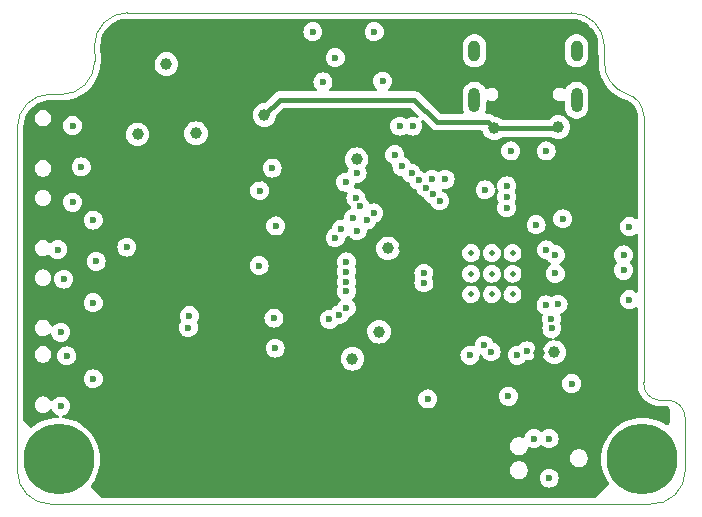
<source format=gbr>
%TF.GenerationSoftware,KiCad,Pcbnew,8.0.1*%
%TF.CreationDate,2024-07-24T10:43:19-04:00*%
%TF.ProjectId,bitaxe-ESP-OLED,62697461-7865-42d4-9553-502d4f4c4544,rev?*%
%TF.SameCoordinates,Original*%
%TF.FileFunction,Copper,L2,Inr*%
%TF.FilePolarity,Positive*%
%FSLAX46Y46*%
G04 Gerber Fmt 4.6, Leading zero omitted, Abs format (unit mm)*
G04 Created by KiCad (PCBNEW 8.0.1) date 2024-07-24 10:43:19*
%MOMM*%
%LPD*%
G01*
G04 APERTURE LIST*
%TA.AperFunction,ComponentPad*%
%ADD10C,0.800000*%
%TD*%
%TA.AperFunction,ComponentPad*%
%ADD11C,6.000000*%
%TD*%
%TA.AperFunction,ComponentPad*%
%ADD12O,1.000000X1.800000*%
%TD*%
%TA.AperFunction,ComponentPad*%
%ADD13O,1.000000X2.100000*%
%TD*%
%TA.AperFunction,HeatsinkPad*%
%ADD14C,0.500000*%
%TD*%
%TA.AperFunction,ViaPad*%
%ADD15C,0.600000*%
%TD*%
%TA.AperFunction,ViaPad*%
%ADD16C,1.000000*%
%TD*%
%TA.AperFunction,Conductor*%
%ADD17C,0.400000*%
%TD*%
%TA.AperFunction,Profile*%
%ADD18C,0.100000*%
%TD*%
G04 APERTURE END LIST*
D10*
%TO.N,N/C*%
%TO.C,H3*%
X131323000Y-100000000D03*
X131982010Y-98409010D03*
X131982010Y-101590990D03*
X133573000Y-97750000D03*
D11*
X133573000Y-100000000D03*
D10*
X133573000Y-102250000D03*
X135163990Y-98409010D03*
X135163990Y-101590990D03*
X135823000Y-100000000D03*
%TD*%
%TO.N,N/C*%
%TO.C,H4*%
X180750000Y-100000000D03*
X181409010Y-98409010D03*
X181409010Y-101590990D03*
X183000000Y-97750000D03*
D11*
X183000000Y-100000000D03*
D10*
X183000000Y-102250000D03*
X184590990Y-98409010D03*
X184590990Y-101590990D03*
X185250000Y-100000000D03*
%TD*%
D12*
%TO.N,GND*%
%TO.C,J2*%
X168780000Y-65425000D03*
D13*
X168780000Y-69605000D03*
D12*
X177420000Y-65425000D03*
D13*
X177420000Y-69605000D03*
%TD*%
D14*
%TO.N,GND*%
%TO.C,U2*%
X168500000Y-82550000D03*
X168500000Y-84300000D03*
X168500000Y-86050000D03*
X170250000Y-82550000D03*
X170250000Y-84300000D03*
X170250000Y-86050000D03*
X172000000Y-82550000D03*
X172000000Y-84300000D03*
X172000000Y-86050000D03*
%TD*%
D15*
%TO.N,GND*%
X135500000Y-75250000D03*
X150600000Y-77250000D03*
X133750000Y-95500000D03*
X164815000Y-94900000D03*
D16*
X145200000Y-72400000D03*
D15*
X169700000Y-77200000D03*
X134000000Y-84750000D03*
X151800000Y-88050000D03*
X171650000Y-94670000D03*
X136510000Y-86750000D03*
D16*
X140250000Y-72500000D03*
D15*
X133750000Y-89250000D03*
X134250000Y-91250000D03*
D16*
X142700000Y-66550000D03*
D15*
X134750000Y-71750000D03*
X174850000Y-73900000D03*
X171850000Y-73900000D03*
X175100000Y-101600000D03*
X161000000Y-68000000D03*
X151950000Y-80250000D03*
X181900000Y-86500000D03*
X144650000Y-87850000D03*
X136500000Y-93200000D03*
D16*
X158800000Y-74600000D03*
D15*
X176250000Y-79650000D03*
X168400000Y-91200000D03*
X151650000Y-75350000D03*
D16*
X175550000Y-90950000D03*
X160700000Y-89200000D03*
X158450000Y-91500000D03*
D15*
X136500000Y-79750000D03*
X133500000Y-82250000D03*
X150550000Y-83600000D03*
X134750000Y-78250000D03*
D16*
X161450000Y-82150000D03*
D15*
X151900000Y-90600000D03*
D16*
%TO.N,/VBUS*%
X175875000Y-71875000D03*
X170450000Y-72000000D03*
X151000000Y-70850000D03*
D15*
%TO.N,/5V_BAP*%
X155100000Y-63800000D03*
X160300000Y-63800000D03*
%TO.N,/RESET*%
X164500000Y-85050000D03*
X139350000Y-82050000D03*
%TO.N,/3V3*%
X136500000Y-81000000D03*
X137200000Y-75500000D03*
D16*
X162850000Y-82100000D03*
X174250000Y-91000000D03*
X165005971Y-88950000D03*
D15*
X150500000Y-85000000D03*
D16*
X144650000Y-77900000D03*
D15*
X150550000Y-76250000D03*
X136510000Y-88500000D03*
X176350000Y-101600000D03*
X136500000Y-94750000D03*
D16*
X143500000Y-77900000D03*
X164900000Y-91450000D03*
D15*
X147300000Y-94550000D03*
X168800000Y-78800000D03*
%TO.N,/GPIO0*%
X136750000Y-83250000D03*
X164500000Y-84250000D03*
%TO.N,/I2C_SCL*%
X158849997Y-80660050D03*
X171500000Y-78700000D03*
%TO.N,/I2C_SCK*%
X159650000Y-79750000D03*
X171500000Y-77800000D03*
%TO.N,/TP_INT*%
X160250000Y-79150000D03*
X171500000Y-76850000D03*
%TO.N,/LCD_BLK*%
X177000000Y-93600000D03*
X144550000Y-88850000D03*
%TO.N,/SPI_CS*%
X175625000Y-82682028D03*
X181900000Y-80300000D03*
%TO.N,/SPI_Q*%
X181400002Y-82700000D03*
X175625437Y-84275735D03*
%TO.N,/SPI_WP*%
X174874265Y-82274265D03*
X181400002Y-84000000D03*
%TO.N,/LCD_D5*%
X169591469Y-90346804D03*
X157939272Y-85796801D03*
%TO.N,/LCD_WR*%
X165250000Y-77550000D03*
X159100000Y-78600000D03*
%TO.N,/LCD_D2*%
X157939272Y-83300000D03*
X173217157Y-90832843D03*
%TO.N,/LCD_D3*%
X157930576Y-84114497D03*
X172400000Y-91200000D03*
%TO.N,/LCD_D4*%
X170191469Y-90906468D03*
X157939272Y-84996798D03*
%TO.N,/LCD_CS*%
X164050000Y-76400000D03*
X157862434Y-76541968D03*
%TO.N,/LCD_D0*%
X157500000Y-80511957D03*
X175299264Y-88099264D03*
%TO.N,/LCD_D6*%
X174838815Y-86937935D03*
X157939272Y-87174265D03*
%TO.N,/TP_RESET*%
X156500000Y-88150000D03*
X174000000Y-80150000D03*
%TO.N,/LCD_DC*%
X158742228Y-77884456D03*
X164650000Y-77000000D03*
%TO.N,/LCD_RD*%
X158500000Y-79600000D03*
X165825078Y-78115687D03*
%TO.N,/LCD_D1*%
X175323529Y-88923529D03*
X157000000Y-81250000D03*
%TO.N,/LCD_D7*%
X157339272Y-87754259D03*
X175850000Y-86900000D03*
%TO.N,/LCD_RES*%
X163450000Y-75800000D03*
X158835713Y-75800000D03*
%TO.N,/BAP_RX*%
X162450000Y-71800000D03*
X166300000Y-76300000D03*
%TO.N,/BAP_TX*%
X165200000Y-76300000D03*
X163550000Y-71800000D03*
%TO.N,/GPIO2*%
X162624265Y-75200000D03*
X155950000Y-68050000D03*
%TO.N,/GPIO1*%
X157000000Y-66000000D03*
X162024265Y-74224265D03*
%TO.N,/P_RX*%
X173800000Y-98250000D03*
%TO.N,/P_TX*%
X175100000Y-98250000D03*
%TD*%
D17*
%TO.N,/VBUS*%
X163700000Y-69550000D02*
X165600000Y-71450000D01*
X170450000Y-72000000D02*
X175750000Y-72000000D01*
X165600000Y-71450000D02*
X169900000Y-71450000D01*
X151000000Y-70850000D02*
X152300000Y-69550000D01*
X152300000Y-69550000D02*
X163700000Y-69550000D01*
X169900000Y-71450000D02*
X170450000Y-72000000D01*
X175750000Y-72000000D02*
X175875000Y-71875000D01*
%TD*%
%TA.AperFunction,Conductor*%
%TO.N,/3V3*%
G36*
X176895390Y-62705388D02*
G01*
X176895524Y-62705399D01*
X176904209Y-62705399D01*
X176966356Y-62705399D01*
X176973843Y-62705625D01*
X177239791Y-62721712D01*
X177254652Y-62723516D01*
X177513039Y-62770867D01*
X177527564Y-62774448D01*
X177778352Y-62852597D01*
X177792343Y-62857902D01*
X178031899Y-62965717D01*
X178045145Y-62972670D01*
X178269953Y-63108571D01*
X178282264Y-63117069D01*
X178482796Y-63274176D01*
X178489049Y-63279075D01*
X178500257Y-63289005D01*
X178685994Y-63474742D01*
X178695924Y-63485950D01*
X178857926Y-63692729D01*
X178866430Y-63705049D01*
X178999364Y-63924949D01*
X179002326Y-63929848D01*
X179009285Y-63943107D01*
X179117095Y-64182651D01*
X179122404Y-64196652D01*
X179200549Y-64447428D01*
X179204133Y-64461967D01*
X179251482Y-64720345D01*
X179253287Y-64735209D01*
X179269375Y-65001173D01*
X179269601Y-65008660D01*
X179269601Y-65074482D01*
X179270123Y-65082049D01*
X179279397Y-66421653D01*
X179279400Y-66422480D01*
X179279442Y-66591039D01*
X179301723Y-66805565D01*
X179314761Y-66931094D01*
X179314761Y-66931096D01*
X179385015Y-67265654D01*
X179385020Y-67265672D01*
X179489464Y-67591192D01*
X179515511Y-67650476D01*
X179626983Y-67904191D01*
X179796099Y-68201307D01*
X179796103Y-68201313D01*
X179796104Y-68201314D01*
X179988429Y-68470171D01*
X179995005Y-68479363D01*
X180197209Y-68707853D01*
X180221574Y-68735385D01*
X180266901Y-68777011D01*
X180473376Y-68966627D01*
X180473379Y-68966629D01*
X180473380Y-68966630D01*
X180526175Y-69005887D01*
X180747721Y-69170621D01*
X181041672Y-69345181D01*
X181352084Y-69488440D01*
X181452867Y-69522863D01*
X181475937Y-69533493D01*
X181476789Y-69533997D01*
X181477308Y-69534304D01*
X181508027Y-69542891D01*
X181523828Y-69547308D01*
X181530499Y-69549376D01*
X181576206Y-69564976D01*
X181583904Y-69567603D01*
X181583870Y-69567700D01*
X181586108Y-69568321D01*
X181729232Y-69619707D01*
X181745569Y-69626941D01*
X181914441Y-69716785D01*
X181929566Y-69726289D01*
X182083773Y-69839478D01*
X182097381Y-69851064D01*
X182233708Y-69985239D01*
X182245508Y-69998659D01*
X182361136Y-70151040D01*
X182370885Y-70166018D01*
X182463410Y-70333442D01*
X182470904Y-70349666D01*
X182514497Y-70465266D01*
X182538394Y-70528634D01*
X182543479Y-70545767D01*
X182584546Y-70732593D01*
X182587115Y-70750279D01*
X182601222Y-70945537D01*
X182601544Y-70954483D01*
X182600762Y-79571005D01*
X182581071Y-79638043D01*
X182528263Y-79683793D01*
X182459104Y-79693730D01*
X182409236Y-79672171D01*
X182408158Y-79673889D01*
X182249523Y-79574211D01*
X182079254Y-79514631D01*
X182079249Y-79514630D01*
X181900004Y-79494435D01*
X181899996Y-79494435D01*
X181720750Y-79514630D01*
X181720745Y-79514631D01*
X181550476Y-79574211D01*
X181397737Y-79670184D01*
X181270184Y-79797737D01*
X181174211Y-79950476D01*
X181114631Y-80120745D01*
X181114630Y-80120750D01*
X181094435Y-80299996D01*
X181094435Y-80300003D01*
X181114630Y-80479249D01*
X181114631Y-80479254D01*
X181174211Y-80649523D01*
X181235924Y-80747738D01*
X181270184Y-80802262D01*
X181397738Y-80929816D01*
X181550478Y-81025789D01*
X181635573Y-81055565D01*
X181720745Y-81085368D01*
X181720750Y-81085369D01*
X181899996Y-81105565D01*
X181900000Y-81105565D01*
X181900004Y-81105565D01*
X182079249Y-81085369D01*
X182079252Y-81085368D01*
X182079255Y-81085368D01*
X182249522Y-81025789D01*
X182402262Y-80929816D01*
X182402262Y-80929815D01*
X182408158Y-80926111D01*
X182409381Y-80928057D01*
X182463994Y-80905756D01*
X182532691Y-80918507D01*
X182583588Y-80966374D01*
X182600630Y-81029122D01*
X182600200Y-85770557D01*
X182580509Y-85837595D01*
X182527701Y-85883345D01*
X182458542Y-85893282D01*
X182409339Y-85872009D01*
X182408158Y-85873889D01*
X182249523Y-85774211D01*
X182079254Y-85714631D01*
X182079249Y-85714630D01*
X181900004Y-85694435D01*
X181899996Y-85694435D01*
X181720750Y-85714630D01*
X181720745Y-85714631D01*
X181550476Y-85774211D01*
X181397737Y-85870184D01*
X181270184Y-85997737D01*
X181174211Y-86150476D01*
X181114631Y-86320745D01*
X181114630Y-86320750D01*
X181094435Y-86499996D01*
X181094435Y-86500003D01*
X181114630Y-86679249D01*
X181114631Y-86679254D01*
X181174211Y-86849523D01*
X181260849Y-86987406D01*
X181270184Y-87002262D01*
X181397738Y-87129816D01*
X181468472Y-87174261D01*
X181541557Y-87220184D01*
X181550478Y-87225789D01*
X181661479Y-87264630D01*
X181720745Y-87285368D01*
X181720750Y-87285369D01*
X181899996Y-87305565D01*
X181900000Y-87305565D01*
X181900004Y-87305565D01*
X182079249Y-87285369D01*
X182079252Y-87285368D01*
X182079255Y-87285368D01*
X182249522Y-87225789D01*
X182402262Y-87129816D01*
X182402262Y-87129815D01*
X182408158Y-87126111D01*
X182409491Y-87128232D01*
X182463423Y-87106205D01*
X182532120Y-87118951D01*
X182583021Y-87166813D01*
X182600068Y-87229570D01*
X182599501Y-93477724D01*
X182599186Y-93486546D01*
X182591882Y-93588823D01*
X182591882Y-93588827D01*
X182606747Y-93837980D01*
X182606747Y-93837981D01*
X182645738Y-94040184D01*
X182654006Y-94083061D01*
X182664517Y-94114631D01*
X182732852Y-94319882D01*
X182732852Y-94319883D01*
X182806236Y-94470911D01*
X182841933Y-94544379D01*
X182924807Y-94669996D01*
X182979379Y-94752714D01*
X182979381Y-94752718D01*
X183063046Y-94849255D01*
X183142853Y-94941340D01*
X183329544Y-95107008D01*
X183536261Y-95246890D01*
X183759468Y-95358594D01*
X183995346Y-95440208D01*
X184239859Y-95490335D01*
X184304827Y-95494975D01*
X184328085Y-95498886D01*
X184334108Y-95500500D01*
X184377722Y-95500500D01*
X184386556Y-95500814D01*
X184430065Y-95503923D01*
X184436185Y-95502743D01*
X184459663Y-95500500D01*
X185044033Y-95500500D01*
X185111072Y-95520185D01*
X185114282Y-95522319D01*
X185246249Y-95613046D01*
X185290341Y-95667246D01*
X185300000Y-95715227D01*
X185300000Y-96898911D01*
X185280315Y-96965950D01*
X185264011Y-96986261D01*
X185147849Y-97103303D01*
X185086653Y-97137019D01*
X185016943Y-97132297D01*
X184992303Y-97119948D01*
X184752656Y-96964320D01*
X184425739Y-96797746D01*
X184083206Y-96666260D01*
X184083199Y-96666258D01*
X183728794Y-96571295D01*
X183728790Y-96571294D01*
X183728789Y-96571294D01*
X183366405Y-96513898D01*
X183000001Y-96494696D01*
X182999999Y-96494696D01*
X182633594Y-96513898D01*
X182271211Y-96571294D01*
X182271209Y-96571294D01*
X181916793Y-96666260D01*
X181574260Y-96797746D01*
X181247343Y-96964320D01*
X180939635Y-97164147D01*
X180654498Y-97395047D01*
X180654490Y-97395054D01*
X180395054Y-97654490D01*
X180395047Y-97654498D01*
X180164147Y-97939635D01*
X179964320Y-98247343D01*
X179797746Y-98574260D01*
X179666260Y-98916793D01*
X179571294Y-99271209D01*
X179571294Y-99271211D01*
X179513898Y-99633594D01*
X179494696Y-99999999D01*
X179494696Y-100000000D01*
X179513898Y-100366405D01*
X179571294Y-100728788D01*
X179571294Y-100728790D01*
X179666260Y-101083206D01*
X179797746Y-101425739D01*
X179964320Y-101752656D01*
X180134947Y-102015400D01*
X180154951Y-102082345D01*
X180135585Y-102149477D01*
X180118964Y-102170285D01*
X179034615Y-103262850D01*
X178973418Y-103296566D01*
X178946603Y-103299500D01*
X137307861Y-103299500D01*
X137240822Y-103279815D01*
X137220863Y-103263859D01*
X136791310Y-102840900D01*
X136307033Y-102364056D01*
X136273075Y-102302993D01*
X136277521Y-102233265D01*
X136297663Y-102197671D01*
X136408851Y-102060366D01*
X136608682Y-101752652D01*
X136775255Y-101425736D01*
X136906742Y-101083199D01*
X136926501Y-101009459D01*
X171799200Y-101009459D01*
X171827858Y-101153534D01*
X171827861Y-101153544D01*
X171884078Y-101289266D01*
X171884083Y-101289275D01*
X171965698Y-101411419D01*
X171965701Y-101411423D01*
X172069576Y-101515298D01*
X172069580Y-101515301D01*
X172191724Y-101596916D01*
X172191733Y-101596921D01*
X172199174Y-101600003D01*
X172327458Y-101653140D01*
X172471540Y-101681799D01*
X172471544Y-101681800D01*
X172471545Y-101681800D01*
X172618456Y-101681800D01*
X172618457Y-101681799D01*
X172762542Y-101653140D01*
X172890826Y-101600003D01*
X174294435Y-101600003D01*
X174314630Y-101779249D01*
X174314631Y-101779254D01*
X174374211Y-101949523D01*
X174415605Y-102015400D01*
X174470184Y-102102262D01*
X174597738Y-102229816D01*
X174750478Y-102325789D01*
X174816957Y-102349051D01*
X174920745Y-102385368D01*
X174920750Y-102385369D01*
X175099996Y-102405565D01*
X175100000Y-102405565D01*
X175100004Y-102405565D01*
X175279249Y-102385369D01*
X175279252Y-102385368D01*
X175279255Y-102385368D01*
X175449522Y-102325789D01*
X175602262Y-102229816D01*
X175729816Y-102102262D01*
X175825789Y-101949522D01*
X175885368Y-101779255D01*
X175888365Y-101752656D01*
X175905565Y-101600003D01*
X175905565Y-101599996D01*
X175885369Y-101420750D01*
X175885368Y-101420745D01*
X175882105Y-101411419D01*
X175825789Y-101250478D01*
X175729816Y-101097738D01*
X175602262Y-100970184D01*
X175547200Y-100935586D01*
X175449523Y-100874211D01*
X175279254Y-100814631D01*
X175279249Y-100814630D01*
X175100004Y-100794435D01*
X175099996Y-100794435D01*
X174920750Y-100814630D01*
X174920745Y-100814631D01*
X174750476Y-100874211D01*
X174597737Y-100970184D01*
X174470184Y-101097737D01*
X174374211Y-101250476D01*
X174314631Y-101420745D01*
X174314630Y-101420750D01*
X174294435Y-101599996D01*
X174294435Y-101600003D01*
X172890826Y-101600003D01*
X172898269Y-101596920D01*
X173020420Y-101515301D01*
X173124301Y-101411420D01*
X173205920Y-101289269D01*
X173262140Y-101153542D01*
X173290800Y-101009455D01*
X173290800Y-100862545D01*
X173262140Y-100718458D01*
X173205920Y-100582731D01*
X173205919Y-100582730D01*
X173205916Y-100582724D01*
X173124301Y-100460580D01*
X173124298Y-100460576D01*
X173020423Y-100356701D01*
X173020419Y-100356698D01*
X172898275Y-100275083D01*
X172898266Y-100275078D01*
X172762544Y-100218861D01*
X172762545Y-100218861D01*
X172762542Y-100218860D01*
X172762538Y-100218859D01*
X172762534Y-100218858D01*
X172618459Y-100190200D01*
X172618455Y-100190200D01*
X172471545Y-100190200D01*
X172471540Y-100190200D01*
X172327465Y-100218858D01*
X172327455Y-100218861D01*
X172191733Y-100275078D01*
X172191724Y-100275083D01*
X172069580Y-100356698D01*
X172069576Y-100356701D01*
X171965701Y-100460576D01*
X171965698Y-100460580D01*
X171884083Y-100582724D01*
X171884078Y-100582733D01*
X171827861Y-100718455D01*
X171827858Y-100718465D01*
X171799200Y-100862540D01*
X171799200Y-101009459D01*
X136926501Y-101009459D01*
X137001705Y-100728794D01*
X137059102Y-100366404D01*
X137078304Y-100000000D01*
X137077961Y-99993459D01*
X176879200Y-99993459D01*
X176907858Y-100137534D01*
X176907861Y-100137544D01*
X176964078Y-100273266D01*
X176964083Y-100273275D01*
X177045698Y-100395419D01*
X177045701Y-100395423D01*
X177149576Y-100499298D01*
X177149580Y-100499301D01*
X177271724Y-100580916D01*
X177271730Y-100580919D01*
X177271731Y-100580920D01*
X177407458Y-100637140D01*
X177551540Y-100665799D01*
X177551544Y-100665800D01*
X177551545Y-100665800D01*
X177698456Y-100665800D01*
X177698457Y-100665799D01*
X177842542Y-100637140D01*
X177978269Y-100580920D01*
X178100420Y-100499301D01*
X178204301Y-100395420D01*
X178285920Y-100273269D01*
X178342140Y-100137542D01*
X178370800Y-99993455D01*
X178370800Y-99846545D01*
X178342140Y-99702458D01*
X178285920Y-99566731D01*
X178285919Y-99566730D01*
X178285916Y-99566724D01*
X178204301Y-99444580D01*
X178204298Y-99444576D01*
X178100423Y-99340701D01*
X178100419Y-99340698D01*
X177978275Y-99259083D01*
X177978266Y-99259078D01*
X177842544Y-99202861D01*
X177842545Y-99202861D01*
X177842542Y-99202860D01*
X177842538Y-99202859D01*
X177842534Y-99202858D01*
X177698459Y-99174200D01*
X177698455Y-99174200D01*
X177551545Y-99174200D01*
X177551540Y-99174200D01*
X177407465Y-99202858D01*
X177407455Y-99202861D01*
X177271733Y-99259078D01*
X177271724Y-99259083D01*
X177149580Y-99340698D01*
X177149576Y-99340701D01*
X177045701Y-99444576D01*
X177045698Y-99444580D01*
X176964083Y-99566724D01*
X176964078Y-99566733D01*
X176907861Y-99702455D01*
X176907858Y-99702465D01*
X176879200Y-99846540D01*
X176879200Y-99993459D01*
X137077961Y-99993459D01*
X137059102Y-99633596D01*
X137001705Y-99271206D01*
X136922995Y-98977459D01*
X171799200Y-98977459D01*
X171827858Y-99121534D01*
X171827861Y-99121544D01*
X171884078Y-99257266D01*
X171884083Y-99257275D01*
X171965698Y-99379419D01*
X171965701Y-99379423D01*
X172069576Y-99483298D01*
X172069580Y-99483301D01*
X172191724Y-99564916D01*
X172191730Y-99564919D01*
X172191731Y-99564920D01*
X172327458Y-99621140D01*
X172471540Y-99649799D01*
X172471544Y-99649800D01*
X172471545Y-99649800D01*
X172618456Y-99649800D01*
X172618457Y-99649799D01*
X172762542Y-99621140D01*
X172898269Y-99564920D01*
X173020420Y-99483301D01*
X173124301Y-99379420D01*
X173205920Y-99257269D01*
X173262140Y-99121542D01*
X173273838Y-99062728D01*
X173306222Y-99000820D01*
X173366937Y-98966245D01*
X173436707Y-98969984D01*
X173449264Y-98975204D01*
X173450471Y-98975784D01*
X173450478Y-98975789D01*
X173620745Y-99035368D01*
X173620750Y-99035369D01*
X173799996Y-99055565D01*
X173800000Y-99055565D01*
X173800004Y-99055565D01*
X173979249Y-99035369D01*
X173979252Y-99035368D01*
X173979255Y-99035368D01*
X174149522Y-98975789D01*
X174302262Y-98879816D01*
X174362319Y-98819759D01*
X174423642Y-98786274D01*
X174493334Y-98791258D01*
X174537681Y-98819759D01*
X174597738Y-98879816D01*
X174750478Y-98975789D01*
X174920745Y-99035368D01*
X174920750Y-99035369D01*
X175099996Y-99055565D01*
X175100000Y-99055565D01*
X175100004Y-99055565D01*
X175279249Y-99035369D01*
X175279252Y-99035368D01*
X175279255Y-99035368D01*
X175449522Y-98975789D01*
X175602262Y-98879816D01*
X175729816Y-98752262D01*
X175825789Y-98599522D01*
X175885368Y-98429255D01*
X175885445Y-98428576D01*
X175905565Y-98250003D01*
X175905565Y-98249996D01*
X175885369Y-98070750D01*
X175885368Y-98070745D01*
X175825789Y-97900478D01*
X175729816Y-97747738D01*
X175602262Y-97620184D01*
X175449523Y-97524211D01*
X175279254Y-97464631D01*
X175279249Y-97464630D01*
X175100004Y-97444435D01*
X175099996Y-97444435D01*
X174920750Y-97464630D01*
X174920745Y-97464631D01*
X174750476Y-97524211D01*
X174597737Y-97620184D01*
X174537681Y-97680241D01*
X174476358Y-97713726D01*
X174406666Y-97708742D01*
X174362319Y-97680241D01*
X174302262Y-97620184D01*
X174149523Y-97524211D01*
X173979254Y-97464631D01*
X173979249Y-97464630D01*
X173800004Y-97444435D01*
X173799996Y-97444435D01*
X173620750Y-97464630D01*
X173620745Y-97464631D01*
X173450476Y-97524211D01*
X173297737Y-97620184D01*
X173170184Y-97747737D01*
X173074211Y-97900476D01*
X173014631Y-98070745D01*
X173014630Y-98070749D01*
X173009339Y-98117714D01*
X172982272Y-98182128D01*
X172924677Y-98221683D01*
X172854840Y-98223820D01*
X172838667Y-98218391D01*
X172762548Y-98186862D01*
X172762544Y-98186860D01*
X172762542Y-98186860D01*
X172762538Y-98186859D01*
X172762534Y-98186858D01*
X172618459Y-98158200D01*
X172618455Y-98158200D01*
X172471545Y-98158200D01*
X172471540Y-98158200D01*
X172327465Y-98186858D01*
X172327455Y-98186861D01*
X172191733Y-98243078D01*
X172191729Y-98243081D01*
X172069580Y-98324698D01*
X172069576Y-98324701D01*
X171965701Y-98428576D01*
X171965698Y-98428580D01*
X171884083Y-98550724D01*
X171884078Y-98550733D01*
X171827861Y-98686455D01*
X171827858Y-98686465D01*
X171799200Y-98830540D01*
X171799200Y-98977459D01*
X136922995Y-98977459D01*
X136906742Y-98916801D01*
X136775255Y-98574264D01*
X136608682Y-98247348D01*
X136605911Y-98243081D01*
X136408852Y-97939635D01*
X136279468Y-97779860D01*
X136177949Y-97654494D01*
X135918506Y-97395051D01*
X135832355Y-97325287D01*
X135633364Y-97164147D01*
X135325656Y-96964320D01*
X134998739Y-96797746D01*
X134656206Y-96666260D01*
X134656199Y-96666258D01*
X134301794Y-96571295D01*
X134301790Y-96571294D01*
X134301789Y-96571294D01*
X133968868Y-96518564D01*
X133905733Y-96488635D01*
X133868802Y-96429323D01*
X133869800Y-96359461D01*
X133908410Y-96301228D01*
X133947309Y-96279050D01*
X134099522Y-96225789D01*
X134252262Y-96129816D01*
X134379816Y-96002262D01*
X134475789Y-95849522D01*
X134535368Y-95679255D01*
X134541392Y-95625789D01*
X134555565Y-95500003D01*
X134555565Y-95499996D01*
X134535369Y-95320750D01*
X134535368Y-95320745D01*
X134509525Y-95246890D01*
X134475789Y-95150478D01*
X134379816Y-94997738D01*
X134282081Y-94900003D01*
X164009435Y-94900003D01*
X164029630Y-95079249D01*
X164029631Y-95079254D01*
X164089211Y-95249523D01*
X164175090Y-95386197D01*
X164185184Y-95402262D01*
X164312738Y-95529816D01*
X164362012Y-95560777D01*
X164445606Y-95613303D01*
X164465478Y-95625789D01*
X164618258Y-95679249D01*
X164635745Y-95685368D01*
X164635750Y-95685369D01*
X164814996Y-95705565D01*
X164815000Y-95705565D01*
X164815004Y-95705565D01*
X164994249Y-95685369D01*
X164994252Y-95685368D01*
X164994255Y-95685368D01*
X165164522Y-95625789D01*
X165317262Y-95529816D01*
X165444816Y-95402262D01*
X165540789Y-95249522D01*
X165600368Y-95079255D01*
X165604432Y-95043189D01*
X165620565Y-94900003D01*
X165620565Y-94899996D01*
X165600369Y-94720750D01*
X165600368Y-94720745D01*
X165582613Y-94670003D01*
X170844435Y-94670003D01*
X170864630Y-94849249D01*
X170864631Y-94849254D01*
X170924211Y-95019523D01*
X170962711Y-95080795D01*
X171020184Y-95172262D01*
X171147738Y-95299816D01*
X171300478Y-95395789D01*
X171427420Y-95440208D01*
X171470745Y-95455368D01*
X171470750Y-95455369D01*
X171649996Y-95475565D01*
X171650000Y-95475565D01*
X171650004Y-95475565D01*
X171829249Y-95455369D01*
X171829252Y-95455368D01*
X171829255Y-95455368D01*
X171999522Y-95395789D01*
X172152262Y-95299816D01*
X172279816Y-95172262D01*
X172375789Y-95019522D01*
X172435368Y-94849255D01*
X172437191Y-94833076D01*
X172455565Y-94670003D01*
X172455565Y-94669996D01*
X172435369Y-94490750D01*
X172435368Y-94490745D01*
X172375788Y-94320476D01*
X172318822Y-94229816D01*
X172279816Y-94167738D01*
X172152262Y-94040184D01*
X171999523Y-93944211D01*
X171829254Y-93884631D01*
X171829249Y-93884630D01*
X171650004Y-93864435D01*
X171649996Y-93864435D01*
X171470750Y-93884630D01*
X171470745Y-93884631D01*
X171300476Y-93944211D01*
X171147737Y-94040184D01*
X171020184Y-94167737D01*
X170924211Y-94320476D01*
X170864631Y-94490745D01*
X170864630Y-94490750D01*
X170844435Y-94669996D01*
X170844435Y-94670003D01*
X165582613Y-94670003D01*
X165540789Y-94550478D01*
X165444816Y-94397738D01*
X165317262Y-94270184D01*
X165253017Y-94229816D01*
X165164523Y-94174211D01*
X164994254Y-94114631D01*
X164994249Y-94114630D01*
X164815004Y-94094435D01*
X164814996Y-94094435D01*
X164635750Y-94114630D01*
X164635745Y-94114631D01*
X164465476Y-94174211D01*
X164312737Y-94270184D01*
X164185184Y-94397737D01*
X164089211Y-94550476D01*
X164029631Y-94720745D01*
X164029630Y-94720750D01*
X164009435Y-94899996D01*
X164009435Y-94900003D01*
X134282081Y-94900003D01*
X134252262Y-94870184D01*
X134189718Y-94830885D01*
X134099523Y-94774211D01*
X133929254Y-94714631D01*
X133929249Y-94714630D01*
X133750004Y-94694435D01*
X133749996Y-94694435D01*
X133570750Y-94714630D01*
X133570745Y-94714631D01*
X133400476Y-94774211D01*
X133247737Y-94870184D01*
X133120185Y-94997736D01*
X133085941Y-95052234D01*
X133033605Y-95098524D01*
X132964552Y-95109171D01*
X132900704Y-95080795D01*
X132874347Y-95048128D01*
X132874160Y-95048254D01*
X132872772Y-95046177D01*
X132871586Y-95044707D01*
X132870771Y-95043182D01*
X132794114Y-94928458D01*
X132794111Y-94928454D01*
X132696545Y-94830888D01*
X132696541Y-94830885D01*
X132581817Y-94754228D01*
X132581804Y-94754221D01*
X132454332Y-94701421D01*
X132454322Y-94701418D01*
X132318995Y-94674500D01*
X132318993Y-94674500D01*
X132181007Y-94674500D01*
X132181005Y-94674500D01*
X132045677Y-94701418D01*
X132045667Y-94701421D01*
X131918195Y-94754221D01*
X131918182Y-94754228D01*
X131803458Y-94830885D01*
X131803454Y-94830888D01*
X131705888Y-94928454D01*
X131705885Y-94928458D01*
X131629228Y-95043182D01*
X131629221Y-95043195D01*
X131576421Y-95170667D01*
X131576418Y-95170677D01*
X131549500Y-95306004D01*
X131549500Y-95306007D01*
X131549500Y-95443993D01*
X131549500Y-95443995D01*
X131549499Y-95443995D01*
X131576418Y-95579322D01*
X131576421Y-95579332D01*
X131629221Y-95706804D01*
X131629228Y-95706817D01*
X131705885Y-95821541D01*
X131705888Y-95821545D01*
X131803454Y-95919111D01*
X131803458Y-95919114D01*
X131918182Y-95995771D01*
X131918195Y-95995778D01*
X132045667Y-96048578D01*
X132045672Y-96048580D01*
X132045676Y-96048580D01*
X132045677Y-96048581D01*
X132181004Y-96075500D01*
X132181007Y-96075500D01*
X132318995Y-96075500D01*
X132410041Y-96057389D01*
X132454328Y-96048580D01*
X132566150Y-96002262D01*
X132581804Y-95995778D01*
X132581804Y-95995777D01*
X132581811Y-95995775D01*
X132696542Y-95919114D01*
X132794114Y-95821542D01*
X132800635Y-95811781D01*
X132854246Y-95766977D01*
X132923571Y-95758268D01*
X132986599Y-95788422D01*
X133020779Y-95839717D01*
X133024209Y-95849519D01*
X133024211Y-95849522D01*
X133120184Y-96002262D01*
X133247738Y-96129816D01*
X133400478Y-96225789D01*
X133497122Y-96259606D01*
X133553898Y-96300328D01*
X133579646Y-96365280D01*
X133566190Y-96433842D01*
X133517803Y-96484245D01*
X133462658Y-96500478D01*
X133206594Y-96513898D01*
X132844211Y-96571294D01*
X132844209Y-96571294D01*
X132489793Y-96666260D01*
X132147260Y-96797746D01*
X131820343Y-96964320D01*
X131512630Y-97164151D01*
X131331734Y-97310637D01*
X131267247Y-97337529D01*
X131198458Y-97325287D01*
X131166699Y-97302628D01*
X130611524Y-96755974D01*
X130577566Y-96694913D01*
X130574525Y-96667597D01*
X130575347Y-93200003D01*
X135694435Y-93200003D01*
X135714630Y-93379249D01*
X135714631Y-93379254D01*
X135774211Y-93549523D01*
X135798905Y-93588823D01*
X135870184Y-93702262D01*
X135997738Y-93829816D01*
X136150478Y-93925789D01*
X136218306Y-93949523D01*
X136320745Y-93985368D01*
X136320750Y-93985369D01*
X136499996Y-94005565D01*
X136500000Y-94005565D01*
X136500004Y-94005565D01*
X136679249Y-93985369D01*
X136679252Y-93985368D01*
X136679255Y-93985368D01*
X136849522Y-93925789D01*
X137002262Y-93829816D01*
X137129816Y-93702262D01*
X137194070Y-93600003D01*
X176194435Y-93600003D01*
X176214630Y-93779249D01*
X176214631Y-93779254D01*
X176274211Y-93949523D01*
X176296735Y-93985369D01*
X176370184Y-94102262D01*
X176497738Y-94229816D01*
X176561983Y-94270184D01*
X176642025Y-94320478D01*
X176650478Y-94325789D01*
X176820745Y-94385368D01*
X176820750Y-94385369D01*
X176999996Y-94405565D01*
X177000000Y-94405565D01*
X177000004Y-94405565D01*
X177179249Y-94385369D01*
X177179252Y-94385368D01*
X177179255Y-94385368D01*
X177349522Y-94325789D01*
X177502262Y-94229816D01*
X177629816Y-94102262D01*
X177725789Y-93949522D01*
X177785368Y-93779255D01*
X177805565Y-93600000D01*
X177804306Y-93588827D01*
X177785369Y-93420750D01*
X177785368Y-93420745D01*
X177725788Y-93250476D01*
X177629815Y-93097737D01*
X177502262Y-92970184D01*
X177349523Y-92874211D01*
X177179254Y-92814631D01*
X177179249Y-92814630D01*
X177000004Y-92794435D01*
X176999996Y-92794435D01*
X176820750Y-92814630D01*
X176820745Y-92814631D01*
X176650476Y-92874211D01*
X176497737Y-92970184D01*
X176370184Y-93097737D01*
X176274211Y-93250476D01*
X176214631Y-93420745D01*
X176214630Y-93420750D01*
X176194435Y-93599996D01*
X176194435Y-93600003D01*
X137194070Y-93600003D01*
X137225789Y-93549522D01*
X137285368Y-93379255D01*
X137305565Y-93200000D01*
X137285368Y-93020745D01*
X137225789Y-92850478D01*
X137203265Y-92814632D01*
X137129815Y-92697737D01*
X137002262Y-92570184D01*
X136849523Y-92474211D01*
X136679254Y-92414631D01*
X136679249Y-92414630D01*
X136500004Y-92394435D01*
X136499996Y-92394435D01*
X136320750Y-92414630D01*
X136320745Y-92414631D01*
X136150476Y-92474211D01*
X135997737Y-92570184D01*
X135870184Y-92697737D01*
X135774211Y-92850476D01*
X135714631Y-93020745D01*
X135714630Y-93020750D01*
X135694435Y-93199996D01*
X135694435Y-93200003D01*
X130575347Y-93200003D01*
X130575822Y-91193995D01*
X131549499Y-91193995D01*
X131576418Y-91329322D01*
X131576421Y-91329332D01*
X131629221Y-91456804D01*
X131629228Y-91456817D01*
X131705885Y-91571541D01*
X131705888Y-91571545D01*
X131803454Y-91669111D01*
X131803458Y-91669114D01*
X131918182Y-91745771D01*
X131918195Y-91745778D01*
X132015091Y-91785913D01*
X132045672Y-91798580D01*
X132045676Y-91798580D01*
X132045677Y-91798581D01*
X132181004Y-91825500D01*
X132181007Y-91825500D01*
X132318995Y-91825500D01*
X132410041Y-91807389D01*
X132454328Y-91798580D01*
X132581811Y-91745775D01*
X132696542Y-91669114D01*
X132794114Y-91571542D01*
X132870775Y-91456811D01*
X132923580Y-91329328D01*
X132939359Y-91250003D01*
X133444435Y-91250003D01*
X133464630Y-91429249D01*
X133464631Y-91429254D01*
X133524211Y-91599523D01*
X133580366Y-91688892D01*
X133620184Y-91752262D01*
X133747738Y-91879816D01*
X133820902Y-91925788D01*
X133867933Y-91955340D01*
X133900478Y-91975789D01*
X133985573Y-92005565D01*
X134070745Y-92035368D01*
X134070750Y-92035369D01*
X134249996Y-92055565D01*
X134250000Y-92055565D01*
X134250004Y-92055565D01*
X134429249Y-92035369D01*
X134429252Y-92035368D01*
X134429255Y-92035368D01*
X134599522Y-91975789D01*
X134752262Y-91879816D01*
X134879816Y-91752262D01*
X134975789Y-91599522D01*
X135010613Y-91500000D01*
X157444659Y-91500000D01*
X157463975Y-91696129D01*
X157479034Y-91745771D01*
X157519391Y-91878811D01*
X157521188Y-91884733D01*
X157614086Y-92058532D01*
X157614090Y-92058539D01*
X157739116Y-92210883D01*
X157891460Y-92335909D01*
X157891467Y-92335913D01*
X158065266Y-92428811D01*
X158065269Y-92428811D01*
X158065273Y-92428814D01*
X158253868Y-92486024D01*
X158450000Y-92505341D01*
X158646132Y-92486024D01*
X158834727Y-92428814D01*
X158861264Y-92414630D01*
X159008532Y-92335913D01*
X159008538Y-92335910D01*
X159160883Y-92210883D01*
X159285910Y-92058538D01*
X159356866Y-91925789D01*
X159378811Y-91884733D01*
X159378811Y-91884732D01*
X159378814Y-91884727D01*
X159436024Y-91696132D01*
X159455341Y-91500000D01*
X159436024Y-91303868D01*
X159404517Y-91200003D01*
X167594435Y-91200003D01*
X167614630Y-91379249D01*
X167614631Y-91379254D01*
X167674211Y-91549523D01*
X167766330Y-91696129D01*
X167770184Y-91702262D01*
X167897738Y-91829816D01*
X168050478Y-91925789D01*
X168134930Y-91955340D01*
X168220745Y-91985368D01*
X168220750Y-91985369D01*
X168399996Y-92005565D01*
X168400000Y-92005565D01*
X168400004Y-92005565D01*
X168579249Y-91985369D01*
X168579252Y-91985368D01*
X168579255Y-91985368D01*
X168749522Y-91925789D01*
X168902262Y-91829816D01*
X169029816Y-91702262D01*
X169125789Y-91549522D01*
X169185368Y-91379255D01*
X169190343Y-91335105D01*
X169199256Y-91255991D01*
X169203321Y-91219910D01*
X169230387Y-91155498D01*
X169287981Y-91115943D01*
X169357818Y-91113804D01*
X169417725Y-91149762D01*
X169443582Y-91192839D01*
X169465680Y-91255991D01*
X169465681Y-91255992D01*
X169515391Y-91335105D01*
X169561653Y-91408730D01*
X169689207Y-91536284D01*
X169710277Y-91549523D01*
X169819594Y-91618212D01*
X169841947Y-91632257D01*
X170003801Y-91688892D01*
X170012214Y-91691836D01*
X170012219Y-91691837D01*
X170191465Y-91712033D01*
X170191469Y-91712033D01*
X170191473Y-91712033D01*
X170370718Y-91691837D01*
X170370721Y-91691836D01*
X170370724Y-91691836D01*
X170540991Y-91632257D01*
X170693731Y-91536284D01*
X170821285Y-91408730D01*
X170917258Y-91255990D01*
X170936849Y-91200003D01*
X171594435Y-91200003D01*
X171614630Y-91379249D01*
X171614631Y-91379254D01*
X171674211Y-91549523D01*
X171766330Y-91696129D01*
X171770184Y-91702262D01*
X171897738Y-91829816D01*
X172050478Y-91925789D01*
X172134930Y-91955340D01*
X172220745Y-91985368D01*
X172220750Y-91985369D01*
X172399996Y-92005565D01*
X172400000Y-92005565D01*
X172400004Y-92005565D01*
X172579249Y-91985369D01*
X172579252Y-91985368D01*
X172579255Y-91985368D01*
X172749522Y-91925789D01*
X172902262Y-91829816D01*
X173029816Y-91702262D01*
X173038219Y-91688888D01*
X173090548Y-91642599D01*
X173157094Y-91631640D01*
X173217157Y-91638408D01*
X173217161Y-91638408D01*
X173396406Y-91618212D01*
X173396409Y-91618211D01*
X173396412Y-91618211D01*
X173566679Y-91558632D01*
X173719419Y-91462659D01*
X173846973Y-91335105D01*
X173942946Y-91182365D01*
X174002525Y-91012098D01*
X174009522Y-90950000D01*
X174022722Y-90832846D01*
X174022722Y-90832839D01*
X174002526Y-90653593D01*
X174002525Y-90653588D01*
X173971620Y-90565266D01*
X173942946Y-90483321D01*
X173846973Y-90330581D01*
X173719419Y-90203027D01*
X173692359Y-90186024D01*
X173566680Y-90107054D01*
X173396411Y-90047474D01*
X173396406Y-90047473D01*
X173217161Y-90027278D01*
X173217153Y-90027278D01*
X173037907Y-90047473D01*
X173037902Y-90047474D01*
X172867633Y-90107054D01*
X172714894Y-90203027D01*
X172587343Y-90330578D01*
X172587339Y-90330584D01*
X172578934Y-90343959D01*
X172526597Y-90390247D01*
X172460062Y-90401202D01*
X172400000Y-90394435D01*
X172399998Y-90394435D01*
X172399996Y-90394435D01*
X172220750Y-90414630D01*
X172220745Y-90414631D01*
X172050476Y-90474211D01*
X171897737Y-90570184D01*
X171770184Y-90697737D01*
X171674211Y-90850476D01*
X171614631Y-91020745D01*
X171614630Y-91020750D01*
X171594435Y-91199996D01*
X171594435Y-91200003D01*
X170936849Y-91200003D01*
X170976837Y-91085723D01*
X170976838Y-91085717D01*
X170997034Y-90906471D01*
X170997034Y-90906464D01*
X170976838Y-90727218D01*
X170976837Y-90727213D01*
X170932322Y-90599996D01*
X170917258Y-90556946D01*
X170821285Y-90404206D01*
X170693731Y-90276652D01*
X170540992Y-90180679D01*
X170415532Y-90136779D01*
X170358756Y-90096057D01*
X170339445Y-90060690D01*
X170317258Y-89997282D01*
X170317258Y-89997281D01*
X170243449Y-89879816D01*
X170221285Y-89844542D01*
X170093731Y-89716988D01*
X170080854Y-89708897D01*
X169940992Y-89621015D01*
X169770723Y-89561435D01*
X169770718Y-89561434D01*
X169591473Y-89541239D01*
X169591465Y-89541239D01*
X169412219Y-89561434D01*
X169412214Y-89561435D01*
X169241945Y-89621015D01*
X169089206Y-89716988D01*
X168961653Y-89844541D01*
X168865680Y-89997280D01*
X168806100Y-90167549D01*
X168806099Y-90167553D01*
X168788122Y-90327112D01*
X168761055Y-90391526D01*
X168703461Y-90431081D01*
X168633624Y-90433218D01*
X168623948Y-90430270D01*
X168579257Y-90414632D01*
X168579249Y-90414630D01*
X168400004Y-90394435D01*
X168399996Y-90394435D01*
X168220750Y-90414630D01*
X168220745Y-90414631D01*
X168050476Y-90474211D01*
X167897737Y-90570184D01*
X167770184Y-90697737D01*
X167674211Y-90850476D01*
X167614631Y-91020745D01*
X167614630Y-91020750D01*
X167594435Y-91199996D01*
X167594435Y-91200003D01*
X159404517Y-91200003D01*
X159378814Y-91115273D01*
X159378811Y-91115269D01*
X159378811Y-91115266D01*
X159285913Y-90941467D01*
X159285909Y-90941460D01*
X159160883Y-90789116D01*
X159008539Y-90664090D01*
X159008532Y-90664086D01*
X158834733Y-90571188D01*
X158834727Y-90571186D01*
X158646132Y-90513976D01*
X158646129Y-90513975D01*
X158450000Y-90494659D01*
X158253870Y-90513975D01*
X158065266Y-90571188D01*
X157891467Y-90664086D01*
X157891460Y-90664090D01*
X157739116Y-90789116D01*
X157614090Y-90941460D01*
X157614086Y-90941467D01*
X157521188Y-91115266D01*
X157463975Y-91303870D01*
X157444659Y-91500000D01*
X135010613Y-91500000D01*
X135035368Y-91429255D01*
X135037681Y-91408730D01*
X135055565Y-91250003D01*
X135055565Y-91249996D01*
X135035369Y-91070750D01*
X135035368Y-91070745D01*
X135017872Y-91020745D01*
X134975789Y-90900478D01*
X134879816Y-90747738D01*
X134752262Y-90620184D01*
X134720144Y-90600003D01*
X151094435Y-90600003D01*
X151114630Y-90779249D01*
X151114631Y-90779254D01*
X151174211Y-90949523D01*
X151250384Y-91070750D01*
X151270184Y-91102262D01*
X151397738Y-91229816D01*
X151550478Y-91325789D01*
X151577102Y-91335105D01*
X151720745Y-91385368D01*
X151720750Y-91385369D01*
X151899996Y-91405565D01*
X151900000Y-91405565D01*
X151900004Y-91405565D01*
X152079249Y-91385369D01*
X152079252Y-91385368D01*
X152079255Y-91385368D01*
X152249522Y-91325789D01*
X152402262Y-91229816D01*
X152529816Y-91102262D01*
X152625789Y-90949522D01*
X152685368Y-90779255D01*
X152685369Y-90779249D01*
X152705565Y-90600003D01*
X152705565Y-90599996D01*
X152685369Y-90420750D01*
X152685368Y-90420745D01*
X152652604Y-90327112D01*
X152625789Y-90250478D01*
X152618650Y-90239117D01*
X152544495Y-90121100D01*
X152529816Y-90097738D01*
X152402262Y-89970184D01*
X152392382Y-89963976D01*
X152249523Y-89874211D01*
X152079254Y-89814631D01*
X152079249Y-89814630D01*
X151900004Y-89794435D01*
X151899996Y-89794435D01*
X151720750Y-89814630D01*
X151720745Y-89814631D01*
X151550476Y-89874211D01*
X151397737Y-89970184D01*
X151270184Y-90097737D01*
X151174211Y-90250476D01*
X151114631Y-90420745D01*
X151114630Y-90420750D01*
X151094435Y-90599996D01*
X151094435Y-90600003D01*
X134720144Y-90600003D01*
X134599523Y-90524211D01*
X134429254Y-90464631D01*
X134429249Y-90464630D01*
X134250004Y-90444435D01*
X134249996Y-90444435D01*
X134070750Y-90464630D01*
X134070745Y-90464631D01*
X133900476Y-90524211D01*
X133747737Y-90620184D01*
X133620184Y-90747737D01*
X133524211Y-90900476D01*
X133464631Y-91070745D01*
X133464630Y-91070750D01*
X133444435Y-91249996D01*
X133444435Y-91250003D01*
X132939359Y-91250003D01*
X132950500Y-91193995D01*
X132950500Y-91056004D01*
X132923581Y-90920677D01*
X132923580Y-90920676D01*
X132923580Y-90920672D01*
X132917695Y-90906464D01*
X132870778Y-90793195D01*
X132870771Y-90793182D01*
X132794114Y-90678458D01*
X132794111Y-90678454D01*
X132696545Y-90580888D01*
X132696541Y-90580885D01*
X132581817Y-90504228D01*
X132581804Y-90504221D01*
X132454332Y-90451421D01*
X132454322Y-90451418D01*
X132318995Y-90424500D01*
X132318993Y-90424500D01*
X132181007Y-90424500D01*
X132181005Y-90424500D01*
X132045677Y-90451418D01*
X132045667Y-90451421D01*
X131918195Y-90504221D01*
X131918182Y-90504228D01*
X131803458Y-90580885D01*
X131803454Y-90580888D01*
X131705888Y-90678454D01*
X131705885Y-90678458D01*
X131629228Y-90793182D01*
X131629221Y-90793195D01*
X131576421Y-90920667D01*
X131576418Y-90920677D01*
X131549500Y-91056004D01*
X131549500Y-91056007D01*
X131549500Y-91193993D01*
X131549500Y-91193995D01*
X131549499Y-91193995D01*
X130575822Y-91193995D01*
X130576355Y-88943995D01*
X131549499Y-88943995D01*
X131576418Y-89079322D01*
X131576421Y-89079332D01*
X131629221Y-89206804D01*
X131629228Y-89206817D01*
X131705885Y-89321541D01*
X131705888Y-89321545D01*
X131803454Y-89419111D01*
X131803458Y-89419114D01*
X131918182Y-89495771D01*
X131918195Y-89495778D01*
X132027949Y-89541239D01*
X132045672Y-89548580D01*
X132045676Y-89548580D01*
X132045677Y-89548581D01*
X132181004Y-89575500D01*
X132181007Y-89575500D01*
X132318995Y-89575500D01*
X132410041Y-89557389D01*
X132454328Y-89548580D01*
X132581811Y-89495775D01*
X132696542Y-89419114D01*
X132754386Y-89361269D01*
X132815707Y-89327786D01*
X132885399Y-89332770D01*
X132941333Y-89374641D01*
X132960532Y-89423050D01*
X132963083Y-89422468D01*
X132964631Y-89429254D01*
X133024211Y-89599523D01*
X133106744Y-89730872D01*
X133120184Y-89752262D01*
X133247738Y-89879816D01*
X133251806Y-89882372D01*
X133391557Y-89970184D01*
X133400478Y-89975789D01*
X133530215Y-90021186D01*
X133570745Y-90035368D01*
X133570750Y-90035369D01*
X133749996Y-90055565D01*
X133750000Y-90055565D01*
X133750004Y-90055565D01*
X133929249Y-90035369D01*
X133929252Y-90035368D01*
X133929255Y-90035368D01*
X134099522Y-89975789D01*
X134252262Y-89879816D01*
X134379816Y-89752262D01*
X134475789Y-89599522D01*
X134535368Y-89429255D01*
X134535369Y-89429249D01*
X134555565Y-89250003D01*
X134555565Y-89249996D01*
X134535369Y-89070750D01*
X134535368Y-89070745D01*
X134491016Y-88943995D01*
X134475789Y-88900478D01*
X134444073Y-88850003D01*
X143744435Y-88850003D01*
X143764630Y-89029249D01*
X143764631Y-89029254D01*
X143824211Y-89199523D01*
X143855926Y-89249996D01*
X143920184Y-89352262D01*
X144047738Y-89479816D01*
X144138080Y-89536582D01*
X144164758Y-89553345D01*
X144200478Y-89575789D01*
X144370745Y-89635368D01*
X144370750Y-89635369D01*
X144549996Y-89655565D01*
X144550000Y-89655565D01*
X144550004Y-89655565D01*
X144729249Y-89635369D01*
X144729252Y-89635368D01*
X144729255Y-89635368D01*
X144899522Y-89575789D01*
X145052262Y-89479816D01*
X145179816Y-89352262D01*
X145275489Y-89200000D01*
X159694659Y-89200000D01*
X159713975Y-89396129D01*
X159724024Y-89429255D01*
X159768474Y-89575788D01*
X159771188Y-89584733D01*
X159864086Y-89758532D01*
X159864090Y-89758539D01*
X159989116Y-89910883D01*
X160141460Y-90035909D01*
X160141467Y-90035913D01*
X160315266Y-90128811D01*
X160315269Y-90128811D01*
X160315273Y-90128814D01*
X160503868Y-90186024D01*
X160700000Y-90205341D01*
X160896132Y-90186024D01*
X161084727Y-90128814D01*
X161101386Y-90119910D01*
X161258532Y-90035913D01*
X161258538Y-90035910D01*
X161410883Y-89910883D01*
X161535910Y-89758538D01*
X161609418Y-89621015D01*
X161628811Y-89584733D01*
X161628811Y-89584732D01*
X161628814Y-89584727D01*
X161686024Y-89396132D01*
X161705341Y-89200000D01*
X161686024Y-89003868D01*
X161628814Y-88815273D01*
X161628811Y-88815269D01*
X161628811Y-88815266D01*
X161535913Y-88641467D01*
X161535909Y-88641460D01*
X161410883Y-88489116D01*
X161258539Y-88364090D01*
X161258532Y-88364086D01*
X161084733Y-88271188D01*
X161084727Y-88271186D01*
X160896132Y-88213976D01*
X160896129Y-88213975D01*
X160700000Y-88194659D01*
X160503870Y-88213975D01*
X160315266Y-88271188D01*
X160141467Y-88364086D01*
X160141460Y-88364090D01*
X159989116Y-88489116D01*
X159864090Y-88641460D01*
X159864086Y-88641467D01*
X159771188Y-88815266D01*
X159713975Y-89003870D01*
X159694659Y-89200000D01*
X145275489Y-89200000D01*
X145275789Y-89199522D01*
X145335368Y-89029255D01*
X145335369Y-89029249D01*
X145355565Y-88850003D01*
X145355565Y-88849996D01*
X145335369Y-88670750D01*
X145335368Y-88670745D01*
X145335341Y-88670667D01*
X145275789Y-88500478D01*
X145272286Y-88494903D01*
X145253284Y-88427666D01*
X145273650Y-88360831D01*
X145279512Y-88352745D01*
X145279814Y-88352263D01*
X145279816Y-88352262D01*
X145375789Y-88199522D01*
X145428108Y-88050003D01*
X150994435Y-88050003D01*
X151014630Y-88229249D01*
X151014631Y-88229254D01*
X151074211Y-88399523D01*
X151164479Y-88543182D01*
X151170184Y-88552262D01*
X151297738Y-88679816D01*
X151364119Y-88721526D01*
X151405833Y-88747737D01*
X151450478Y-88775789D01*
X151563297Y-88815266D01*
X151620745Y-88835368D01*
X151620750Y-88835369D01*
X151799996Y-88855565D01*
X151800000Y-88855565D01*
X151800004Y-88855565D01*
X151979249Y-88835369D01*
X151979252Y-88835368D01*
X151979255Y-88835368D01*
X152149522Y-88775789D01*
X152302262Y-88679816D01*
X152429816Y-88552262D01*
X152525789Y-88399522D01*
X152585368Y-88229255D01*
X152588504Y-88201421D01*
X152594298Y-88150003D01*
X155694435Y-88150003D01*
X155714630Y-88329249D01*
X155714631Y-88329254D01*
X155774211Y-88499523D01*
X155812101Y-88559824D01*
X155870184Y-88652262D01*
X155997738Y-88779816D01*
X156150478Y-88875789D01*
X156286900Y-88923525D01*
X156320745Y-88935368D01*
X156320750Y-88935369D01*
X156499996Y-88955565D01*
X156500000Y-88955565D01*
X156500004Y-88955565D01*
X156679249Y-88935369D01*
X156679252Y-88935368D01*
X156679255Y-88935368D01*
X156849522Y-88875789D01*
X157002262Y-88779816D01*
X157129816Y-88652262D01*
X157156454Y-88609867D01*
X157208786Y-88563577D01*
X157275329Y-88552619D01*
X157330898Y-88558880D01*
X157339271Y-88559824D01*
X157339272Y-88559824D01*
X157339276Y-88559824D01*
X157518521Y-88539628D01*
X157518524Y-88539627D01*
X157518527Y-88539627D01*
X157688794Y-88480048D01*
X157841534Y-88384075D01*
X157969088Y-88256521D01*
X158065061Y-88103781D01*
X158095355Y-88017202D01*
X158136075Y-87960429D01*
X158171438Y-87941118D01*
X158259215Y-87910403D01*
X158288792Y-87900055D01*
X158288794Y-87900054D01*
X158441534Y-87804081D01*
X158569088Y-87676527D01*
X158665061Y-87523787D01*
X158724640Y-87353520D01*
X158724852Y-87351639D01*
X158744837Y-87174268D01*
X158744837Y-87174261D01*
X158724641Y-86995015D01*
X158724640Y-86995010D01*
X158704670Y-86937938D01*
X174033250Y-86937938D01*
X174053445Y-87117184D01*
X174053446Y-87117189D01*
X174113026Y-87287458D01*
X174161518Y-87364632D01*
X174208999Y-87440197D01*
X174336553Y-87567751D01*
X174425135Y-87623411D01*
X174495189Y-87667429D01*
X174494194Y-87669011D01*
X174539107Y-87709555D01*
X174557426Y-87776980D01*
X174550494Y-87815416D01*
X174513896Y-87920006D01*
X174513894Y-87920014D01*
X174493699Y-88099260D01*
X174493699Y-88099267D01*
X174513894Y-88278513D01*
X174513897Y-88278526D01*
X174573473Y-88448782D01*
X174573477Y-88448791D01*
X174585433Y-88467819D01*
X174604433Y-88535056D01*
X174597481Y-88574744D01*
X174538161Y-88744271D01*
X174538159Y-88744279D01*
X174517964Y-88923525D01*
X174517964Y-88923532D01*
X174538159Y-89102778D01*
X174538160Y-89102783D01*
X174597740Y-89273052D01*
X174653172Y-89361271D01*
X174693713Y-89425791D01*
X174821267Y-89553345D01*
X174871211Y-89584727D01*
X174951805Y-89635368D01*
X174974007Y-89649318D01*
X175129785Y-89703827D01*
X175144274Y-89708897D01*
X175144279Y-89708898D01*
X175257290Y-89721630D01*
X175312703Y-89727874D01*
X175377117Y-89754940D01*
X175416672Y-89812535D01*
X175418810Y-89882372D01*
X175382852Y-89942278D01*
X175334816Y-89969754D01*
X175165271Y-90021186D01*
X174991467Y-90114086D01*
X174991460Y-90114090D01*
X174839116Y-90239116D01*
X174714090Y-90391460D01*
X174714086Y-90391467D01*
X174621188Y-90565266D01*
X174563975Y-90753870D01*
X174544659Y-90950000D01*
X174563975Y-91146129D01*
X174578144Y-91192839D01*
X174619549Y-91329332D01*
X174621188Y-91334733D01*
X174714086Y-91508532D01*
X174714090Y-91508539D01*
X174839116Y-91660883D01*
X174991460Y-91785909D01*
X174991467Y-91785913D01*
X175165266Y-91878811D01*
X175165269Y-91878811D01*
X175165273Y-91878814D01*
X175353868Y-91936024D01*
X175550000Y-91955341D01*
X175746132Y-91936024D01*
X175934727Y-91878814D01*
X176108538Y-91785910D01*
X176260883Y-91660883D01*
X176385910Y-91508538D01*
X176455016Y-91379250D01*
X176478811Y-91334733D01*
X176478811Y-91334732D01*
X176478814Y-91334727D01*
X176536024Y-91146132D01*
X176555341Y-90950000D01*
X176536024Y-90753868D01*
X176478814Y-90565273D01*
X176478811Y-90565269D01*
X176478811Y-90565266D01*
X176385913Y-90391467D01*
X176385909Y-90391460D01*
X176260883Y-90239116D01*
X176108539Y-90114090D01*
X176108532Y-90114086D01*
X175934733Y-90021188D01*
X175934727Y-90021186D01*
X175766597Y-89970184D01*
X175746129Y-89963975D01*
X175546073Y-89944272D01*
X175481286Y-89918111D01*
X175440927Y-89861077D01*
X175437810Y-89791277D01*
X175472925Y-89730872D01*
X175517273Y-89703827D01*
X175673051Y-89649318D01*
X175825791Y-89553345D01*
X175953345Y-89425791D01*
X176049318Y-89273051D01*
X176108897Y-89102784D01*
X176108898Y-89102778D01*
X176129094Y-88923532D01*
X176129094Y-88923525D01*
X176108898Y-88744279D01*
X176108897Y-88744274D01*
X176049317Y-88574004D01*
X176037359Y-88554974D01*
X176018358Y-88487738D01*
X176025309Y-88448052D01*
X176084632Y-88278519D01*
X176085458Y-88271188D01*
X176104829Y-88099267D01*
X176104829Y-88099260D01*
X176084633Y-87920014D01*
X176084630Y-87920001D01*
X176046398Y-87810742D01*
X176042835Y-87740964D01*
X176077564Y-87680336D01*
X176122483Y-87652745D01*
X176199522Y-87625789D01*
X176352262Y-87529816D01*
X176479816Y-87402262D01*
X176575789Y-87249522D01*
X176635368Y-87079255D01*
X176637016Y-87064630D01*
X176655565Y-86900003D01*
X176655565Y-86899996D01*
X176635369Y-86720750D01*
X176635368Y-86720745D01*
X176589062Y-86588411D01*
X176575789Y-86550478D01*
X176479816Y-86397738D01*
X176352262Y-86270184D01*
X176319805Y-86249790D01*
X176199523Y-86174211D01*
X176029254Y-86114631D01*
X176029249Y-86114630D01*
X175850004Y-86094435D01*
X175849996Y-86094435D01*
X175670750Y-86114630D01*
X175670745Y-86114631D01*
X175500476Y-86174211D01*
X175380192Y-86249791D01*
X175312955Y-86268791D01*
X175248247Y-86249790D01*
X175188339Y-86212146D01*
X175018069Y-86152566D01*
X175018064Y-86152565D01*
X174838819Y-86132370D01*
X174838811Y-86132370D01*
X174659565Y-86152565D01*
X174659560Y-86152566D01*
X174489291Y-86212146D01*
X174336552Y-86308119D01*
X174208999Y-86435672D01*
X174113026Y-86588411D01*
X174053446Y-86758680D01*
X174053445Y-86758685D01*
X174033250Y-86937931D01*
X174033250Y-86937938D01*
X158704670Y-86937938D01*
X158665061Y-86824743D01*
X158640914Y-86786314D01*
X158599718Y-86720750D01*
X158569088Y-86672003D01*
X158470299Y-86573214D01*
X158436814Y-86511891D01*
X158441798Y-86442199D01*
X158470299Y-86397852D01*
X158490461Y-86377690D01*
X158569088Y-86299063D01*
X158665061Y-86146323D01*
X158698765Y-86050002D01*
X167744751Y-86050002D01*
X167763685Y-86218056D01*
X167819545Y-86377694D01*
X167819547Y-86377697D01*
X167909518Y-86520884D01*
X167909523Y-86520890D01*
X168029109Y-86640476D01*
X168029115Y-86640481D01*
X168172302Y-86730452D01*
X168172305Y-86730454D01*
X168172309Y-86730455D01*
X168172310Y-86730456D01*
X168244913Y-86755860D01*
X168331943Y-86786314D01*
X168499997Y-86805249D01*
X168500000Y-86805249D01*
X168500003Y-86805249D01*
X168668056Y-86786314D01*
X168668059Y-86786313D01*
X168827690Y-86730456D01*
X168827692Y-86730454D01*
X168827694Y-86730454D01*
X168827697Y-86730452D01*
X168970884Y-86640481D01*
X168970885Y-86640480D01*
X168970890Y-86640477D01*
X169090477Y-86520890D01*
X169090481Y-86520884D01*
X169180452Y-86377697D01*
X169180454Y-86377694D01*
X169180454Y-86377692D01*
X169180456Y-86377690D01*
X169236313Y-86218059D01*
X169236313Y-86218058D01*
X169236314Y-86218056D01*
X169251780Y-86080791D01*
X169264556Y-86050385D01*
X169264174Y-86049613D01*
X169485443Y-86049613D01*
X169497140Y-86073281D01*
X169498220Y-86080791D01*
X169513685Y-86218056D01*
X169569545Y-86377694D01*
X169569547Y-86377697D01*
X169659518Y-86520884D01*
X169659523Y-86520890D01*
X169779109Y-86640476D01*
X169779115Y-86640481D01*
X169922302Y-86730452D01*
X169922305Y-86730454D01*
X169922309Y-86730455D01*
X169922310Y-86730456D01*
X169994913Y-86755860D01*
X170081943Y-86786314D01*
X170249997Y-86805249D01*
X170250000Y-86805249D01*
X170250003Y-86805249D01*
X170418056Y-86786314D01*
X170418059Y-86786313D01*
X170577690Y-86730456D01*
X170577692Y-86730454D01*
X170577694Y-86730454D01*
X170577697Y-86730452D01*
X170720884Y-86640481D01*
X170720885Y-86640480D01*
X170720890Y-86640477D01*
X170840477Y-86520890D01*
X170840481Y-86520884D01*
X170930452Y-86377697D01*
X170930454Y-86377694D01*
X170930454Y-86377692D01*
X170930456Y-86377690D01*
X170986313Y-86218059D01*
X170986313Y-86218058D01*
X170986314Y-86218056D01*
X171001780Y-86080791D01*
X171014556Y-86050385D01*
X171014174Y-86049613D01*
X171235443Y-86049613D01*
X171247140Y-86073281D01*
X171248220Y-86080791D01*
X171263685Y-86218056D01*
X171319545Y-86377694D01*
X171319547Y-86377697D01*
X171409518Y-86520884D01*
X171409523Y-86520890D01*
X171529109Y-86640476D01*
X171529115Y-86640481D01*
X171672302Y-86730452D01*
X171672305Y-86730454D01*
X171672309Y-86730455D01*
X171672310Y-86730456D01*
X171744913Y-86755860D01*
X171831943Y-86786314D01*
X171999997Y-86805249D01*
X172000000Y-86805249D01*
X172000003Y-86805249D01*
X172168056Y-86786314D01*
X172168059Y-86786313D01*
X172327690Y-86730456D01*
X172327692Y-86730454D01*
X172327694Y-86730454D01*
X172327697Y-86730452D01*
X172470884Y-86640481D01*
X172470885Y-86640480D01*
X172470890Y-86640477D01*
X172590477Y-86520890D01*
X172590481Y-86520884D01*
X172680452Y-86377697D01*
X172680454Y-86377694D01*
X172680454Y-86377692D01*
X172680456Y-86377690D01*
X172736313Y-86218059D01*
X172736313Y-86218058D01*
X172736314Y-86218056D01*
X172755249Y-86050002D01*
X172755249Y-86049997D01*
X172736314Y-85881943D01*
X172680454Y-85722305D01*
X172680452Y-85722302D01*
X172590481Y-85579115D01*
X172590476Y-85579109D01*
X172470890Y-85459523D01*
X172470884Y-85459518D01*
X172327697Y-85369547D01*
X172327694Y-85369545D01*
X172168056Y-85313685D01*
X172030791Y-85298220D01*
X172000385Y-85285443D01*
X171976718Y-85297140D01*
X171969208Y-85298220D01*
X171831943Y-85313685D01*
X171672305Y-85369545D01*
X171672302Y-85369547D01*
X171529115Y-85459518D01*
X171529109Y-85459523D01*
X171409523Y-85579109D01*
X171409518Y-85579115D01*
X171319547Y-85722302D01*
X171319545Y-85722305D01*
X171263685Y-85881943D01*
X171248220Y-86019208D01*
X171235443Y-86049613D01*
X171014174Y-86049613D01*
X171002860Y-86026718D01*
X171001780Y-86019208D01*
X170986314Y-85881943D01*
X170930454Y-85722305D01*
X170930452Y-85722302D01*
X170840481Y-85579115D01*
X170840476Y-85579109D01*
X170720890Y-85459523D01*
X170720884Y-85459518D01*
X170577697Y-85369547D01*
X170577694Y-85369545D01*
X170418056Y-85313685D01*
X170280791Y-85298220D01*
X170250385Y-85285443D01*
X170226718Y-85297140D01*
X170219208Y-85298220D01*
X170081943Y-85313685D01*
X169922305Y-85369545D01*
X169922302Y-85369547D01*
X169779115Y-85459518D01*
X169779109Y-85459523D01*
X169659523Y-85579109D01*
X169659518Y-85579115D01*
X169569547Y-85722302D01*
X169569545Y-85722305D01*
X169513685Y-85881943D01*
X169498220Y-86019208D01*
X169485443Y-86049613D01*
X169264174Y-86049613D01*
X169252860Y-86026718D01*
X169251780Y-86019208D01*
X169236314Y-85881943D01*
X169180454Y-85722305D01*
X169180452Y-85722302D01*
X169090481Y-85579115D01*
X169090476Y-85579109D01*
X168970890Y-85459523D01*
X168970884Y-85459518D01*
X168827697Y-85369547D01*
X168827694Y-85369545D01*
X168668056Y-85313685D01*
X168530791Y-85298220D01*
X168500385Y-85285443D01*
X168476718Y-85297140D01*
X168469208Y-85298220D01*
X168331943Y-85313685D01*
X168172305Y-85369545D01*
X168172302Y-85369547D01*
X168029115Y-85459518D01*
X168029109Y-85459523D01*
X167909523Y-85579109D01*
X167909518Y-85579115D01*
X167819547Y-85722302D01*
X167819545Y-85722305D01*
X167763685Y-85881943D01*
X167744751Y-86049997D01*
X167744751Y-86050002D01*
X158698765Y-86050002D01*
X158724640Y-85976056D01*
X158725927Y-85964632D01*
X158744837Y-85796804D01*
X158744837Y-85796797D01*
X158724641Y-85617551D01*
X158724640Y-85617546D01*
X158662761Y-85440706D01*
X158664907Y-85439954D01*
X158655309Y-85381655D01*
X158663663Y-85353208D01*
X158662761Y-85352893D01*
X158724638Y-85176060D01*
X158724641Y-85176047D01*
X158738843Y-85050003D01*
X163694435Y-85050003D01*
X163714630Y-85229249D01*
X163714631Y-85229254D01*
X163774211Y-85399523D01*
X163859569Y-85535368D01*
X163870184Y-85552262D01*
X163997738Y-85679816D01*
X164065354Y-85722302D01*
X164147966Y-85774211D01*
X164150478Y-85775789D01*
X164320745Y-85835368D01*
X164320750Y-85835369D01*
X164499996Y-85855565D01*
X164500000Y-85855565D01*
X164500004Y-85855565D01*
X164679249Y-85835369D01*
X164679252Y-85835368D01*
X164679255Y-85835368D01*
X164849522Y-85775789D01*
X165002262Y-85679816D01*
X165129816Y-85552262D01*
X165225789Y-85399522D01*
X165285368Y-85229255D01*
X165291362Y-85176060D01*
X165305565Y-85050003D01*
X165305565Y-85049996D01*
X165285369Y-84870750D01*
X165285366Y-84870737D01*
X165223489Y-84693905D01*
X165225637Y-84693153D01*
X165216035Y-84634872D01*
X165224392Y-84606411D01*
X165223489Y-84606095D01*
X165285366Y-84429262D01*
X165285369Y-84429249D01*
X165299932Y-84300002D01*
X167744751Y-84300002D01*
X167763685Y-84468056D01*
X167819545Y-84627694D01*
X167819547Y-84627697D01*
X167909518Y-84770884D01*
X167909523Y-84770890D01*
X168029109Y-84890476D01*
X168029115Y-84890481D01*
X168172302Y-84980452D01*
X168172305Y-84980454D01*
X168172309Y-84980455D01*
X168172310Y-84980456D01*
X168219002Y-84996794D01*
X168331943Y-85036314D01*
X168469208Y-85051780D01*
X168499613Y-85064556D01*
X168523281Y-85052860D01*
X168530791Y-85051780D01*
X168668056Y-85036314D01*
X168668059Y-85036313D01*
X168827690Y-84980456D01*
X168827692Y-84980454D01*
X168827694Y-84980454D01*
X168827697Y-84980452D01*
X168970884Y-84890481D01*
X168970885Y-84890480D01*
X168970890Y-84890477D01*
X169090477Y-84770890D01*
X169166438Y-84650000D01*
X169180452Y-84627697D01*
X169180454Y-84627694D01*
X169180454Y-84627692D01*
X169180456Y-84627690D01*
X169236313Y-84468059D01*
X169236313Y-84468058D01*
X169236314Y-84468056D01*
X169251780Y-84330791D01*
X169264556Y-84300385D01*
X169264174Y-84299613D01*
X169485443Y-84299613D01*
X169497140Y-84323281D01*
X169498220Y-84330791D01*
X169513685Y-84468056D01*
X169569545Y-84627694D01*
X169569547Y-84627697D01*
X169659518Y-84770884D01*
X169659523Y-84770890D01*
X169779109Y-84890476D01*
X169779115Y-84890481D01*
X169922302Y-84980452D01*
X169922305Y-84980454D01*
X169922309Y-84980455D01*
X169922310Y-84980456D01*
X169969002Y-84996794D01*
X170081943Y-85036314D01*
X170219208Y-85051780D01*
X170249613Y-85064556D01*
X170273281Y-85052860D01*
X170280791Y-85051780D01*
X170418056Y-85036314D01*
X170418059Y-85036313D01*
X170577690Y-84980456D01*
X170577692Y-84980454D01*
X170577694Y-84980454D01*
X170577697Y-84980452D01*
X170720884Y-84890481D01*
X170720885Y-84890480D01*
X170720890Y-84890477D01*
X170840477Y-84770890D01*
X170916438Y-84650000D01*
X170930452Y-84627697D01*
X170930454Y-84627694D01*
X170930454Y-84627692D01*
X170930456Y-84627690D01*
X170986313Y-84468059D01*
X170986313Y-84468058D01*
X170986314Y-84468056D01*
X171001780Y-84330791D01*
X171014556Y-84300385D01*
X171014174Y-84299613D01*
X171235443Y-84299613D01*
X171247140Y-84323281D01*
X171248220Y-84330791D01*
X171263685Y-84468056D01*
X171319545Y-84627694D01*
X171319547Y-84627697D01*
X171409518Y-84770884D01*
X171409523Y-84770890D01*
X171529109Y-84890476D01*
X171529115Y-84890481D01*
X171672302Y-84980452D01*
X171672305Y-84980454D01*
X171672309Y-84980455D01*
X171672310Y-84980456D01*
X171719002Y-84996794D01*
X171831943Y-85036314D01*
X171969208Y-85051780D01*
X171999613Y-85064556D01*
X172023281Y-85052860D01*
X172030791Y-85051780D01*
X172168056Y-85036314D01*
X172168059Y-85036313D01*
X172327690Y-84980456D01*
X172327692Y-84980454D01*
X172327694Y-84980454D01*
X172327697Y-84980452D01*
X172470884Y-84890481D01*
X172470885Y-84890480D01*
X172470890Y-84890477D01*
X172590477Y-84770890D01*
X172666438Y-84650000D01*
X172680452Y-84627697D01*
X172680454Y-84627694D01*
X172680454Y-84627692D01*
X172680456Y-84627690D01*
X172736313Y-84468059D01*
X172736313Y-84468058D01*
X172736314Y-84468056D01*
X172755249Y-84300002D01*
X172755249Y-84299997D01*
X172736314Y-84131943D01*
X172698617Y-84024211D01*
X172680456Y-83972310D01*
X172680455Y-83972309D01*
X172680454Y-83972305D01*
X172680452Y-83972302D01*
X172590481Y-83829115D01*
X172590476Y-83829109D01*
X172470890Y-83709523D01*
X172470884Y-83709518D01*
X172327697Y-83619547D01*
X172327694Y-83619545D01*
X172168056Y-83563685D01*
X172030791Y-83548220D01*
X172000385Y-83535443D01*
X171976718Y-83547140D01*
X171969208Y-83548220D01*
X171831943Y-83563685D01*
X171672305Y-83619545D01*
X171672302Y-83619547D01*
X171529115Y-83709518D01*
X171529109Y-83709523D01*
X171409523Y-83829109D01*
X171409518Y-83829115D01*
X171319547Y-83972302D01*
X171319545Y-83972305D01*
X171263685Y-84131943D01*
X171248220Y-84269208D01*
X171235443Y-84299613D01*
X171014174Y-84299613D01*
X171002860Y-84276718D01*
X171001780Y-84269208D01*
X170986314Y-84131943D01*
X170948617Y-84024211D01*
X170930456Y-83972310D01*
X170930455Y-83972309D01*
X170930454Y-83972305D01*
X170930452Y-83972302D01*
X170840481Y-83829115D01*
X170840476Y-83829109D01*
X170720890Y-83709523D01*
X170720884Y-83709518D01*
X170577697Y-83619547D01*
X170577694Y-83619545D01*
X170418056Y-83563685D01*
X170280791Y-83548220D01*
X170250385Y-83535443D01*
X170226718Y-83547140D01*
X170219208Y-83548220D01*
X170081943Y-83563685D01*
X169922305Y-83619545D01*
X169922302Y-83619547D01*
X169779115Y-83709518D01*
X169779109Y-83709523D01*
X169659523Y-83829109D01*
X169659518Y-83829115D01*
X169569547Y-83972302D01*
X169569545Y-83972305D01*
X169513685Y-84131943D01*
X169498220Y-84269208D01*
X169485443Y-84299613D01*
X169264174Y-84299613D01*
X169252860Y-84276718D01*
X169251780Y-84269208D01*
X169236314Y-84131943D01*
X169198617Y-84024211D01*
X169180456Y-83972310D01*
X169180455Y-83972309D01*
X169180454Y-83972305D01*
X169180452Y-83972302D01*
X169090481Y-83829115D01*
X169090476Y-83829109D01*
X168970890Y-83709523D01*
X168970884Y-83709518D01*
X168827697Y-83619547D01*
X168827694Y-83619545D01*
X168668056Y-83563685D01*
X168530791Y-83548220D01*
X168500385Y-83535443D01*
X168476718Y-83547140D01*
X168469208Y-83548220D01*
X168331943Y-83563685D01*
X168172305Y-83619545D01*
X168172302Y-83619547D01*
X168029115Y-83709518D01*
X168029109Y-83709523D01*
X167909523Y-83829109D01*
X167909518Y-83829115D01*
X167819547Y-83972302D01*
X167819545Y-83972305D01*
X167763685Y-84131943D01*
X167744751Y-84299997D01*
X167744751Y-84300002D01*
X165299932Y-84300002D01*
X165305565Y-84250003D01*
X165305565Y-84249996D01*
X165285369Y-84070750D01*
X165285368Y-84070745D01*
X165243614Y-83951420D01*
X165225789Y-83900478D01*
X165129816Y-83747738D01*
X165002262Y-83620184D01*
X164970144Y-83600003D01*
X164849523Y-83524211D01*
X164679254Y-83464631D01*
X164679249Y-83464630D01*
X164500004Y-83444435D01*
X164499996Y-83444435D01*
X164320750Y-83464630D01*
X164320745Y-83464631D01*
X164150476Y-83524211D01*
X163997737Y-83620184D01*
X163870184Y-83747737D01*
X163774211Y-83900476D01*
X163714631Y-84070745D01*
X163714630Y-84070750D01*
X163694435Y-84249996D01*
X163694435Y-84250003D01*
X163714630Y-84429249D01*
X163714633Y-84429262D01*
X163776510Y-84606094D01*
X163774364Y-84606844D01*
X163783962Y-84665144D01*
X163775609Y-84693590D01*
X163776510Y-84693906D01*
X163714633Y-84870737D01*
X163714630Y-84870750D01*
X163694435Y-85049996D01*
X163694435Y-85050003D01*
X158738843Y-85050003D01*
X158744837Y-84996801D01*
X158744837Y-84996794D01*
X158724641Y-84817548D01*
X158724640Y-84817543D01*
X158665061Y-84647276D01*
X158654089Y-84629815D01*
X158644591Y-84614699D01*
X158625591Y-84547464D01*
X158644593Y-84482752D01*
X158656365Y-84464019D01*
X158698082Y-84344797D01*
X158715942Y-84293759D01*
X158715945Y-84293746D01*
X158736141Y-84114500D01*
X158736141Y-84114493D01*
X158715945Y-83935247D01*
X158715942Y-83935234D01*
X158654065Y-83758402D01*
X158656483Y-83757555D01*
X158647043Y-83700270D01*
X158662737Y-83656136D01*
X158662038Y-83655799D01*
X158665054Y-83649531D01*
X158665061Y-83649522D01*
X158718173Y-83497737D01*
X158724638Y-83479262D01*
X158724641Y-83479249D01*
X158744837Y-83300003D01*
X158744837Y-83299996D01*
X158724641Y-83120750D01*
X158724640Y-83120745D01*
X158719800Y-83106913D01*
X158665061Y-82950478D01*
X158569088Y-82797738D01*
X158441534Y-82670184D01*
X158428441Y-82661957D01*
X158288795Y-82574211D01*
X158118526Y-82514631D01*
X158118521Y-82514630D01*
X157939276Y-82494435D01*
X157939268Y-82494435D01*
X157760022Y-82514630D01*
X157760017Y-82514631D01*
X157589748Y-82574211D01*
X157437009Y-82670184D01*
X157309456Y-82797737D01*
X157213483Y-82950476D01*
X157153903Y-83120745D01*
X157153902Y-83120750D01*
X157133707Y-83299996D01*
X157133707Y-83300003D01*
X157153902Y-83479249D01*
X157153903Y-83479254D01*
X157215783Y-83656095D01*
X157213363Y-83656941D01*
X157222804Y-83714227D01*
X157207110Y-83758367D01*
X157207807Y-83758703D01*
X157204786Y-83764975D01*
X157145209Y-83935234D01*
X157145206Y-83935247D01*
X157125011Y-84114493D01*
X157125011Y-84114500D01*
X157145206Y-84293746D01*
X157145207Y-84293751D01*
X157204788Y-84464022D01*
X157225255Y-84496596D01*
X157244255Y-84563833D01*
X157225257Y-84628536D01*
X157213483Y-84647274D01*
X157213481Y-84647279D01*
X157153905Y-84817535D01*
X157153902Y-84817548D01*
X157133707Y-84996794D01*
X157133707Y-84996801D01*
X157153902Y-85176047D01*
X157153905Y-85176060D01*
X157215782Y-85352892D01*
X157213638Y-85353641D01*
X157223232Y-85411959D01*
X157214884Y-85440393D01*
X157215782Y-85440707D01*
X157153905Y-85617538D01*
X157153902Y-85617551D01*
X157133707Y-85796797D01*
X157133707Y-85796804D01*
X157153902Y-85976050D01*
X157153903Y-85976055D01*
X157213483Y-86146324D01*
X157309456Y-86299063D01*
X157408245Y-86397852D01*
X157441730Y-86459175D01*
X157436746Y-86528867D01*
X157408245Y-86573214D01*
X157309456Y-86672002D01*
X157213484Y-86824740D01*
X157213483Y-86824741D01*
X157183187Y-86911321D01*
X157142465Y-86968097D01*
X157107101Y-86987406D01*
X156989752Y-87028468D01*
X156837009Y-87124443D01*
X156709454Y-87251998D01*
X156709450Y-87252003D01*
X156682815Y-87294392D01*
X156630480Y-87340682D01*
X156563941Y-87351639D01*
X156500000Y-87344435D01*
X156499998Y-87344435D01*
X156499996Y-87344435D01*
X156320750Y-87364630D01*
X156320745Y-87364631D01*
X156150476Y-87424211D01*
X155997737Y-87520184D01*
X155870184Y-87647737D01*
X155774211Y-87800476D01*
X155714631Y-87970745D01*
X155714630Y-87970750D01*
X155694435Y-88149996D01*
X155694435Y-88150003D01*
X152594298Y-88150003D01*
X152605565Y-88050003D01*
X152605565Y-88049996D01*
X152585369Y-87870750D01*
X152585368Y-87870745D01*
X152578108Y-87849996D01*
X152525789Y-87700478D01*
X152507106Y-87670745D01*
X152429815Y-87547737D01*
X152302262Y-87420184D01*
X152149523Y-87324211D01*
X151979254Y-87264631D01*
X151979249Y-87264630D01*
X151800004Y-87244435D01*
X151799996Y-87244435D01*
X151620750Y-87264630D01*
X151620745Y-87264631D01*
X151450476Y-87324211D01*
X151297737Y-87420184D01*
X151170184Y-87547737D01*
X151074211Y-87700476D01*
X151014631Y-87870745D01*
X151014630Y-87870750D01*
X150994435Y-88049996D01*
X150994435Y-88050003D01*
X145428108Y-88050003D01*
X145435368Y-88029255D01*
X145441960Y-87970750D01*
X145455565Y-87850003D01*
X145455565Y-87849996D01*
X145435369Y-87670750D01*
X145435368Y-87670745D01*
X145432911Y-87663724D01*
X145375789Y-87500478D01*
X145279816Y-87347738D01*
X145152262Y-87220184D01*
X144999523Y-87124211D01*
X144829254Y-87064631D01*
X144829249Y-87064630D01*
X144650004Y-87044435D01*
X144649996Y-87044435D01*
X144470750Y-87064630D01*
X144470745Y-87064631D01*
X144300476Y-87124211D01*
X144147737Y-87220184D01*
X144020184Y-87347737D01*
X143924211Y-87500476D01*
X143864631Y-87670745D01*
X143864630Y-87670750D01*
X143844435Y-87849996D01*
X143844435Y-87850003D01*
X143864630Y-88029249D01*
X143864631Y-88029254D01*
X143924211Y-88199523D01*
X143927715Y-88205099D01*
X143946715Y-88272335D01*
X143926347Y-88339171D01*
X143920491Y-88347249D01*
X143824211Y-88500476D01*
X143764631Y-88670745D01*
X143764630Y-88670750D01*
X143744435Y-88849996D01*
X143744435Y-88850003D01*
X134444073Y-88850003D01*
X134379816Y-88747738D01*
X134252262Y-88620184D01*
X134178772Y-88574007D01*
X134099523Y-88524211D01*
X133929254Y-88464631D01*
X133929249Y-88464630D01*
X133750004Y-88444435D01*
X133749996Y-88444435D01*
X133570750Y-88464630D01*
X133570745Y-88464631D01*
X133400476Y-88524211D01*
X133247739Y-88620183D01*
X133133024Y-88734898D01*
X133071701Y-88768382D01*
X133002009Y-88763398D01*
X132946076Y-88721526D01*
X132925923Y-88676329D01*
X132925349Y-88676504D01*
X132923961Y-88671928D01*
X132923724Y-88671398D01*
X132923580Y-88670672D01*
X132911480Y-88641460D01*
X132870778Y-88543195D01*
X132870771Y-88543182D01*
X132794114Y-88428458D01*
X132794111Y-88428454D01*
X132696545Y-88330888D01*
X132696541Y-88330885D01*
X132581817Y-88254228D01*
X132581804Y-88254221D01*
X132454332Y-88201421D01*
X132454322Y-88201418D01*
X132318995Y-88174500D01*
X132318993Y-88174500D01*
X132181007Y-88174500D01*
X132181005Y-88174500D01*
X132045677Y-88201418D01*
X132045667Y-88201421D01*
X131918195Y-88254221D01*
X131918182Y-88254228D01*
X131803458Y-88330885D01*
X131803454Y-88330888D01*
X131705888Y-88428454D01*
X131705885Y-88428458D01*
X131629228Y-88543182D01*
X131629221Y-88543195D01*
X131576421Y-88670667D01*
X131576418Y-88670677D01*
X131549500Y-88806004D01*
X131549500Y-88806007D01*
X131549500Y-88943993D01*
X131549500Y-88943995D01*
X131549499Y-88943995D01*
X130576355Y-88943995D01*
X130576875Y-86750003D01*
X135704435Y-86750003D01*
X135724630Y-86929249D01*
X135724631Y-86929254D01*
X135784211Y-87099523D01*
X135831175Y-87174265D01*
X135880184Y-87252262D01*
X136007738Y-87379816D01*
X136160478Y-87475789D01*
X136314878Y-87529816D01*
X136330745Y-87535368D01*
X136330750Y-87535369D01*
X136509996Y-87555565D01*
X136510000Y-87555565D01*
X136510004Y-87555565D01*
X136689249Y-87535369D01*
X136689252Y-87535368D01*
X136689255Y-87535368D01*
X136859522Y-87475789D01*
X137012262Y-87379816D01*
X137139816Y-87252262D01*
X137235789Y-87099522D01*
X137295368Y-86929255D01*
X137298664Y-86900003D01*
X137315565Y-86750003D01*
X137315565Y-86749996D01*
X137295369Y-86570750D01*
X137295368Y-86570745D01*
X137235788Y-86400476D01*
X137196582Y-86338080D01*
X137139816Y-86247738D01*
X137012262Y-86120184D01*
X137003426Y-86114632D01*
X136859523Y-86024211D01*
X136689254Y-85964631D01*
X136689249Y-85964630D01*
X136510004Y-85944435D01*
X136509996Y-85944435D01*
X136330750Y-85964630D01*
X136330745Y-85964631D01*
X136160476Y-86024211D01*
X136007737Y-86120184D01*
X135880184Y-86247737D01*
X135784211Y-86400476D01*
X135724631Y-86570745D01*
X135724630Y-86570750D01*
X135704435Y-86749996D01*
X135704435Y-86750003D01*
X130576875Y-86750003D01*
X130577362Y-84693995D01*
X131549499Y-84693995D01*
X131576418Y-84829322D01*
X131576421Y-84829332D01*
X131629221Y-84956804D01*
X131629228Y-84956817D01*
X131705885Y-85071541D01*
X131705888Y-85071545D01*
X131803454Y-85169111D01*
X131803458Y-85169114D01*
X131918182Y-85245771D01*
X131918195Y-85245778D01*
X132044803Y-85298220D01*
X132045672Y-85298580D01*
X132045676Y-85298580D01*
X132045677Y-85298581D01*
X132181004Y-85325500D01*
X132181007Y-85325500D01*
X132318995Y-85325500D01*
X132410041Y-85307389D01*
X132454328Y-85298580D01*
X132581811Y-85245775D01*
X132696542Y-85169114D01*
X132794114Y-85071542D01*
X132870775Y-84956811D01*
X132923580Y-84829328D01*
X132939359Y-84750003D01*
X133194435Y-84750003D01*
X133214630Y-84929249D01*
X133214631Y-84929254D01*
X133274211Y-85099523D01*
X133322303Y-85176060D01*
X133370184Y-85252262D01*
X133497738Y-85379816D01*
X133650478Y-85475789D01*
X133820745Y-85535368D01*
X133820750Y-85535369D01*
X133999996Y-85555565D01*
X134000000Y-85555565D01*
X134000004Y-85555565D01*
X134179249Y-85535369D01*
X134179252Y-85535368D01*
X134179255Y-85535368D01*
X134349522Y-85475789D01*
X134502262Y-85379816D01*
X134629816Y-85252262D01*
X134725789Y-85099522D01*
X134785368Y-84929255D01*
X134789737Y-84890481D01*
X134805565Y-84750003D01*
X134805565Y-84749996D01*
X134785369Y-84570750D01*
X134785368Y-84570745D01*
X134759422Y-84496596D01*
X134725789Y-84400478D01*
X134716295Y-84385369D01*
X134662654Y-84300000D01*
X134629816Y-84247738D01*
X134502262Y-84120184D01*
X134493205Y-84114493D01*
X134349523Y-84024211D01*
X134179254Y-83964631D01*
X134179249Y-83964630D01*
X134000004Y-83944435D01*
X133999996Y-83944435D01*
X133820750Y-83964630D01*
X133820745Y-83964631D01*
X133650476Y-84024211D01*
X133497737Y-84120184D01*
X133370184Y-84247737D01*
X133274211Y-84400476D01*
X133214631Y-84570745D01*
X133214630Y-84570750D01*
X133194435Y-84749996D01*
X133194435Y-84750003D01*
X132939359Y-84750003D01*
X132950500Y-84693995D01*
X132950500Y-84556004D01*
X132923581Y-84420677D01*
X132923580Y-84420676D01*
X132923580Y-84420672D01*
X132923578Y-84420667D01*
X132870778Y-84293195D01*
X132870771Y-84293182D01*
X132794114Y-84178458D01*
X132794111Y-84178454D01*
X132696545Y-84080888D01*
X132696541Y-84080885D01*
X132581817Y-84004228D01*
X132581804Y-84004221D01*
X132454332Y-83951421D01*
X132454322Y-83951418D01*
X132318995Y-83924500D01*
X132318993Y-83924500D01*
X132181007Y-83924500D01*
X132181005Y-83924500D01*
X132045677Y-83951418D01*
X132045667Y-83951421D01*
X131918195Y-84004221D01*
X131918182Y-84004228D01*
X131803458Y-84080885D01*
X131803454Y-84080888D01*
X131705888Y-84178454D01*
X131705885Y-84178458D01*
X131629228Y-84293182D01*
X131629221Y-84293195D01*
X131576421Y-84420667D01*
X131576418Y-84420677D01*
X131549500Y-84556004D01*
X131549500Y-84556007D01*
X131549500Y-84693993D01*
X131549500Y-84693995D01*
X131549499Y-84693995D01*
X130577362Y-84693995D01*
X130577704Y-83250003D01*
X135944435Y-83250003D01*
X135964630Y-83429249D01*
X135964631Y-83429254D01*
X136024211Y-83599523D01*
X136093326Y-83709518D01*
X136120184Y-83752262D01*
X136247738Y-83879816D01*
X136318852Y-83924500D01*
X136382721Y-83964632D01*
X136400478Y-83975789D01*
X136481752Y-84004228D01*
X136570745Y-84035368D01*
X136570750Y-84035369D01*
X136749996Y-84055565D01*
X136750000Y-84055565D01*
X136750004Y-84055565D01*
X136929249Y-84035369D01*
X136929252Y-84035368D01*
X136929255Y-84035368D01*
X137099522Y-83975789D01*
X137252262Y-83879816D01*
X137379816Y-83752262D01*
X137475487Y-83600003D01*
X149744435Y-83600003D01*
X149764630Y-83779249D01*
X149764631Y-83779254D01*
X149824211Y-83949523D01*
X149906754Y-84080888D01*
X149920184Y-84102262D01*
X150047738Y-84229816D01*
X150110430Y-84269208D01*
X150196486Y-84323281D01*
X150200478Y-84325789D01*
X150268306Y-84349523D01*
X150370745Y-84385368D01*
X150370750Y-84385369D01*
X150549996Y-84405565D01*
X150550000Y-84405565D01*
X150550004Y-84405565D01*
X150729249Y-84385369D01*
X150729252Y-84385368D01*
X150729255Y-84385368D01*
X150899522Y-84325789D01*
X151052262Y-84229816D01*
X151179816Y-84102262D01*
X151275789Y-83949522D01*
X151335368Y-83779255D01*
X151335369Y-83779249D01*
X151355565Y-83600003D01*
X151355565Y-83599996D01*
X151335369Y-83420750D01*
X151335368Y-83420745D01*
X151310613Y-83350000D01*
X151275789Y-83250478D01*
X151263208Y-83230456D01*
X151204545Y-83137094D01*
X151179816Y-83097738D01*
X151052262Y-82970184D01*
X150947060Y-82904081D01*
X150899523Y-82874211D01*
X150729254Y-82814631D01*
X150729249Y-82814630D01*
X150550004Y-82794435D01*
X150549996Y-82794435D01*
X150370750Y-82814630D01*
X150370745Y-82814631D01*
X150200476Y-82874211D01*
X150047737Y-82970184D01*
X149920184Y-83097737D01*
X149824211Y-83250476D01*
X149764631Y-83420745D01*
X149764630Y-83420750D01*
X149744435Y-83599996D01*
X149744435Y-83600003D01*
X137475487Y-83600003D01*
X137475789Y-83599522D01*
X137535368Y-83429255D01*
X137535369Y-83429249D01*
X137555565Y-83250003D01*
X137555565Y-83249996D01*
X137535369Y-83070750D01*
X137535368Y-83070745D01*
X137505683Y-82985910D01*
X137475789Y-82900478D01*
X137451160Y-82861282D01*
X137397905Y-82776527D01*
X137379816Y-82747738D01*
X137252262Y-82620184D01*
X137209855Y-82593538D01*
X137099523Y-82524211D01*
X136929254Y-82464631D01*
X136929249Y-82464630D01*
X136750004Y-82444435D01*
X136749996Y-82444435D01*
X136570750Y-82464630D01*
X136570745Y-82464631D01*
X136400476Y-82524211D01*
X136247737Y-82620184D01*
X136120184Y-82747737D01*
X136024211Y-82900476D01*
X135964631Y-83070745D01*
X135964630Y-83070750D01*
X135944435Y-83249996D01*
X135944435Y-83250003D01*
X130577704Y-83250003D01*
X130577954Y-82193995D01*
X131549499Y-82193995D01*
X131576418Y-82329322D01*
X131576421Y-82329332D01*
X131629221Y-82456804D01*
X131629228Y-82456817D01*
X131705885Y-82571541D01*
X131705888Y-82571545D01*
X131803454Y-82669111D01*
X131803458Y-82669114D01*
X131918182Y-82745771D01*
X131918195Y-82745778D01*
X131990649Y-82775789D01*
X132045672Y-82798580D01*
X132045676Y-82798580D01*
X132045677Y-82798581D01*
X132181004Y-82825500D01*
X132181007Y-82825500D01*
X132318995Y-82825500D01*
X132410041Y-82807389D01*
X132454328Y-82798580D01*
X132581811Y-82745775D01*
X132581816Y-82745771D01*
X132581819Y-82745770D01*
X132650324Y-82699996D01*
X132676006Y-82682835D01*
X132742682Y-82661957D01*
X132810063Y-82680441D01*
X132849891Y-82719966D01*
X132870181Y-82752259D01*
X132870184Y-82752262D01*
X132997738Y-82879816D01*
X133088080Y-82936582D01*
X133141557Y-82970184D01*
X133150478Y-82975789D01*
X133279352Y-83020884D01*
X133320745Y-83035368D01*
X133320750Y-83035369D01*
X133499996Y-83055565D01*
X133500000Y-83055565D01*
X133500004Y-83055565D01*
X133679249Y-83035369D01*
X133679252Y-83035368D01*
X133679255Y-83035368D01*
X133849522Y-82975789D01*
X134002262Y-82879816D01*
X134129816Y-82752262D01*
X134225789Y-82599522D01*
X134285368Y-82429255D01*
X134294244Y-82350478D01*
X134305565Y-82250003D01*
X134305565Y-82249996D01*
X134285369Y-82070750D01*
X134285368Y-82070745D01*
X134278110Y-82050003D01*
X138544435Y-82050003D01*
X138564630Y-82229249D01*
X138564631Y-82229254D01*
X138624211Y-82399523D01*
X138700384Y-82520750D01*
X138720184Y-82552262D01*
X138847738Y-82679816D01*
X138911636Y-82719966D01*
X138955833Y-82747737D01*
X139000478Y-82775789D01*
X139065611Y-82798580D01*
X139170745Y-82835368D01*
X139170750Y-82835369D01*
X139349996Y-82855565D01*
X139350000Y-82855565D01*
X139350004Y-82855565D01*
X139529249Y-82835369D01*
X139529252Y-82835368D01*
X139529255Y-82835368D01*
X139699522Y-82775789D01*
X139852262Y-82679816D01*
X139979816Y-82552262D01*
X140075789Y-82399522D01*
X140135368Y-82229255D01*
X140136151Y-82222305D01*
X140144298Y-82150000D01*
X160444659Y-82150000D01*
X160463975Y-82346129D01*
X160463976Y-82346132D01*
X160518756Y-82526718D01*
X160521188Y-82534733D01*
X160614086Y-82708532D01*
X160614090Y-82708539D01*
X160739116Y-82860883D01*
X160891460Y-82985909D01*
X160891467Y-82985913D01*
X161065266Y-83078811D01*
X161065269Y-83078811D01*
X161065273Y-83078814D01*
X161253868Y-83136024D01*
X161450000Y-83155341D01*
X161646132Y-83136024D01*
X161834727Y-83078814D01*
X161889529Y-83049522D01*
X162008532Y-82985913D01*
X162008538Y-82985910D01*
X162160883Y-82860883D01*
X162285910Y-82708538D01*
X162357709Y-82574211D01*
X162370649Y-82550002D01*
X167744751Y-82550002D01*
X167763685Y-82718056D01*
X167819545Y-82877694D01*
X167819547Y-82877697D01*
X167909518Y-83020884D01*
X167909523Y-83020890D01*
X168029109Y-83140476D01*
X168029115Y-83140481D01*
X168172302Y-83230452D01*
X168172305Y-83230454D01*
X168172309Y-83230455D01*
X168172310Y-83230456D01*
X168229524Y-83250476D01*
X168331943Y-83286314D01*
X168469208Y-83301780D01*
X168499613Y-83314556D01*
X168523281Y-83302860D01*
X168530791Y-83301780D01*
X168668056Y-83286314D01*
X168668059Y-83286313D01*
X168827690Y-83230456D01*
X168827692Y-83230454D01*
X168827694Y-83230454D01*
X168827697Y-83230452D01*
X168970884Y-83140481D01*
X168970885Y-83140480D01*
X168970890Y-83140477D01*
X169090477Y-83020890D01*
X169134720Y-82950478D01*
X169180452Y-82877697D01*
X169180454Y-82877694D01*
X169180454Y-82877692D01*
X169180456Y-82877690D01*
X169236313Y-82718059D01*
X169236313Y-82718058D01*
X169236314Y-82718056D01*
X169251780Y-82580791D01*
X169264556Y-82550385D01*
X169264174Y-82549613D01*
X169485443Y-82549613D01*
X169497140Y-82573281D01*
X169498220Y-82580791D01*
X169513685Y-82718056D01*
X169569545Y-82877694D01*
X169569547Y-82877697D01*
X169659518Y-83020884D01*
X169659523Y-83020890D01*
X169779109Y-83140476D01*
X169779115Y-83140481D01*
X169922302Y-83230452D01*
X169922305Y-83230454D01*
X169922309Y-83230455D01*
X169922310Y-83230456D01*
X169979524Y-83250476D01*
X170081943Y-83286314D01*
X170219208Y-83301780D01*
X170249613Y-83314556D01*
X170273281Y-83302860D01*
X170280791Y-83301780D01*
X170418056Y-83286314D01*
X170418059Y-83286313D01*
X170577690Y-83230456D01*
X170577692Y-83230454D01*
X170577694Y-83230454D01*
X170577697Y-83230452D01*
X170720884Y-83140481D01*
X170720885Y-83140480D01*
X170720890Y-83140477D01*
X170840477Y-83020890D01*
X170884720Y-82950478D01*
X170930452Y-82877697D01*
X170930454Y-82877694D01*
X170930454Y-82877692D01*
X170930456Y-82877690D01*
X170986313Y-82718059D01*
X170986313Y-82718058D01*
X170986314Y-82718056D01*
X171001780Y-82580791D01*
X171014556Y-82550385D01*
X171014174Y-82549613D01*
X171235443Y-82549613D01*
X171247140Y-82573281D01*
X171248220Y-82580791D01*
X171263685Y-82718056D01*
X171319545Y-82877694D01*
X171319547Y-82877697D01*
X171409518Y-83020884D01*
X171409523Y-83020890D01*
X171529109Y-83140476D01*
X171529115Y-83140481D01*
X171672302Y-83230452D01*
X171672305Y-83230454D01*
X171672309Y-83230455D01*
X171672310Y-83230456D01*
X171729524Y-83250476D01*
X171831943Y-83286314D01*
X171969208Y-83301780D01*
X171999613Y-83314556D01*
X172023281Y-83302860D01*
X172030791Y-83301780D01*
X172168056Y-83286314D01*
X172168059Y-83286313D01*
X172327690Y-83230456D01*
X172327692Y-83230454D01*
X172327694Y-83230454D01*
X172327697Y-83230452D01*
X172470884Y-83140481D01*
X172470885Y-83140480D01*
X172470890Y-83140477D01*
X172590477Y-83020890D01*
X172634720Y-82950478D01*
X172680452Y-82877697D01*
X172680454Y-82877694D01*
X172680454Y-82877692D01*
X172680456Y-82877690D01*
X172736313Y-82718059D01*
X172736313Y-82718058D01*
X172736314Y-82718056D01*
X172755249Y-82550002D01*
X172755249Y-82549997D01*
X172736314Y-82381943D01*
X172698637Y-82274268D01*
X174068700Y-82274268D01*
X174088895Y-82453514D01*
X174088896Y-82453519D01*
X174148476Y-82623788D01*
X174201729Y-82708539D01*
X174244449Y-82776527D01*
X174372003Y-82904081D01*
X174445840Y-82950476D01*
X174502237Y-82985913D01*
X174524743Y-83000054D01*
X174666117Y-83049523D01*
X174695010Y-83059633D01*
X174695015Y-83059634D01*
X174810990Y-83072700D01*
X174874265Y-83079830D01*
X174874266Y-83079829D01*
X174874418Y-83079847D01*
X174938832Y-83106913D01*
X174965528Y-83137094D01*
X174976993Y-83155340D01*
X174995184Y-83184290D01*
X175122738Y-83311844D01*
X175221261Y-83373750D01*
X175221697Y-83374024D01*
X175267988Y-83426359D01*
X175278636Y-83495412D01*
X175250261Y-83559261D01*
X175221698Y-83584011D01*
X175123177Y-83645917D01*
X175123174Y-83645919D01*
X174995621Y-83773472D01*
X174899648Y-83926211D01*
X174840068Y-84096480D01*
X174840067Y-84096485D01*
X174819872Y-84275731D01*
X174819872Y-84275738D01*
X174840067Y-84454984D01*
X174840068Y-84454989D01*
X174899648Y-84625258D01*
X174978027Y-84749996D01*
X174995621Y-84777997D01*
X175123175Y-84905551D01*
X175160890Y-84929249D01*
X175268393Y-84996798D01*
X175275915Y-85001524D01*
X175422625Y-85052860D01*
X175446182Y-85061103D01*
X175446187Y-85061104D01*
X175625433Y-85081300D01*
X175625437Y-85081300D01*
X175625441Y-85081300D01*
X175804686Y-85061104D01*
X175804689Y-85061103D01*
X175804692Y-85061103D01*
X175974959Y-85001524D01*
X176127699Y-84905551D01*
X176255253Y-84777997D01*
X176351226Y-84625257D01*
X176410805Y-84454990D01*
X176413705Y-84429255D01*
X176431002Y-84275738D01*
X176431002Y-84275731D01*
X176410806Y-84096485D01*
X176410805Y-84096480D01*
X176385517Y-84024211D01*
X176377046Y-84000003D01*
X180594437Y-84000003D01*
X180614632Y-84179249D01*
X180614633Y-84179254D01*
X180674213Y-84349523D01*
X180746158Y-84464022D01*
X180770186Y-84502262D01*
X180897740Y-84629816D01*
X180929863Y-84650000D01*
X180999738Y-84693906D01*
X181050480Y-84725789D01*
X181119680Y-84750003D01*
X181220747Y-84785368D01*
X181220752Y-84785369D01*
X181399998Y-84805565D01*
X181400002Y-84805565D01*
X181400006Y-84805565D01*
X181579251Y-84785369D01*
X181579254Y-84785368D01*
X181579257Y-84785368D01*
X181749524Y-84725789D01*
X181902264Y-84629816D01*
X182029818Y-84502262D01*
X182125791Y-84349522D01*
X182185370Y-84179255D01*
X182185460Y-84178458D01*
X182205567Y-84000003D01*
X182205567Y-83999996D01*
X182185371Y-83820750D01*
X182185370Y-83820745D01*
X182165855Y-83764975D01*
X182125791Y-83650478D01*
X182125190Y-83649522D01*
X182083855Y-83583738D01*
X182029818Y-83497738D01*
X181969761Y-83437681D01*
X181936276Y-83376358D01*
X181941260Y-83306666D01*
X181969761Y-83262319D01*
X181982084Y-83249996D01*
X182029818Y-83202262D01*
X182125791Y-83049522D01*
X182185370Y-82879255D01*
X182185546Y-82877694D01*
X182205567Y-82700003D01*
X182205567Y-82699996D01*
X182185371Y-82520750D01*
X182185370Y-82520745D01*
X182165735Y-82464631D01*
X182125791Y-82350478D01*
X182123058Y-82346129D01*
X182049621Y-82229254D01*
X182029818Y-82197738D01*
X181902264Y-82070184D01*
X181749525Y-81974211D01*
X181579256Y-81914631D01*
X181579251Y-81914630D01*
X181400006Y-81894435D01*
X181399998Y-81894435D01*
X181220752Y-81914630D01*
X181220747Y-81914631D01*
X181050478Y-81974211D01*
X180897739Y-82070184D01*
X180770186Y-82197737D01*
X180674213Y-82350476D01*
X180614633Y-82520745D01*
X180614632Y-82520750D01*
X180594437Y-82699996D01*
X180594437Y-82700003D01*
X180614632Y-82879249D01*
X180614633Y-82879254D01*
X180674213Y-83049523D01*
X180770186Y-83202262D01*
X180830243Y-83262319D01*
X180863728Y-83323642D01*
X180858744Y-83393334D01*
X180830243Y-83437681D01*
X180770186Y-83497737D01*
X180674213Y-83650476D01*
X180614633Y-83820745D01*
X180614632Y-83820750D01*
X180594437Y-83999996D01*
X180594437Y-84000003D01*
X176377046Y-84000003D01*
X176351226Y-83926213D01*
X176335054Y-83900476D01*
X176255252Y-83773472D01*
X176127699Y-83645919D01*
X176028739Y-83583738D01*
X175982448Y-83531403D01*
X175971800Y-83462349D01*
X176000175Y-83398501D01*
X176028739Y-83373750D01*
X176127262Y-83311844D01*
X176254816Y-83184290D01*
X176350789Y-83031550D01*
X176410368Y-82861283D01*
X176410413Y-82860883D01*
X176430565Y-82682031D01*
X176430565Y-82682024D01*
X176410369Y-82502778D01*
X176410368Y-82502773D01*
X176397022Y-82464632D01*
X176350789Y-82332506D01*
X176348788Y-82329322D01*
X176281543Y-82222302D01*
X176254816Y-82179766D01*
X176127262Y-82052212D01*
X176005636Y-81975789D01*
X175974523Y-81956239D01*
X175804254Y-81896659D01*
X175804249Y-81896658D01*
X175624845Y-81876445D01*
X175560431Y-81849379D01*
X175533734Y-81819196D01*
X175530272Y-81813687D01*
X175504081Y-81772003D01*
X175376527Y-81644449D01*
X175305028Y-81599523D01*
X175223788Y-81548476D01*
X175053519Y-81488896D01*
X175053514Y-81488895D01*
X174874269Y-81468700D01*
X174874261Y-81468700D01*
X174695015Y-81488895D01*
X174695010Y-81488896D01*
X174524741Y-81548476D01*
X174372002Y-81644449D01*
X174244449Y-81772002D01*
X174148476Y-81924741D01*
X174088896Y-82095010D01*
X174088895Y-82095015D01*
X174068700Y-82274261D01*
X174068700Y-82274268D01*
X172698637Y-82274268D01*
X172680454Y-82222305D01*
X172680452Y-82222302D01*
X172590481Y-82079115D01*
X172590476Y-82079109D01*
X172470890Y-81959523D01*
X172470884Y-81959518D01*
X172327697Y-81869547D01*
X172327694Y-81869545D01*
X172168056Y-81813685D01*
X172000003Y-81794751D01*
X171999997Y-81794751D01*
X171831943Y-81813685D01*
X171672305Y-81869545D01*
X171672302Y-81869547D01*
X171529115Y-81959518D01*
X171529109Y-81959523D01*
X171409523Y-82079109D01*
X171409518Y-82079115D01*
X171319547Y-82222302D01*
X171319545Y-82222305D01*
X171263685Y-82381943D01*
X171248220Y-82519208D01*
X171235443Y-82549613D01*
X171014174Y-82549613D01*
X171002860Y-82526718D01*
X171001780Y-82519208D01*
X170986314Y-82381943D01*
X170930454Y-82222305D01*
X170930452Y-82222302D01*
X170840481Y-82079115D01*
X170840476Y-82079109D01*
X170720890Y-81959523D01*
X170720884Y-81959518D01*
X170577697Y-81869547D01*
X170577694Y-81869545D01*
X170418056Y-81813685D01*
X170250003Y-81794751D01*
X170249997Y-81794751D01*
X170081943Y-81813685D01*
X169922305Y-81869545D01*
X169922302Y-81869547D01*
X169779115Y-81959518D01*
X169779109Y-81959523D01*
X169659523Y-82079109D01*
X169659518Y-82079115D01*
X169569547Y-82222302D01*
X169569545Y-82222305D01*
X169513685Y-82381943D01*
X169498220Y-82519208D01*
X169485443Y-82549613D01*
X169264174Y-82549613D01*
X169252860Y-82526718D01*
X169251780Y-82519208D01*
X169236314Y-82381943D01*
X169180454Y-82222305D01*
X169180452Y-82222302D01*
X169090481Y-82079115D01*
X169090476Y-82079109D01*
X168970890Y-81959523D01*
X168970884Y-81959518D01*
X168827697Y-81869547D01*
X168827694Y-81869545D01*
X168668056Y-81813685D01*
X168500003Y-81794751D01*
X168499997Y-81794751D01*
X168331943Y-81813685D01*
X168172305Y-81869545D01*
X168172302Y-81869547D01*
X168029115Y-81959518D01*
X168029109Y-81959523D01*
X167909523Y-82079109D01*
X167909518Y-82079115D01*
X167819547Y-82222302D01*
X167819545Y-82222305D01*
X167763685Y-82381943D01*
X167744751Y-82549997D01*
X167744751Y-82550002D01*
X162370649Y-82550002D01*
X162378811Y-82534733D01*
X162378811Y-82534732D01*
X162378814Y-82534727D01*
X162436024Y-82346132D01*
X162455341Y-82150000D01*
X162436024Y-81953868D01*
X162378814Y-81765273D01*
X162378811Y-81765269D01*
X162378811Y-81765266D01*
X162285913Y-81591467D01*
X162285909Y-81591460D01*
X162160883Y-81439116D01*
X162008539Y-81314090D01*
X162008532Y-81314086D01*
X161834733Y-81221188D01*
X161834727Y-81221186D01*
X161646132Y-81163976D01*
X161646129Y-81163975D01*
X161450000Y-81144659D01*
X161253870Y-81163975D01*
X161065266Y-81221188D01*
X160891467Y-81314086D01*
X160891460Y-81314090D01*
X160739116Y-81439116D01*
X160614090Y-81591460D01*
X160614086Y-81591467D01*
X160521188Y-81765266D01*
X160463975Y-81953870D01*
X160444659Y-82150000D01*
X140144298Y-82150000D01*
X140155565Y-82050003D01*
X140155565Y-82049996D01*
X140135369Y-81870750D01*
X140135368Y-81870745D01*
X140117330Y-81819196D01*
X140075789Y-81700478D01*
X140073563Y-81696936D01*
X140007293Y-81591467D01*
X139979816Y-81547738D01*
X139852262Y-81420184D01*
X139699523Y-81324211D01*
X139529254Y-81264631D01*
X139529249Y-81264630D01*
X139399424Y-81250003D01*
X156194435Y-81250003D01*
X156214630Y-81429249D01*
X156214631Y-81429254D01*
X156274211Y-81599523D01*
X156337646Y-81700478D01*
X156370184Y-81752262D01*
X156497738Y-81879816D01*
X156562752Y-81920667D01*
X156647966Y-81974211D01*
X156650478Y-81975789D01*
X156820745Y-82035368D01*
X156820750Y-82035369D01*
X156999996Y-82055565D01*
X157000000Y-82055565D01*
X157000004Y-82055565D01*
X157179249Y-82035369D01*
X157179252Y-82035368D01*
X157179255Y-82035368D01*
X157349522Y-81975789D01*
X157502262Y-81879816D01*
X157629816Y-81752262D01*
X157725789Y-81599522D01*
X157785368Y-81429255D01*
X157797016Y-81325873D01*
X157824080Y-81261464D01*
X157854258Y-81234769D01*
X158002262Y-81141773D01*
X158018215Y-81125818D01*
X158079536Y-81092333D01*
X158149228Y-81097316D01*
X158205162Y-81139186D01*
X158210890Y-81147526D01*
X158220181Y-81162312D01*
X158347735Y-81289866D01*
X158500475Y-81385839D01*
X158610962Y-81424500D01*
X158670742Y-81445418D01*
X158670747Y-81445419D01*
X158849993Y-81465615D01*
X158849997Y-81465615D01*
X158850001Y-81465615D01*
X159029246Y-81445419D01*
X159029249Y-81445418D01*
X159029252Y-81445418D01*
X159199519Y-81385839D01*
X159352259Y-81289866D01*
X159479813Y-81162312D01*
X159575786Y-81009572D01*
X159635365Y-80839305D01*
X159645173Y-80752262D01*
X159656342Y-80653130D01*
X159659174Y-80653449D01*
X159675247Y-80598712D01*
X159728051Y-80552957D01*
X159765673Y-80542531D01*
X159829255Y-80535368D01*
X159999522Y-80475789D01*
X160152262Y-80379816D01*
X160279816Y-80252262D01*
X160344070Y-80150003D01*
X173194435Y-80150003D01*
X173214630Y-80329249D01*
X173214631Y-80329254D01*
X173274211Y-80499523D01*
X173309425Y-80555565D01*
X173370184Y-80652262D01*
X173497738Y-80779816D01*
X173533461Y-80802262D01*
X173592412Y-80839304D01*
X173650478Y-80875789D01*
X173804878Y-80929816D01*
X173820745Y-80935368D01*
X173820750Y-80935369D01*
X173999996Y-80955565D01*
X174000000Y-80955565D01*
X174000004Y-80955565D01*
X174179249Y-80935369D01*
X174179252Y-80935368D01*
X174179255Y-80935368D01*
X174349522Y-80875789D01*
X174502262Y-80779816D01*
X174629816Y-80652262D01*
X174725789Y-80499522D01*
X174785368Y-80329255D01*
X174788664Y-80300003D01*
X174805565Y-80150003D01*
X174805565Y-80149996D01*
X174785369Y-79970750D01*
X174785368Y-79970745D01*
X174764322Y-79910600D01*
X174725789Y-79800478D01*
X174724067Y-79797738D01*
X174679360Y-79726587D01*
X174631239Y-79650003D01*
X175444435Y-79650003D01*
X175464630Y-79829249D01*
X175464631Y-79829254D01*
X175524211Y-79999523D01*
X175600384Y-80120750D01*
X175620184Y-80152262D01*
X175747738Y-80279816D01*
X175900478Y-80375789D01*
X175911984Y-80379815D01*
X176070745Y-80435368D01*
X176070750Y-80435369D01*
X176249996Y-80455565D01*
X176250000Y-80455565D01*
X176250004Y-80455565D01*
X176429249Y-80435369D01*
X176429252Y-80435368D01*
X176429255Y-80435368D01*
X176599522Y-80375789D01*
X176752262Y-80279816D01*
X176879816Y-80152262D01*
X176975789Y-79999522D01*
X177035368Y-79829255D01*
X177035369Y-79829249D01*
X177055565Y-79650003D01*
X177055565Y-79649996D01*
X177035369Y-79470750D01*
X177035368Y-79470745D01*
X177017872Y-79420745D01*
X176975789Y-79300478D01*
X176879816Y-79147738D01*
X176752262Y-79020184D01*
X176681608Y-78975789D01*
X176599523Y-78924211D01*
X176429254Y-78864631D01*
X176429249Y-78864630D01*
X176250004Y-78844435D01*
X176249996Y-78844435D01*
X176070750Y-78864630D01*
X176070745Y-78864631D01*
X175900476Y-78924211D01*
X175747737Y-79020184D01*
X175620184Y-79147737D01*
X175524211Y-79300476D01*
X175464631Y-79470745D01*
X175464630Y-79470750D01*
X175444435Y-79649996D01*
X175444435Y-79650003D01*
X174631239Y-79650003D01*
X174629816Y-79647738D01*
X174502262Y-79520184D01*
X174493426Y-79514632D01*
X174349523Y-79424211D01*
X174179254Y-79364631D01*
X174179249Y-79364630D01*
X174000004Y-79344435D01*
X173999996Y-79344435D01*
X173820750Y-79364630D01*
X173820745Y-79364631D01*
X173650476Y-79424211D01*
X173497737Y-79520184D01*
X173370184Y-79647737D01*
X173274211Y-79800476D01*
X173214631Y-79970745D01*
X173214630Y-79970750D01*
X173194435Y-80149996D01*
X173194435Y-80150003D01*
X160344070Y-80150003D01*
X160375789Y-80099522D01*
X160414060Y-79990147D01*
X160454782Y-79933372D01*
X160490146Y-79914060D01*
X160599522Y-79875789D01*
X160752262Y-79779816D01*
X160879816Y-79652262D01*
X160975789Y-79499522D01*
X161035368Y-79329255D01*
X161035369Y-79329249D01*
X161055565Y-79150003D01*
X161055565Y-79149996D01*
X161035369Y-78970750D01*
X161035368Y-78970745D01*
X161010982Y-78901055D01*
X160975789Y-78800478D01*
X160879816Y-78647738D01*
X160752262Y-78520184D01*
X160713420Y-78495778D01*
X160599523Y-78424211D01*
X160429254Y-78364631D01*
X160429249Y-78364630D01*
X160250004Y-78344435D01*
X160249996Y-78344435D01*
X160070750Y-78364630D01*
X160070739Y-78364633D01*
X160005136Y-78387588D01*
X159935357Y-78391149D01*
X159874731Y-78356419D01*
X159847141Y-78311499D01*
X159825790Y-78250479D01*
X159741094Y-78115687D01*
X159729816Y-78097738D01*
X159602262Y-77970184D01*
X159602260Y-77970182D01*
X159596812Y-77965837D01*
X159598063Y-77964267D01*
X159558301Y-77919301D01*
X159547352Y-77880541D01*
X159527597Y-77705206D01*
X159527596Y-77705201D01*
X159526568Y-77702262D01*
X159468017Y-77534934D01*
X159464075Y-77528661D01*
X159401614Y-77429254D01*
X159372044Y-77382194D01*
X159244490Y-77254640D01*
X159237110Y-77250003D01*
X159091751Y-77158667D01*
X158921482Y-77099087D01*
X158921477Y-77099086D01*
X158742232Y-77078891D01*
X158742231Y-77078891D01*
X158742229Y-77078891D01*
X158742228Y-77078891D01*
X158714937Y-77081965D01*
X158705634Y-77083014D01*
X158636812Y-77070958D01*
X158585433Y-77023608D01*
X158567810Y-76955997D01*
X158585513Y-76897912D01*
X158585203Y-76897763D01*
X158586171Y-76895751D01*
X158586762Y-76893815D01*
X158588222Y-76891491D01*
X158588223Y-76891490D01*
X158647802Y-76721223D01*
X158649141Y-76709331D01*
X158676205Y-76644918D01*
X158733798Y-76605360D01*
X158786245Y-76599991D01*
X158822516Y-76604078D01*
X158835712Y-76605565D01*
X158835713Y-76605565D01*
X158835716Y-76605565D01*
X159014962Y-76585369D01*
X159014965Y-76585368D01*
X159014968Y-76585368D01*
X159185235Y-76525789D01*
X159337975Y-76429816D01*
X159465529Y-76302262D01*
X159561502Y-76149522D01*
X159621081Y-75979255D01*
X159621472Y-75975788D01*
X159641278Y-75800003D01*
X159641278Y-75799996D01*
X159621082Y-75620750D01*
X159621079Y-75620737D01*
X159561503Y-75450481D01*
X159561502Y-75450477D01*
X159537382Y-75412091D01*
X159518382Y-75344855D01*
X159538750Y-75278019D01*
X159546512Y-75267468D01*
X159635910Y-75158538D01*
X159712067Y-75016058D01*
X159728811Y-74984733D01*
X159728811Y-74984732D01*
X159728814Y-74984727D01*
X159786024Y-74796132D01*
X159805341Y-74600000D01*
X159786024Y-74403868D01*
X159731543Y-74224268D01*
X161218700Y-74224268D01*
X161238895Y-74403514D01*
X161238896Y-74403519D01*
X161298476Y-74573788D01*
X161331150Y-74625788D01*
X161394449Y-74726527D01*
X161522003Y-74854081D01*
X161674743Y-74950054D01*
X161746997Y-74975336D01*
X161803772Y-75016058D01*
X161829519Y-75081011D01*
X161829261Y-75106261D01*
X161818700Y-75199996D01*
X161818700Y-75200003D01*
X161838895Y-75379249D01*
X161838896Y-75379254D01*
X161898476Y-75549523D01*
X161952775Y-75635938D01*
X161994449Y-75702262D01*
X162122003Y-75829816D01*
X162212345Y-75886582D01*
X162264119Y-75919114D01*
X162274743Y-75925789D01*
X162429143Y-75979816D01*
X162445010Y-75985368D01*
X162445015Y-75985369D01*
X162598447Y-76002656D01*
X162662861Y-76029722D01*
X162701605Y-76084920D01*
X162724211Y-76149523D01*
X162724212Y-76149524D01*
X162820184Y-76302262D01*
X162947738Y-76429816D01*
X163018392Y-76474211D01*
X163097966Y-76524211D01*
X163100478Y-76525789D01*
X163146724Y-76541971D01*
X163209851Y-76564060D01*
X163266627Y-76604782D01*
X163285938Y-76640146D01*
X163324211Y-76749523D01*
X163324212Y-76749524D01*
X163387347Y-76850003D01*
X163420184Y-76902262D01*
X163547738Y-77029816D01*
X163570678Y-77044230D01*
X163690478Y-77119506D01*
X163700478Y-77125789D01*
X163809851Y-77164060D01*
X163866627Y-77204782D01*
X163885938Y-77240146D01*
X163924211Y-77349523D01*
X163924212Y-77349524D01*
X163996538Y-77464630D01*
X164020184Y-77502262D01*
X164147738Y-77629816D01*
X164300478Y-77725789D01*
X164429789Y-77771037D01*
X164486564Y-77811758D01*
X164505875Y-77847122D01*
X164524211Y-77899523D01*
X164524212Y-77899524D01*
X164574315Y-77979262D01*
X164620184Y-78052262D01*
X164747738Y-78179816D01*
X164790710Y-78206817D01*
X164861451Y-78251267D01*
X164900478Y-78275789D01*
X164955198Y-78294936D01*
X164995133Y-78308910D01*
X165051909Y-78349632D01*
X165071220Y-78384997D01*
X165099286Y-78465206D01*
X165195262Y-78617949D01*
X165322816Y-78745503D01*
X165475556Y-78841476D01*
X165645823Y-78901055D01*
X165645828Y-78901056D01*
X165825074Y-78921252D01*
X165825078Y-78921252D01*
X165825082Y-78921252D01*
X166004327Y-78901056D01*
X166004330Y-78901055D01*
X166004333Y-78901055D01*
X166174600Y-78841476D01*
X166327340Y-78745503D01*
X166454894Y-78617949D01*
X166550867Y-78465209D01*
X166610446Y-78294942D01*
X166615456Y-78250478D01*
X166630643Y-78115690D01*
X166630643Y-78115683D01*
X166610447Y-77936437D01*
X166610446Y-77936432D01*
X166606722Y-77925789D01*
X166550867Y-77766165D01*
X166454894Y-77613425D01*
X166327340Y-77485871D01*
X166302753Y-77470422D01*
X166174597Y-77389895D01*
X166079942Y-77356774D01*
X166023166Y-77316052D01*
X166003856Y-77280690D01*
X165993085Y-77249910D01*
X165990537Y-77200003D01*
X168894435Y-77200003D01*
X168914630Y-77379249D01*
X168914631Y-77379254D01*
X168974211Y-77549523D01*
X169050335Y-77670672D01*
X169070184Y-77702262D01*
X169197738Y-77829816D01*
X169278466Y-77880541D01*
X169310192Y-77900476D01*
X169350478Y-77925789D01*
X169402508Y-77943995D01*
X169520745Y-77985368D01*
X169520750Y-77985369D01*
X169699996Y-78005565D01*
X169700000Y-78005565D01*
X169700004Y-78005565D01*
X169879249Y-77985369D01*
X169879252Y-77985368D01*
X169879255Y-77985368D01*
X170049522Y-77925789D01*
X170202262Y-77829816D01*
X170329816Y-77702262D01*
X170425789Y-77549522D01*
X170485368Y-77379255D01*
X170488718Y-77349522D01*
X170505565Y-77200003D01*
X170505565Y-77199997D01*
X170501119Y-77160538D01*
X170513173Y-77091716D01*
X170560522Y-77040336D01*
X170628133Y-77022712D01*
X170694539Y-77044438D01*
X170738657Y-77098618D01*
X170741381Y-77105699D01*
X170774212Y-77199525D01*
X170811600Y-77259029D01*
X170830600Y-77326266D01*
X170811600Y-77390971D01*
X170774212Y-77450474D01*
X170714631Y-77620745D01*
X170714630Y-77620750D01*
X170694435Y-77799996D01*
X170694435Y-77800003D01*
X170714630Y-77979249D01*
X170714633Y-77979262D01*
X170774209Y-78149519D01*
X170795893Y-78184030D01*
X170814892Y-78251267D01*
X170795893Y-78315970D01*
X170774209Y-78350480D01*
X170714633Y-78520737D01*
X170714630Y-78520750D01*
X170694435Y-78699996D01*
X170694435Y-78700003D01*
X170714630Y-78879249D01*
X170714631Y-78879254D01*
X170774211Y-79049523D01*
X170837347Y-79150003D01*
X170870184Y-79202262D01*
X170997738Y-79329816D01*
X171088080Y-79386582D01*
X171147966Y-79424211D01*
X171150478Y-79425789D01*
X171261479Y-79464630D01*
X171320745Y-79485368D01*
X171320750Y-79485369D01*
X171499996Y-79505565D01*
X171500000Y-79505565D01*
X171500004Y-79505565D01*
X171679249Y-79485369D01*
X171679252Y-79485368D01*
X171679255Y-79485368D01*
X171849522Y-79425789D01*
X172002262Y-79329816D01*
X172129816Y-79202262D01*
X172225789Y-79049522D01*
X172285368Y-78879255D01*
X172285369Y-78879249D01*
X172305565Y-78700003D01*
X172305565Y-78699996D01*
X172285369Y-78520750D01*
X172285368Y-78520745D01*
X172225788Y-78350475D01*
X172204108Y-78315973D01*
X172185107Y-78248737D01*
X172204108Y-78184027D01*
X172225788Y-78149524D01*
X172237628Y-78115687D01*
X172285368Y-77979255D01*
X172286390Y-77970184D01*
X172305565Y-77800003D01*
X172305565Y-77799996D01*
X172285369Y-77620750D01*
X172285368Y-77620745D01*
X172258230Y-77543189D01*
X172225789Y-77450478D01*
X172188397Y-77390969D01*
X172169397Y-77323737D01*
X172188397Y-77259030D01*
X172225789Y-77199522D01*
X172285368Y-77029255D01*
X172285759Y-77025788D01*
X172305565Y-76850003D01*
X172305565Y-76849996D01*
X172285369Y-76670750D01*
X172285368Y-76670745D01*
X172267676Y-76620184D01*
X172225789Y-76500478D01*
X172203265Y-76464632D01*
X172159158Y-76394435D01*
X172129816Y-76347738D01*
X172002262Y-76220184D01*
X171849523Y-76124211D01*
X171679254Y-76064631D01*
X171679249Y-76064630D01*
X171500004Y-76044435D01*
X171499996Y-76044435D01*
X171320750Y-76064630D01*
X171320745Y-76064631D01*
X171150476Y-76124211D01*
X170997737Y-76220184D01*
X170870184Y-76347737D01*
X170774211Y-76500476D01*
X170714631Y-76670745D01*
X170714630Y-76670750D01*
X170694435Y-76849996D01*
X170694435Y-76850000D01*
X170694489Y-76850476D01*
X170698881Y-76889464D01*
X170686825Y-76958285D01*
X170639475Y-77009664D01*
X170571864Y-77027287D01*
X170505458Y-77005559D01*
X170461342Y-76951379D01*
X170458618Y-76944299D01*
X170453550Y-76929816D01*
X170425789Y-76850478D01*
X170329816Y-76697738D01*
X170202262Y-76570184D01*
X170192516Y-76564060D01*
X170049523Y-76474211D01*
X169879254Y-76414631D01*
X169879249Y-76414630D01*
X169700004Y-76394435D01*
X169699996Y-76394435D01*
X169520750Y-76414630D01*
X169520745Y-76414631D01*
X169350476Y-76474211D01*
X169197737Y-76570184D01*
X169070184Y-76697737D01*
X168974211Y-76850476D01*
X168914631Y-77020745D01*
X168914630Y-77020750D01*
X168894435Y-77199996D01*
X168894435Y-77200003D01*
X165990537Y-77200003D01*
X165989523Y-77180134D01*
X166024251Y-77119506D01*
X166086244Y-77087278D01*
X166124011Y-77085736D01*
X166299997Y-77105565D01*
X166300000Y-77105565D01*
X166300004Y-77105565D01*
X166479249Y-77085369D01*
X166479252Y-77085368D01*
X166479255Y-77085368D01*
X166649522Y-77025789D01*
X166802262Y-76929816D01*
X166929816Y-76802262D01*
X167025789Y-76649522D01*
X167085368Y-76479255D01*
X167085369Y-76479249D01*
X167105565Y-76300003D01*
X167105565Y-76299996D01*
X167085369Y-76120750D01*
X167085368Y-76120745D01*
X167065733Y-76064631D01*
X167025789Y-75950478D01*
X166929816Y-75797738D01*
X166802262Y-75670184D01*
X166747760Y-75635938D01*
X166649523Y-75574211D01*
X166479254Y-75514631D01*
X166479249Y-75514630D01*
X166300004Y-75494435D01*
X166299996Y-75494435D01*
X166120750Y-75514630D01*
X166120745Y-75514631D01*
X165950476Y-75574211D01*
X165815972Y-75658727D01*
X165748736Y-75677727D01*
X165684028Y-75658727D01*
X165549523Y-75574211D01*
X165379254Y-75514631D01*
X165379249Y-75514630D01*
X165200004Y-75494435D01*
X165199996Y-75494435D01*
X165020750Y-75514630D01*
X165020745Y-75514631D01*
X164850476Y-75574211D01*
X164697737Y-75670184D01*
X164650112Y-75717809D01*
X164588789Y-75751293D01*
X164519097Y-75746308D01*
X164496460Y-75735121D01*
X164399524Y-75674212D01*
X164399523Y-75674211D01*
X164290146Y-75635938D01*
X164233371Y-75595216D01*
X164214060Y-75559851D01*
X164198237Y-75514631D01*
X164175789Y-75450478D01*
X164175783Y-75450469D01*
X164112652Y-75349996D01*
X164079816Y-75297738D01*
X163952262Y-75170184D01*
X163933718Y-75158532D01*
X163799523Y-75074211D01*
X163629254Y-75014631D01*
X163629250Y-75014630D01*
X163475816Y-74997343D01*
X163411402Y-74970276D01*
X163372658Y-74915077D01*
X163350054Y-74850478D01*
X163337745Y-74830888D01*
X163254081Y-74697738D01*
X163126527Y-74570184D01*
X163062280Y-74529815D01*
X162973789Y-74474212D01*
X162973786Y-74474210D01*
X162901533Y-74448928D01*
X162844757Y-74408207D01*
X162819010Y-74343254D01*
X162819268Y-74318003D01*
X162829830Y-74224267D01*
X162829830Y-74224261D01*
X162809634Y-74045015D01*
X162809633Y-74045010D01*
X162808393Y-74041467D01*
X162758893Y-73900003D01*
X171044435Y-73900003D01*
X171064630Y-74079249D01*
X171064631Y-74079254D01*
X171124211Y-74249523D01*
X171183107Y-74343254D01*
X171220184Y-74402262D01*
X171347738Y-74529816D01*
X171417719Y-74573788D01*
X171497966Y-74624211D01*
X171500478Y-74625789D01*
X171639686Y-74674500D01*
X171670745Y-74685368D01*
X171670750Y-74685369D01*
X171849996Y-74705565D01*
X171850000Y-74705565D01*
X171850004Y-74705565D01*
X172029249Y-74685369D01*
X172029252Y-74685368D01*
X172029255Y-74685368D01*
X172199522Y-74625789D01*
X172352262Y-74529816D01*
X172479816Y-74402262D01*
X172575789Y-74249522D01*
X172635368Y-74079255D01*
X172639226Y-74045015D01*
X172655565Y-73900003D01*
X174044435Y-73900003D01*
X174064630Y-74079249D01*
X174064631Y-74079254D01*
X174124211Y-74249523D01*
X174183107Y-74343254D01*
X174220184Y-74402262D01*
X174347738Y-74529816D01*
X174417719Y-74573788D01*
X174497966Y-74624211D01*
X174500478Y-74625789D01*
X174639686Y-74674500D01*
X174670745Y-74685368D01*
X174670750Y-74685369D01*
X174849996Y-74705565D01*
X174850000Y-74705565D01*
X174850004Y-74705565D01*
X175029249Y-74685369D01*
X175029252Y-74685368D01*
X175029255Y-74685368D01*
X175199522Y-74625789D01*
X175352262Y-74529816D01*
X175479816Y-74402262D01*
X175575789Y-74249522D01*
X175635368Y-74079255D01*
X175639226Y-74045015D01*
X175655565Y-73900003D01*
X175655565Y-73899996D01*
X175635369Y-73720750D01*
X175635368Y-73720745D01*
X175618027Y-73671188D01*
X175575789Y-73550478D01*
X175479816Y-73397738D01*
X175352262Y-73270184D01*
X175297720Y-73235913D01*
X175199523Y-73174211D01*
X175029254Y-73114631D01*
X175029249Y-73114630D01*
X174850004Y-73094435D01*
X174849996Y-73094435D01*
X174670750Y-73114630D01*
X174670745Y-73114631D01*
X174500476Y-73174211D01*
X174347737Y-73270184D01*
X174220184Y-73397737D01*
X174124211Y-73550476D01*
X174064631Y-73720745D01*
X174064630Y-73720750D01*
X174044435Y-73899996D01*
X174044435Y-73900003D01*
X172655565Y-73900003D01*
X172655565Y-73899996D01*
X172635369Y-73720750D01*
X172635368Y-73720745D01*
X172618027Y-73671188D01*
X172575789Y-73550478D01*
X172479816Y-73397738D01*
X172352262Y-73270184D01*
X172297720Y-73235913D01*
X172199523Y-73174211D01*
X172029254Y-73114631D01*
X172029249Y-73114630D01*
X171850004Y-73094435D01*
X171849996Y-73094435D01*
X171670750Y-73114630D01*
X171670745Y-73114631D01*
X171500476Y-73174211D01*
X171347737Y-73270184D01*
X171220184Y-73397737D01*
X171124211Y-73550476D01*
X171064631Y-73720745D01*
X171064630Y-73720750D01*
X171044435Y-73899996D01*
X171044435Y-73900003D01*
X162758893Y-73900003D01*
X162750054Y-73874743D01*
X162654081Y-73722003D01*
X162526527Y-73594449D01*
X162456548Y-73550478D01*
X162373788Y-73498476D01*
X162203519Y-73438896D01*
X162203514Y-73438895D01*
X162024269Y-73418700D01*
X162024261Y-73418700D01*
X161845015Y-73438895D01*
X161845010Y-73438896D01*
X161674741Y-73498476D01*
X161522002Y-73594449D01*
X161394449Y-73722002D01*
X161298476Y-73874741D01*
X161238896Y-74045010D01*
X161238895Y-74045015D01*
X161218700Y-74224261D01*
X161218700Y-74224268D01*
X159731543Y-74224268D01*
X159728814Y-74215273D01*
X159728811Y-74215269D01*
X159728811Y-74215266D01*
X159635913Y-74041467D01*
X159635909Y-74041460D01*
X159510883Y-73889116D01*
X159358539Y-73764090D01*
X159358532Y-73764086D01*
X159184733Y-73671188D01*
X159184727Y-73671186D01*
X158996132Y-73613976D01*
X158996129Y-73613975D01*
X158800000Y-73594659D01*
X158603870Y-73613975D01*
X158415266Y-73671188D01*
X158241467Y-73764086D01*
X158241460Y-73764090D01*
X158089116Y-73889116D01*
X157964090Y-74041460D01*
X157964086Y-74041467D01*
X157871188Y-74215266D01*
X157813975Y-74403870D01*
X157794659Y-74600000D01*
X157813975Y-74796129D01*
X157813976Y-74796132D01*
X157860667Y-74950052D01*
X157871188Y-74984733D01*
X157964086Y-75158532D01*
X157964090Y-75158539D01*
X158092981Y-75315592D01*
X158091211Y-75317044D01*
X158119806Y-75369411D01*
X158114822Y-75439103D01*
X158110364Y-75449562D01*
X158109926Y-75450469D01*
X158050343Y-75620750D01*
X158049004Y-75632640D01*
X158021937Y-75697054D01*
X157964342Y-75736609D01*
X157911901Y-75741976D01*
X157862438Y-75736403D01*
X157862430Y-75736403D01*
X157683184Y-75756598D01*
X157683179Y-75756599D01*
X157512910Y-75816179D01*
X157360171Y-75912152D01*
X157232618Y-76039705D01*
X157136645Y-76192444D01*
X157077065Y-76362713D01*
X157077064Y-76362718D01*
X157056869Y-76541964D01*
X157056869Y-76541971D01*
X157077064Y-76721217D01*
X157077065Y-76721222D01*
X157136645Y-76891491D01*
X157219097Y-77022712D01*
X157232618Y-77044230D01*
X157360172Y-77171784D01*
X157407339Y-77201421D01*
X157491380Y-77254228D01*
X157512912Y-77267757D01*
X157650931Y-77316052D01*
X157683179Y-77327336D01*
X157683184Y-77327337D01*
X157862430Y-77347533D01*
X157862434Y-77347533D01*
X157862435Y-77347533D01*
X157871634Y-77346496D01*
X157899025Y-77343410D01*
X157967846Y-77355464D01*
X158019226Y-77402812D01*
X158036851Y-77470422D01*
X158019152Y-77528513D01*
X158019459Y-77528661D01*
X158018500Y-77530650D01*
X158017909Y-77532593D01*
X158016439Y-77534931D01*
X157956859Y-77705201D01*
X157956858Y-77705206D01*
X157936663Y-77884452D01*
X157936663Y-77884459D01*
X157956858Y-78063705D01*
X157956859Y-78063710D01*
X158016439Y-78233979D01*
X158112412Y-78386718D01*
X158239965Y-78514271D01*
X158245412Y-78518615D01*
X158244158Y-78520186D01*
X158283918Y-78565136D01*
X158294875Y-78603913D01*
X158307626Y-78717083D01*
X158295571Y-78785904D01*
X158248222Y-78837284D01*
X158225361Y-78848007D01*
X158150480Y-78874209D01*
X157997737Y-78970184D01*
X157870184Y-79097737D01*
X157774211Y-79250476D01*
X157714631Y-79420745D01*
X157714630Y-79420749D01*
X157694043Y-79603471D01*
X157666976Y-79667885D01*
X157609382Y-79707440D01*
X157556940Y-79712807D01*
X157500004Y-79706392D01*
X157499996Y-79706392D01*
X157320750Y-79726587D01*
X157320745Y-79726588D01*
X157150476Y-79786168D01*
X156997737Y-79882141D01*
X156870184Y-80009694D01*
X156774210Y-80162435D01*
X156714630Y-80332707D01*
X156702983Y-80436081D01*
X156675916Y-80500495D01*
X156645735Y-80527191D01*
X156497737Y-80620184D01*
X156370184Y-80747737D01*
X156274211Y-80900476D01*
X156214631Y-81070745D01*
X156214630Y-81070750D01*
X156194435Y-81249996D01*
X156194435Y-81250003D01*
X139399424Y-81250003D01*
X139350004Y-81244435D01*
X139349996Y-81244435D01*
X139170750Y-81264630D01*
X139170745Y-81264631D01*
X139000476Y-81324211D01*
X138847737Y-81420184D01*
X138720184Y-81547737D01*
X138624211Y-81700476D01*
X138564631Y-81870745D01*
X138564630Y-81870750D01*
X138544435Y-82049996D01*
X138544435Y-82050003D01*
X134278110Y-82050003D01*
X134246448Y-81959518D01*
X134225789Y-81900478D01*
X134223389Y-81896659D01*
X134174716Y-81819196D01*
X134129816Y-81747738D01*
X134002262Y-81620184D01*
X133969379Y-81599522D01*
X133849523Y-81524211D01*
X133679254Y-81464631D01*
X133679249Y-81464630D01*
X133500004Y-81444435D01*
X133499996Y-81444435D01*
X133320750Y-81464630D01*
X133320745Y-81464631D01*
X133150476Y-81524211D01*
X132997737Y-81620184D01*
X132954469Y-81663452D01*
X132893146Y-81696936D01*
X132823454Y-81691951D01*
X132779108Y-81663451D01*
X132696545Y-81580888D01*
X132696541Y-81580885D01*
X132581817Y-81504228D01*
X132581804Y-81504221D01*
X132454332Y-81451421D01*
X132454322Y-81451418D01*
X132318995Y-81424500D01*
X132318993Y-81424500D01*
X132181007Y-81424500D01*
X132181005Y-81424500D01*
X132045677Y-81451418D01*
X132045667Y-81451421D01*
X131918195Y-81504221D01*
X131918182Y-81504228D01*
X131803458Y-81580885D01*
X131803454Y-81580888D01*
X131705888Y-81678454D01*
X131705885Y-81678458D01*
X131629228Y-81793182D01*
X131629221Y-81793195D01*
X131576421Y-81920667D01*
X131576418Y-81920677D01*
X131549500Y-82056004D01*
X131549500Y-82056007D01*
X131549500Y-82193993D01*
X131549500Y-82193995D01*
X131549499Y-82193995D01*
X130577954Y-82193995D01*
X130578533Y-79750003D01*
X135694435Y-79750003D01*
X135714630Y-79929249D01*
X135714631Y-79929254D01*
X135774211Y-80099523D01*
X135813742Y-80162435D01*
X135870184Y-80252262D01*
X135997738Y-80379816D01*
X136150478Y-80475789D01*
X136320742Y-80535367D01*
X136320745Y-80535368D01*
X136320750Y-80535369D01*
X136499996Y-80555565D01*
X136500000Y-80555565D01*
X136500004Y-80555565D01*
X136679249Y-80535369D01*
X136679252Y-80535368D01*
X136679255Y-80535368D01*
X136849522Y-80475789D01*
X137002262Y-80379816D01*
X137129816Y-80252262D01*
X137131235Y-80250003D01*
X151144435Y-80250003D01*
X151164630Y-80429249D01*
X151164631Y-80429254D01*
X151224211Y-80599523D01*
X151262243Y-80660050D01*
X151320184Y-80752262D01*
X151447738Y-80879816D01*
X151600478Y-80975789D01*
X151697027Y-81009573D01*
X151770745Y-81035368D01*
X151770750Y-81035369D01*
X151949996Y-81055565D01*
X151950000Y-81055565D01*
X151950004Y-81055565D01*
X152129249Y-81035369D01*
X152129252Y-81035368D01*
X152129255Y-81035368D01*
X152299522Y-80975789D01*
X152452262Y-80879816D01*
X152579816Y-80752262D01*
X152675789Y-80599522D01*
X152735368Y-80429255D01*
X152735369Y-80429249D01*
X152755565Y-80250003D01*
X152755565Y-80249996D01*
X152735369Y-80070750D01*
X152735368Y-80070745D01*
X152687299Y-79933372D01*
X152675789Y-79900478D01*
X152579816Y-79747738D01*
X152452262Y-79620184D01*
X152299523Y-79524211D01*
X152129254Y-79464631D01*
X152129249Y-79464630D01*
X151950004Y-79444435D01*
X151949996Y-79444435D01*
X151770750Y-79464630D01*
X151770745Y-79464631D01*
X151600476Y-79524211D01*
X151447737Y-79620184D01*
X151320184Y-79747737D01*
X151224211Y-79900476D01*
X151164631Y-80070745D01*
X151164630Y-80070750D01*
X151144435Y-80249996D01*
X151144435Y-80250003D01*
X137131235Y-80250003D01*
X137225789Y-80099522D01*
X137285368Y-79929255D01*
X137287470Y-79910600D01*
X137305565Y-79750003D01*
X137305565Y-79749996D01*
X137285369Y-79570750D01*
X137285368Y-79570745D01*
X137265733Y-79514631D01*
X137225789Y-79400478D01*
X137203265Y-79364632D01*
X137162955Y-79300478D01*
X137129816Y-79247738D01*
X137002262Y-79120184D01*
X136849523Y-79024211D01*
X136679254Y-78964631D01*
X136679249Y-78964630D01*
X136500004Y-78944435D01*
X136499996Y-78944435D01*
X136320750Y-78964630D01*
X136320745Y-78964631D01*
X136150476Y-79024211D01*
X135997737Y-79120184D01*
X135870184Y-79247737D01*
X135774211Y-79400476D01*
X135714631Y-79570745D01*
X135714630Y-79570750D01*
X135694435Y-79749996D01*
X135694435Y-79750003D01*
X130578533Y-79750003D01*
X130578961Y-77943995D01*
X131549499Y-77943995D01*
X131576418Y-78079322D01*
X131576421Y-78079332D01*
X131629221Y-78206804D01*
X131629228Y-78206817D01*
X131705885Y-78321541D01*
X131705888Y-78321545D01*
X131803454Y-78419111D01*
X131803458Y-78419114D01*
X131918182Y-78495771D01*
X131918195Y-78495778D01*
X132045667Y-78548578D01*
X132045672Y-78548580D01*
X132045676Y-78548580D01*
X132045677Y-78548581D01*
X132181004Y-78575500D01*
X132181007Y-78575500D01*
X132318995Y-78575500D01*
X132437627Y-78551902D01*
X132454328Y-78548580D01*
X132581811Y-78495775D01*
X132696542Y-78419114D01*
X132794114Y-78321542D01*
X132841915Y-78250003D01*
X133944435Y-78250003D01*
X133964630Y-78429249D01*
X133964631Y-78429254D01*
X134024211Y-78599523D01*
X134115936Y-78745502D01*
X134120184Y-78752262D01*
X134247738Y-78879816D01*
X134313683Y-78921252D01*
X134392450Y-78970745D01*
X134400478Y-78975789D01*
X134527352Y-79020184D01*
X134570745Y-79035368D01*
X134570750Y-79035369D01*
X134749996Y-79055565D01*
X134750000Y-79055565D01*
X134750004Y-79055565D01*
X134929249Y-79035369D01*
X134929252Y-79035368D01*
X134929255Y-79035368D01*
X135099522Y-78975789D01*
X135252262Y-78879816D01*
X135379816Y-78752262D01*
X135475789Y-78599522D01*
X135535368Y-78429255D01*
X135535369Y-78429249D01*
X135555565Y-78250003D01*
X135555565Y-78249996D01*
X135535369Y-78070750D01*
X135535368Y-78070745D01*
X135530056Y-78055565D01*
X135475789Y-77900478D01*
X135475188Y-77899522D01*
X135404457Y-77786954D01*
X135379816Y-77747738D01*
X135252262Y-77620184D01*
X135219379Y-77599522D01*
X135099523Y-77524211D01*
X134929254Y-77464631D01*
X134929249Y-77464630D01*
X134750004Y-77444435D01*
X134749996Y-77444435D01*
X134570750Y-77464630D01*
X134570745Y-77464631D01*
X134400476Y-77524211D01*
X134247737Y-77620184D01*
X134120184Y-77747737D01*
X134024211Y-77900476D01*
X133964631Y-78070745D01*
X133964630Y-78070750D01*
X133944435Y-78249996D01*
X133944435Y-78250003D01*
X132841915Y-78250003D01*
X132870775Y-78206811D01*
X132923580Y-78079328D01*
X132932389Y-78035041D01*
X132950500Y-77943995D01*
X132950500Y-77806004D01*
X132923581Y-77670677D01*
X132923580Y-77670676D01*
X132923580Y-77670672D01*
X132902900Y-77620745D01*
X132870778Y-77543195D01*
X132870771Y-77543182D01*
X132794114Y-77428458D01*
X132794111Y-77428454D01*
X132696545Y-77330888D01*
X132696541Y-77330885D01*
X132581817Y-77254228D01*
X132581804Y-77254221D01*
X132571621Y-77250003D01*
X149794435Y-77250003D01*
X149814630Y-77429249D01*
X149814631Y-77429254D01*
X149874211Y-77599523D01*
X149940617Y-77705206D01*
X149970184Y-77752262D01*
X150097738Y-77879816D01*
X150160578Y-77919301D01*
X150241557Y-77970184D01*
X150250478Y-77975789D01*
X150335573Y-78005565D01*
X150420745Y-78035368D01*
X150420750Y-78035369D01*
X150599996Y-78055565D01*
X150600000Y-78055565D01*
X150600004Y-78055565D01*
X150779249Y-78035369D01*
X150779252Y-78035368D01*
X150779255Y-78035368D01*
X150949522Y-77975789D01*
X151102262Y-77879816D01*
X151229816Y-77752262D01*
X151325789Y-77599522D01*
X151385368Y-77429255D01*
X151385458Y-77428458D01*
X151405565Y-77250003D01*
X151405565Y-77249996D01*
X151385369Y-77070750D01*
X151385368Y-77070745D01*
X151325789Y-76900478D01*
X151321602Y-76893815D01*
X151230938Y-76749524D01*
X151229816Y-76747738D01*
X151102262Y-76620184D01*
X151048029Y-76586107D01*
X150949523Y-76524211D01*
X150779254Y-76464631D01*
X150779249Y-76464630D01*
X150600004Y-76444435D01*
X150599996Y-76444435D01*
X150420750Y-76464630D01*
X150420745Y-76464631D01*
X150250476Y-76524211D01*
X150097737Y-76620184D01*
X149970184Y-76747737D01*
X149874211Y-76900476D01*
X149814631Y-77070745D01*
X149814630Y-77070750D01*
X149794435Y-77249996D01*
X149794435Y-77250003D01*
X132571621Y-77250003D01*
X132454332Y-77201421D01*
X132454322Y-77201418D01*
X132318995Y-77174500D01*
X132318993Y-77174500D01*
X132181007Y-77174500D01*
X132181005Y-77174500D01*
X132045677Y-77201418D01*
X132045667Y-77201421D01*
X131918195Y-77254221D01*
X131918182Y-77254228D01*
X131803458Y-77330885D01*
X131803454Y-77330888D01*
X131705888Y-77428454D01*
X131705885Y-77428458D01*
X131629228Y-77543182D01*
X131629221Y-77543195D01*
X131576421Y-77670667D01*
X131576418Y-77670677D01*
X131549500Y-77806004D01*
X131549500Y-77806007D01*
X131549500Y-77943993D01*
X131549500Y-77943995D01*
X131549499Y-77943995D01*
X130578961Y-77943995D01*
X130579553Y-75443995D01*
X131549499Y-75443995D01*
X131576418Y-75579322D01*
X131576421Y-75579332D01*
X131629221Y-75706804D01*
X131629228Y-75706817D01*
X131705885Y-75821541D01*
X131705888Y-75821545D01*
X131803454Y-75919111D01*
X131803458Y-75919114D01*
X131918182Y-75995771D01*
X131918195Y-75995778D01*
X132024248Y-76039706D01*
X132045672Y-76048580D01*
X132045676Y-76048580D01*
X132045677Y-76048581D01*
X132181004Y-76075500D01*
X132181007Y-76075500D01*
X132318995Y-76075500D01*
X132419212Y-76055565D01*
X132454328Y-76048580D01*
X132581811Y-75995775D01*
X132696542Y-75919114D01*
X132794114Y-75821542D01*
X132870775Y-75706811D01*
X132874817Y-75697054D01*
X132900131Y-75635938D01*
X132923580Y-75579328D01*
X132936449Y-75514630D01*
X132950500Y-75443995D01*
X132950500Y-75306004D01*
X132939360Y-75250003D01*
X134694435Y-75250003D01*
X134714630Y-75429249D01*
X134714631Y-75429254D01*
X134774211Y-75599523D01*
X134863721Y-75741976D01*
X134870184Y-75752262D01*
X134997738Y-75879816D01*
X135070902Y-75925788D01*
X135110192Y-75950476D01*
X135150478Y-75975789D01*
X135235573Y-76005565D01*
X135320745Y-76035368D01*
X135320750Y-76035369D01*
X135499996Y-76055565D01*
X135500000Y-76055565D01*
X135500004Y-76055565D01*
X135679249Y-76035369D01*
X135679252Y-76035368D01*
X135679255Y-76035368D01*
X135849522Y-75975789D01*
X136002262Y-75879816D01*
X136129816Y-75752262D01*
X136225789Y-75599522D01*
X136285368Y-75429255D01*
X136291002Y-75379254D01*
X136294298Y-75350003D01*
X150844435Y-75350003D01*
X150864630Y-75529249D01*
X150864631Y-75529254D01*
X150924211Y-75699523D01*
X151000881Y-75821541D01*
X151020184Y-75852262D01*
X151147738Y-75979816D01*
X151227163Y-76029722D01*
X151282721Y-76064632D01*
X151300478Y-76075789D01*
X151428955Y-76120745D01*
X151470745Y-76135368D01*
X151470750Y-76135369D01*
X151649996Y-76155565D01*
X151650000Y-76155565D01*
X151650004Y-76155565D01*
X151829249Y-76135369D01*
X151829252Y-76135368D01*
X151829255Y-76135368D01*
X151999522Y-76075789D01*
X152152262Y-75979816D01*
X152279816Y-75852262D01*
X152375789Y-75699522D01*
X152435368Y-75529255D01*
X152437016Y-75514630D01*
X152455565Y-75350003D01*
X152455565Y-75349996D01*
X152435369Y-75170750D01*
X152435368Y-75170745D01*
X152390732Y-75043182D01*
X152375789Y-75000478D01*
X152344105Y-74950054D01*
X152312955Y-74900478D01*
X152279816Y-74847738D01*
X152152262Y-74720184D01*
X152122396Y-74701418D01*
X151999523Y-74624211D01*
X151829254Y-74564631D01*
X151829249Y-74564630D01*
X151650004Y-74544435D01*
X151649996Y-74544435D01*
X151470750Y-74564630D01*
X151470745Y-74564631D01*
X151300476Y-74624211D01*
X151147737Y-74720184D01*
X151020184Y-74847737D01*
X150924211Y-75000476D01*
X150864631Y-75170745D01*
X150864630Y-75170750D01*
X150844435Y-75349996D01*
X150844435Y-75350003D01*
X136294298Y-75350003D01*
X136305565Y-75250003D01*
X136305565Y-75249996D01*
X136285369Y-75070750D01*
X136285368Y-75070745D01*
X136265733Y-75014631D01*
X136225789Y-74900478D01*
X136129816Y-74747738D01*
X136002262Y-74620184D01*
X135849523Y-74524211D01*
X135679254Y-74464631D01*
X135679249Y-74464630D01*
X135500004Y-74444435D01*
X135499996Y-74444435D01*
X135320750Y-74464630D01*
X135320745Y-74464631D01*
X135150476Y-74524211D01*
X134997737Y-74620184D01*
X134870184Y-74747737D01*
X134774211Y-74900476D01*
X134714631Y-75070745D01*
X134714630Y-75070750D01*
X134694435Y-75249996D01*
X134694435Y-75250003D01*
X132939360Y-75250003D01*
X132923581Y-75170677D01*
X132923580Y-75170676D01*
X132923580Y-75170672D01*
X132918554Y-75158538D01*
X132870778Y-75043195D01*
X132870771Y-75043182D01*
X132794114Y-74928458D01*
X132794111Y-74928454D01*
X132696545Y-74830888D01*
X132696541Y-74830885D01*
X132581817Y-74754228D01*
X132581804Y-74754221D01*
X132454332Y-74701421D01*
X132454322Y-74701418D01*
X132318995Y-74674500D01*
X132318993Y-74674500D01*
X132181007Y-74674500D01*
X132181005Y-74674500D01*
X132045677Y-74701418D01*
X132045667Y-74701421D01*
X131918195Y-74754221D01*
X131918182Y-74754228D01*
X131803458Y-74830885D01*
X131803454Y-74830888D01*
X131705888Y-74928454D01*
X131705885Y-74928458D01*
X131629228Y-75043182D01*
X131629221Y-75043195D01*
X131576421Y-75170667D01*
X131576418Y-75170677D01*
X131549500Y-75306004D01*
X131549500Y-75306007D01*
X131549500Y-75443993D01*
X131549500Y-75443995D01*
X131549499Y-75443995D01*
X130579553Y-75443995D01*
X130580380Y-71954518D01*
X130580399Y-71954274D01*
X130580399Y-71883649D01*
X130580625Y-71876162D01*
X130581884Y-71855341D01*
X130596712Y-71610206D01*
X130598517Y-71595346D01*
X130602879Y-71571542D01*
X130645868Y-71336956D01*
X130649447Y-71322438D01*
X130689471Y-71193995D01*
X131549499Y-71193995D01*
X131576418Y-71329322D01*
X131576421Y-71329332D01*
X131629221Y-71456804D01*
X131629228Y-71456817D01*
X131705885Y-71571541D01*
X131705888Y-71571545D01*
X131803454Y-71669111D01*
X131803458Y-71669114D01*
X131918182Y-71745771D01*
X131918195Y-71745778D01*
X132022826Y-71789117D01*
X132045672Y-71798580D01*
X132045676Y-71798580D01*
X132045677Y-71798581D01*
X132181004Y-71825500D01*
X132181007Y-71825500D01*
X132318995Y-71825500D01*
X132410041Y-71807389D01*
X132454328Y-71798580D01*
X132571604Y-71750003D01*
X133944435Y-71750003D01*
X133964630Y-71929249D01*
X133964631Y-71929254D01*
X134024211Y-72099523D01*
X134111539Y-72238504D01*
X134120184Y-72252262D01*
X134247738Y-72379816D01*
X134400478Y-72475789D01*
X134543367Y-72525788D01*
X134570745Y-72535368D01*
X134570750Y-72535369D01*
X134749996Y-72555565D01*
X134750000Y-72555565D01*
X134750004Y-72555565D01*
X134929249Y-72535369D01*
X134929252Y-72535368D01*
X134929255Y-72535368D01*
X135030331Y-72500000D01*
X139244659Y-72500000D01*
X139263975Y-72696129D01*
X139263976Y-72696132D01*
X139306377Y-72835910D01*
X139321188Y-72884733D01*
X139414086Y-73058532D01*
X139414090Y-73058539D01*
X139539116Y-73210883D01*
X139691460Y-73335909D01*
X139691467Y-73335913D01*
X139865266Y-73428811D01*
X139865269Y-73428811D01*
X139865273Y-73428814D01*
X140053868Y-73486024D01*
X140250000Y-73505341D01*
X140446132Y-73486024D01*
X140634727Y-73428814D01*
X140808538Y-73335910D01*
X140960883Y-73210883D01*
X141085910Y-73058538D01*
X141178814Y-72884727D01*
X141236024Y-72696132D01*
X141255341Y-72500000D01*
X141245492Y-72400000D01*
X144194659Y-72400000D01*
X144213975Y-72596129D01*
X144213976Y-72596132D01*
X144250077Y-72715142D01*
X144271188Y-72784733D01*
X144364086Y-72958532D01*
X144364090Y-72958539D01*
X144489116Y-73110883D01*
X144641460Y-73235909D01*
X144641467Y-73235913D01*
X144815266Y-73328811D01*
X144815269Y-73328811D01*
X144815273Y-73328814D01*
X145003868Y-73386024D01*
X145200000Y-73405341D01*
X145396132Y-73386024D01*
X145584727Y-73328814D01*
X145758538Y-73235910D01*
X145910883Y-73110883D01*
X146035910Y-72958538D01*
X146088032Y-72861024D01*
X146128811Y-72784733D01*
X146128811Y-72784732D01*
X146128814Y-72784727D01*
X146186024Y-72596132D01*
X146205341Y-72400000D01*
X146186024Y-72203868D01*
X146128814Y-72015273D01*
X146128811Y-72015269D01*
X146128811Y-72015266D01*
X146035913Y-71841467D01*
X146035909Y-71841460D01*
X145910883Y-71689116D01*
X145758539Y-71564090D01*
X145758532Y-71564086D01*
X145584733Y-71471188D01*
X145584727Y-71471186D01*
X145396132Y-71413976D01*
X145396129Y-71413975D01*
X145200000Y-71394659D01*
X145003870Y-71413975D01*
X144815266Y-71471188D01*
X144641467Y-71564086D01*
X144641460Y-71564090D01*
X144489116Y-71689116D01*
X144364090Y-71841460D01*
X144364086Y-71841467D01*
X144271188Y-72015266D01*
X144213975Y-72203870D01*
X144194659Y-72400000D01*
X141245492Y-72400000D01*
X141236024Y-72303868D01*
X141178814Y-72115273D01*
X141178811Y-72115269D01*
X141178811Y-72115266D01*
X141085913Y-71941467D01*
X141085909Y-71941460D01*
X140960883Y-71789116D01*
X140808539Y-71664090D01*
X140808532Y-71664086D01*
X140634733Y-71571188D01*
X140634727Y-71571186D01*
X140446132Y-71513976D01*
X140446129Y-71513975D01*
X140250000Y-71494659D01*
X140053870Y-71513975D01*
X139865266Y-71571188D01*
X139691467Y-71664086D01*
X139691460Y-71664090D01*
X139539116Y-71789116D01*
X139414090Y-71941460D01*
X139414086Y-71941467D01*
X139321188Y-72115266D01*
X139263975Y-72303870D01*
X139244659Y-72500000D01*
X135030331Y-72500000D01*
X135099522Y-72475789D01*
X135252262Y-72379816D01*
X135379816Y-72252262D01*
X135475789Y-72099522D01*
X135535368Y-71929255D01*
X135543696Y-71855340D01*
X135555565Y-71750003D01*
X135555565Y-71749996D01*
X135535369Y-71570750D01*
X135535368Y-71570745D01*
X135508744Y-71494659D01*
X135475789Y-71400478D01*
X135379816Y-71247738D01*
X135252262Y-71120184D01*
X135247273Y-71117049D01*
X135099523Y-71024211D01*
X134929254Y-70964631D01*
X134929249Y-70964630D01*
X134750004Y-70944435D01*
X134749996Y-70944435D01*
X134570750Y-70964630D01*
X134570745Y-70964631D01*
X134400476Y-71024211D01*
X134247737Y-71120184D01*
X134120184Y-71247737D01*
X134024211Y-71400476D01*
X133964631Y-71570745D01*
X133964630Y-71570750D01*
X133944435Y-71749996D01*
X133944435Y-71750003D01*
X132571604Y-71750003D01*
X132581811Y-71745775D01*
X132696542Y-71669114D01*
X132794114Y-71571542D01*
X132870775Y-71456811D01*
X132923580Y-71329328D01*
X132938531Y-71254165D01*
X132950500Y-71193995D01*
X132950500Y-71056004D01*
X132923581Y-70920677D01*
X132923580Y-70920676D01*
X132923580Y-70920672D01*
X132923578Y-70920667D01*
X132894307Y-70850000D01*
X149994659Y-70850000D01*
X150013975Y-71046129D01*
X150017470Y-71057651D01*
X150058829Y-71193993D01*
X150071188Y-71234733D01*
X150164086Y-71408532D01*
X150164090Y-71408539D01*
X150289116Y-71560883D01*
X150441460Y-71685909D01*
X150441467Y-71685913D01*
X150615266Y-71778811D01*
X150615269Y-71778811D01*
X150615273Y-71778814D01*
X150803868Y-71836024D01*
X151000000Y-71855341D01*
X151196132Y-71836024D01*
X151384727Y-71778814D01*
X151558538Y-71685910D01*
X151710883Y-71560883D01*
X151835910Y-71408538D01*
X151918424Y-71254165D01*
X151928811Y-71234733D01*
X151928811Y-71234732D01*
X151928814Y-71234727D01*
X151986024Y-71046132D01*
X152002596Y-70877863D01*
X152028756Y-70813077D01*
X152038309Y-70802346D01*
X152553838Y-70286819D01*
X152615161Y-70253334D01*
X152641519Y-70250500D01*
X163358481Y-70250500D01*
X163425520Y-70270185D01*
X163446162Y-70286819D01*
X164029192Y-70869850D01*
X164062677Y-70931173D01*
X164057693Y-71000865D01*
X164015821Y-71056798D01*
X163950357Y-71081215D01*
X163900556Y-71074572D01*
X163729262Y-71014633D01*
X163729249Y-71014630D01*
X163550004Y-70994435D01*
X163549996Y-70994435D01*
X163370750Y-71014630D01*
X163370745Y-71014631D01*
X163200476Y-71074211D01*
X163127312Y-71120184D01*
X163071108Y-71155500D01*
X163065972Y-71158727D01*
X162998736Y-71177727D01*
X162934028Y-71158727D01*
X162928892Y-71155500D01*
X162867703Y-71117052D01*
X162799523Y-71074211D01*
X162629254Y-71014631D01*
X162629249Y-71014630D01*
X162450004Y-70994435D01*
X162449996Y-70994435D01*
X162270750Y-71014630D01*
X162270745Y-71014631D01*
X162100476Y-71074211D01*
X161947737Y-71170184D01*
X161820184Y-71297737D01*
X161724211Y-71450476D01*
X161664631Y-71620745D01*
X161664630Y-71620750D01*
X161644435Y-71799996D01*
X161644435Y-71800003D01*
X161664630Y-71979249D01*
X161664631Y-71979254D01*
X161724211Y-72149523D01*
X161758360Y-72203870D01*
X161820184Y-72302262D01*
X161947738Y-72429816D01*
X162100478Y-72525789D01*
X162270745Y-72585368D01*
X162270750Y-72585369D01*
X162449996Y-72605565D01*
X162450000Y-72605565D01*
X162450004Y-72605565D01*
X162629249Y-72585369D01*
X162629252Y-72585368D01*
X162629255Y-72585368D01*
X162799522Y-72525789D01*
X162934029Y-72441272D01*
X163001264Y-72422272D01*
X163065970Y-72441272D01*
X163120902Y-72475788D01*
X163200475Y-72525788D01*
X163370745Y-72585368D01*
X163370750Y-72585369D01*
X163549996Y-72605565D01*
X163550000Y-72605565D01*
X163550004Y-72605565D01*
X163729249Y-72585369D01*
X163729252Y-72585368D01*
X163729255Y-72585368D01*
X163899522Y-72525789D01*
X164052262Y-72429816D01*
X164179816Y-72302262D01*
X164275789Y-72149522D01*
X164335368Y-71979255D01*
X164339132Y-71945847D01*
X164355565Y-71800003D01*
X164355565Y-71799996D01*
X164335369Y-71620750D01*
X164335368Y-71620745D01*
X164275427Y-71449443D01*
X164271866Y-71379664D01*
X164306595Y-71319036D01*
X164368588Y-71286809D01*
X164438164Y-71293214D01*
X164480150Y-71320807D01*
X165153453Y-71994111D01*
X165153454Y-71994112D01*
X165268192Y-72070777D01*
X165375600Y-72115266D01*
X165395672Y-72123580D01*
X165395676Y-72123580D01*
X165395677Y-72123581D01*
X165531003Y-72150500D01*
X165531006Y-72150500D01*
X165531007Y-72150500D01*
X169358169Y-72150500D01*
X169425208Y-72170185D01*
X169470963Y-72222989D01*
X169476829Y-72238504D01*
X169521186Y-72384728D01*
X169614086Y-72558532D01*
X169614090Y-72558539D01*
X169739116Y-72710883D01*
X169891460Y-72835909D01*
X169891467Y-72835913D01*
X170065266Y-72928811D01*
X170065269Y-72928811D01*
X170065273Y-72928814D01*
X170253868Y-72986024D01*
X170450000Y-73005341D01*
X170646132Y-72986024D01*
X170834727Y-72928814D01*
X171008538Y-72835910D01*
X171139238Y-72728646D01*
X171203546Y-72701334D01*
X171217902Y-72700500D01*
X175265926Y-72700500D01*
X175324379Y-72715142D01*
X175454575Y-72784733D01*
X175490273Y-72803814D01*
X175678868Y-72861024D01*
X175875000Y-72880341D01*
X176071132Y-72861024D01*
X176259727Y-72803814D01*
X176433538Y-72710910D01*
X176585883Y-72585883D01*
X176710910Y-72433538D01*
X176803814Y-72259727D01*
X176861024Y-72071132D01*
X176880341Y-71875000D01*
X176861024Y-71678868D01*
X176803814Y-71490273D01*
X176803811Y-71490269D01*
X176803811Y-71490266D01*
X176710913Y-71316467D01*
X176710909Y-71316460D01*
X176585883Y-71164116D01*
X176433539Y-71039090D01*
X176433532Y-71039086D01*
X176259733Y-70946188D01*
X176259727Y-70946186D01*
X176133997Y-70908046D01*
X176071129Y-70888975D01*
X175875000Y-70869659D01*
X175678870Y-70888975D01*
X175490266Y-70946188D01*
X175316467Y-71039086D01*
X175316460Y-71039090D01*
X175164116Y-71164116D01*
X175090216Y-71254165D01*
X175032471Y-71293499D01*
X174994363Y-71299500D01*
X171217902Y-71299500D01*
X171150863Y-71279815D01*
X171139242Y-71271357D01*
X171074132Y-71217922D01*
X171008539Y-71164090D01*
X171008532Y-71164086D01*
X170834733Y-71071188D01*
X170834727Y-71071186D01*
X170648295Y-71014632D01*
X170646129Y-71013975D01*
X170477865Y-70997403D01*
X170413078Y-70971242D01*
X170402346Y-70961689D01*
X170346543Y-70905886D01*
X170321235Y-70888976D01*
X170231807Y-70829222D01*
X170104332Y-70776421D01*
X170104322Y-70776418D01*
X169968996Y-70749500D01*
X169968994Y-70749500D01*
X169968993Y-70749500D01*
X169802263Y-70749500D01*
X169735224Y-70729815D01*
X169689469Y-70677011D01*
X169679525Y-70607853D01*
X169687702Y-70578048D01*
X169740152Y-70451420D01*
X169742051Y-70446835D01*
X169772957Y-70291462D01*
X169780500Y-70253543D01*
X169780500Y-69736333D01*
X169800185Y-69669294D01*
X169852989Y-69623539D01*
X169922147Y-69613595D01*
X169966501Y-69628947D01*
X169987859Y-69641278D01*
X169987860Y-69641278D01*
X169987865Y-69641281D01*
X170134234Y-69680500D01*
X170134236Y-69680500D01*
X170285764Y-69680500D01*
X170285766Y-69680500D01*
X170432135Y-69641281D01*
X170563365Y-69565515D01*
X170670515Y-69458365D01*
X170746281Y-69327135D01*
X170785500Y-69180766D01*
X170785500Y-69180765D01*
X175414500Y-69180765D01*
X175453719Y-69327136D01*
X175491602Y-69392750D01*
X175529485Y-69458365D01*
X175636635Y-69565515D01*
X175746502Y-69628947D01*
X175767861Y-69641279D01*
X175767865Y-69641281D01*
X175914234Y-69680500D01*
X175914236Y-69680500D01*
X176065764Y-69680500D01*
X176065766Y-69680500D01*
X176212135Y-69641281D01*
X176222451Y-69635325D01*
X176233499Y-69628947D01*
X176301398Y-69612473D01*
X176367426Y-69635325D01*
X176410617Y-69690245D01*
X176419500Y-69736333D01*
X176419500Y-70253541D01*
X176419500Y-70253543D01*
X176419499Y-70253543D01*
X176457947Y-70446829D01*
X176457950Y-70446839D01*
X176533364Y-70628907D01*
X176533371Y-70628920D01*
X176642860Y-70792781D01*
X176642863Y-70792785D01*
X176782214Y-70932136D01*
X176782218Y-70932139D01*
X176946079Y-71041628D01*
X176946092Y-71041635D01*
X177128160Y-71117049D01*
X177128165Y-71117051D01*
X177128169Y-71117051D01*
X177128170Y-71117052D01*
X177321456Y-71155500D01*
X177321459Y-71155500D01*
X177518543Y-71155500D01*
X177648582Y-71129632D01*
X177711835Y-71117051D01*
X177893914Y-71041632D01*
X178057782Y-70932139D01*
X178197139Y-70792782D01*
X178306632Y-70628914D01*
X178382051Y-70446835D01*
X178412957Y-70291462D01*
X178420500Y-70253543D01*
X178420500Y-68956456D01*
X178382052Y-68763170D01*
X178382051Y-68763169D01*
X178382051Y-68763165D01*
X178370544Y-68735385D01*
X178306635Y-68581092D01*
X178306628Y-68581079D01*
X178197139Y-68417218D01*
X178197136Y-68417214D01*
X178057785Y-68277863D01*
X178057781Y-68277860D01*
X177893920Y-68168371D01*
X177893907Y-68168364D01*
X177711839Y-68092950D01*
X177711829Y-68092947D01*
X177518543Y-68054500D01*
X177518541Y-68054500D01*
X177321459Y-68054500D01*
X177321457Y-68054500D01*
X177128170Y-68092947D01*
X177128160Y-68092950D01*
X176946092Y-68168364D01*
X176946079Y-68168371D01*
X176782218Y-68277860D01*
X176782214Y-68277863D01*
X176642863Y-68417214D01*
X176642860Y-68417218D01*
X176533371Y-68581079D01*
X176533363Y-68581094D01*
X176529456Y-68590528D01*
X176485615Y-68644931D01*
X176419320Y-68666995D01*
X176351621Y-68649715D01*
X176346968Y-68646566D01*
X176343366Y-68644486D01*
X176343365Y-68644485D01*
X176235497Y-68582207D01*
X176212136Y-68568719D01*
X176138950Y-68549109D01*
X176065766Y-68529500D01*
X175914234Y-68529500D01*
X175767863Y-68568719D01*
X175636635Y-68644485D01*
X175636632Y-68644487D01*
X175529487Y-68751632D01*
X175529485Y-68751635D01*
X175453719Y-68882863D01*
X175414500Y-69029234D01*
X175414500Y-69180765D01*
X170785500Y-69180765D01*
X170785500Y-69029234D01*
X170746281Y-68882865D01*
X170670515Y-68751635D01*
X170563365Y-68644485D01*
X170475528Y-68593772D01*
X170432136Y-68568719D01*
X170358950Y-68549109D01*
X170285766Y-68529500D01*
X170134234Y-68529500D01*
X169987863Y-68568719D01*
X169900199Y-68619333D01*
X169856635Y-68644485D01*
X169856633Y-68644486D01*
X169849597Y-68648549D01*
X169848254Y-68646224D01*
X169795391Y-68666647D01*
X169726949Y-68652592D01*
X169676971Y-68603766D01*
X169670540Y-68590522D01*
X169666632Y-68581087D01*
X169666628Y-68581079D01*
X169557139Y-68417218D01*
X169557136Y-68417214D01*
X169417785Y-68277863D01*
X169417781Y-68277860D01*
X169253920Y-68168371D01*
X169253907Y-68168364D01*
X169071839Y-68092950D01*
X169071829Y-68092947D01*
X168878543Y-68054500D01*
X168878541Y-68054500D01*
X168681459Y-68054500D01*
X168681457Y-68054500D01*
X168488170Y-68092947D01*
X168488160Y-68092950D01*
X168306092Y-68168364D01*
X168306079Y-68168371D01*
X168142218Y-68277860D01*
X168142214Y-68277863D01*
X168002863Y-68417214D01*
X168002860Y-68417218D01*
X167893371Y-68581079D01*
X167893364Y-68581092D01*
X167817950Y-68763160D01*
X167817947Y-68763170D01*
X167779500Y-68956456D01*
X167779500Y-68956459D01*
X167779500Y-70253541D01*
X167779500Y-70253543D01*
X167779499Y-70253543D01*
X167817947Y-70446829D01*
X167817950Y-70446839D01*
X167872298Y-70578048D01*
X167879767Y-70647517D01*
X167848491Y-70709996D01*
X167788402Y-70745648D01*
X167757737Y-70749500D01*
X165941519Y-70749500D01*
X165874480Y-70729815D01*
X165853838Y-70713181D01*
X164146546Y-69005888D01*
X164146545Y-69005887D01*
X164031807Y-68929222D01*
X163904332Y-68876421D01*
X163904322Y-68876418D01*
X163768996Y-68849500D01*
X163768994Y-68849500D01*
X163768993Y-68849500D01*
X161581158Y-68849500D01*
X161514119Y-68829815D01*
X161468364Y-68777011D01*
X161458420Y-68707853D01*
X161487445Y-68644297D01*
X161497368Y-68634770D01*
X161497338Y-68634740D01*
X161563359Y-68568719D01*
X161629816Y-68502262D01*
X161725789Y-68349522D01*
X161785368Y-68179255D01*
X161785658Y-68176682D01*
X161805565Y-68000003D01*
X161805565Y-67999996D01*
X161785369Y-67820750D01*
X161785368Y-67820745D01*
X161725788Y-67650476D01*
X161661232Y-67547737D01*
X161629816Y-67497738D01*
X161502262Y-67370184D01*
X161349523Y-67274211D01*
X161179254Y-67214631D01*
X161179249Y-67214630D01*
X161000004Y-67194435D01*
X160999996Y-67194435D01*
X160820750Y-67214630D01*
X160820745Y-67214631D01*
X160650476Y-67274211D01*
X160497737Y-67370184D01*
X160370184Y-67497737D01*
X160274211Y-67650476D01*
X160214631Y-67820745D01*
X160214630Y-67820750D01*
X160194435Y-67999996D01*
X160194435Y-68000003D01*
X160214630Y-68179249D01*
X160214631Y-68179254D01*
X160274211Y-68349523D01*
X160370184Y-68502262D01*
X160502662Y-68634740D01*
X160501390Y-68636011D01*
X160536295Y-68685740D01*
X160539145Y-68755552D01*
X160503800Y-68815822D01*
X160441482Y-68847416D01*
X160418842Y-68849500D01*
X156581940Y-68849500D01*
X156514901Y-68829815D01*
X156469146Y-68777011D01*
X156459202Y-68707853D01*
X156488227Y-68644297D01*
X156494259Y-68637819D01*
X156529243Y-68602835D01*
X156579816Y-68552262D01*
X156675789Y-68399522D01*
X156735368Y-68229255D01*
X156741002Y-68179254D01*
X156755565Y-68050003D01*
X156755565Y-68049996D01*
X156735369Y-67870750D01*
X156735368Y-67870745D01*
X156675788Y-67700476D01*
X156629221Y-67626366D01*
X156579816Y-67547738D01*
X156452262Y-67420184D01*
X156299523Y-67324211D01*
X156129254Y-67264631D01*
X156129249Y-67264630D01*
X155950004Y-67244435D01*
X155949996Y-67244435D01*
X155770750Y-67264630D01*
X155770745Y-67264631D01*
X155600476Y-67324211D01*
X155447737Y-67420184D01*
X155320184Y-67547737D01*
X155224211Y-67700476D01*
X155164631Y-67870745D01*
X155164630Y-67870750D01*
X155144435Y-68049996D01*
X155144435Y-68050003D01*
X155164630Y-68229249D01*
X155164631Y-68229254D01*
X155224211Y-68399523D01*
X155320184Y-68552262D01*
X155405741Y-68637819D01*
X155439226Y-68699142D01*
X155434242Y-68768834D01*
X155392370Y-68824767D01*
X155326906Y-68849184D01*
X155318060Y-68849500D01*
X152231004Y-68849500D01*
X152095677Y-68876418D01*
X152095667Y-68876421D01*
X151968192Y-68929222D01*
X151853454Y-69005887D01*
X151047660Y-69811681D01*
X150986337Y-69845166D01*
X150972133Y-69847403D01*
X150803870Y-69863975D01*
X150615266Y-69921188D01*
X150441467Y-70014086D01*
X150441460Y-70014090D01*
X150289116Y-70139116D01*
X150164090Y-70291460D01*
X150164086Y-70291467D01*
X150071188Y-70465266D01*
X150013975Y-70653870D01*
X149994659Y-70850000D01*
X132894307Y-70850000D01*
X132870778Y-70793195D01*
X132870771Y-70793182D01*
X132794114Y-70678458D01*
X132794111Y-70678454D01*
X132696545Y-70580888D01*
X132696541Y-70580885D01*
X132581817Y-70504228D01*
X132581804Y-70504221D01*
X132454332Y-70451421D01*
X132454322Y-70451418D01*
X132318995Y-70424500D01*
X132318993Y-70424500D01*
X132181007Y-70424500D01*
X132181005Y-70424500D01*
X132045677Y-70451418D01*
X132045667Y-70451421D01*
X131918195Y-70504221D01*
X131918182Y-70504228D01*
X131803458Y-70580885D01*
X131803454Y-70580888D01*
X131705888Y-70678454D01*
X131705885Y-70678458D01*
X131629228Y-70793182D01*
X131629221Y-70793195D01*
X131576421Y-70920667D01*
X131576418Y-70920677D01*
X131549500Y-71056004D01*
X131549500Y-71056007D01*
X131549500Y-71193993D01*
X131549500Y-71193995D01*
X131549499Y-71193995D01*
X130689471Y-71193995D01*
X130727598Y-71071642D01*
X130732900Y-71057661D01*
X130840721Y-70818093D01*
X130847666Y-70804860D01*
X130983576Y-70580038D01*
X130992063Y-70567742D01*
X131154082Y-70360941D01*
X131163997Y-70349750D01*
X131349750Y-70163997D01*
X131360941Y-70154082D01*
X131567742Y-69992063D01*
X131580038Y-69983576D01*
X131804860Y-69847666D01*
X131818093Y-69840721D01*
X132057661Y-69732900D01*
X132071642Y-69727598D01*
X132322438Y-69649447D01*
X132336956Y-69645868D01*
X132595349Y-69598516D01*
X132610206Y-69596712D01*
X132869091Y-69581051D01*
X132881857Y-69580939D01*
X133730105Y-69617209D01*
X133746135Y-69619670D01*
X133746153Y-69619540D01*
X133754209Y-69620601D01*
X133806751Y-69620601D01*
X133812047Y-69620713D01*
X133864551Y-69622959D01*
X133864559Y-69622957D01*
X133872650Y-69622243D01*
X133872661Y-69622373D01*
X133888780Y-69620601D01*
X133993069Y-69620601D01*
X133993073Y-69620601D01*
X134337122Y-69584439D01*
X134675505Y-69512514D01*
X135004517Y-69405611D01*
X135320553Y-69264903D01*
X135620149Y-69091931D01*
X135900023Y-68888591D01*
X136157109Y-68657109D01*
X136388591Y-68400023D01*
X136591931Y-68120149D01*
X136764903Y-67820553D01*
X136905611Y-67504517D01*
X137012514Y-67175505D01*
X137084439Y-66837122D01*
X137114618Y-66550000D01*
X141694659Y-66550000D01*
X141713975Y-66746129D01*
X141771188Y-66934733D01*
X141864086Y-67108532D01*
X141864090Y-67108539D01*
X141989116Y-67260883D01*
X142141460Y-67385909D01*
X142141467Y-67385913D01*
X142315266Y-67478811D01*
X142315269Y-67478811D01*
X142315273Y-67478814D01*
X142503868Y-67536024D01*
X142700000Y-67555341D01*
X142896132Y-67536024D01*
X143084727Y-67478814D01*
X143258538Y-67385910D01*
X143410883Y-67260883D01*
X143535910Y-67108538D01*
X143628814Y-66934727D01*
X143686024Y-66746132D01*
X143705341Y-66550000D01*
X143686024Y-66353868D01*
X143628814Y-66165273D01*
X143628811Y-66165269D01*
X143628811Y-66165266D01*
X143540476Y-66000003D01*
X156194435Y-66000003D01*
X156214630Y-66179249D01*
X156214631Y-66179254D01*
X156274211Y-66349523D01*
X156345376Y-66462781D01*
X156370184Y-66502262D01*
X156497738Y-66629816D01*
X156650478Y-66725789D01*
X156820745Y-66785368D01*
X156820750Y-66785369D01*
X156999996Y-66805565D01*
X157000000Y-66805565D01*
X157000004Y-66805565D01*
X157179249Y-66785369D01*
X157179252Y-66785368D01*
X157179255Y-66785368D01*
X157349522Y-66725789D01*
X157502262Y-66629816D01*
X157629816Y-66502262D01*
X157725789Y-66349522D01*
X157785368Y-66179255D01*
X157785369Y-66179249D01*
X157805565Y-66000003D01*
X157805565Y-65999996D01*
X157796951Y-65923543D01*
X167779499Y-65923543D01*
X167817947Y-66116829D01*
X167817950Y-66116839D01*
X167893364Y-66298907D01*
X167893371Y-66298920D01*
X168002860Y-66462781D01*
X168002863Y-66462785D01*
X168142214Y-66602136D01*
X168142218Y-66602139D01*
X168306079Y-66711628D01*
X168306092Y-66711635D01*
X168484102Y-66785368D01*
X168488165Y-66787051D01*
X168488169Y-66787051D01*
X168488170Y-66787052D01*
X168681456Y-66825500D01*
X168681459Y-66825500D01*
X168878543Y-66825500D01*
X169008582Y-66799632D01*
X169071835Y-66787051D01*
X169253914Y-66711632D01*
X169417782Y-66602139D01*
X169557139Y-66462782D01*
X169666632Y-66298914D01*
X169742051Y-66116835D01*
X169780500Y-65923543D01*
X176419499Y-65923543D01*
X176457947Y-66116829D01*
X176457950Y-66116839D01*
X176533364Y-66298907D01*
X176533371Y-66298920D01*
X176642860Y-66462781D01*
X176642863Y-66462785D01*
X176782214Y-66602136D01*
X176782218Y-66602139D01*
X176946079Y-66711628D01*
X176946092Y-66711635D01*
X177124102Y-66785368D01*
X177128165Y-66787051D01*
X177128169Y-66787051D01*
X177128170Y-66787052D01*
X177321456Y-66825500D01*
X177321459Y-66825500D01*
X177518543Y-66825500D01*
X177648582Y-66799632D01*
X177711835Y-66787051D01*
X177893914Y-66711632D01*
X178057782Y-66602139D01*
X178197139Y-66462782D01*
X178306632Y-66298914D01*
X178382051Y-66116835D01*
X178420500Y-65923541D01*
X178420500Y-64926459D01*
X178420500Y-64926456D01*
X178382052Y-64733170D01*
X178382051Y-64733169D01*
X178382051Y-64733165D01*
X178379798Y-64727725D01*
X178306635Y-64551092D01*
X178306628Y-64551079D01*
X178197139Y-64387218D01*
X178197136Y-64387214D01*
X178057785Y-64247863D01*
X178057781Y-64247860D01*
X177893920Y-64138371D01*
X177893907Y-64138364D01*
X177711839Y-64062950D01*
X177711829Y-64062947D01*
X177518543Y-64024500D01*
X177518541Y-64024500D01*
X177321459Y-64024500D01*
X177321457Y-64024500D01*
X177128170Y-64062947D01*
X177128160Y-64062950D01*
X176946092Y-64138364D01*
X176946079Y-64138371D01*
X176782218Y-64247860D01*
X176782214Y-64247863D01*
X176642863Y-64387214D01*
X176642860Y-64387218D01*
X176533371Y-64551079D01*
X176533364Y-64551092D01*
X176457950Y-64733160D01*
X176457947Y-64733170D01*
X176419500Y-64926456D01*
X176419500Y-64926459D01*
X176419500Y-65923541D01*
X176419500Y-65923543D01*
X176419499Y-65923543D01*
X169780500Y-65923543D01*
X169780500Y-65923541D01*
X169780500Y-64926459D01*
X169780500Y-64926456D01*
X169742052Y-64733170D01*
X169742051Y-64733169D01*
X169742051Y-64733165D01*
X169739798Y-64727725D01*
X169666635Y-64551092D01*
X169666628Y-64551079D01*
X169557139Y-64387218D01*
X169557136Y-64387214D01*
X169417785Y-64247863D01*
X169417781Y-64247860D01*
X169253920Y-64138371D01*
X169253907Y-64138364D01*
X169071839Y-64062950D01*
X169071829Y-64062947D01*
X168878543Y-64024500D01*
X168878541Y-64024500D01*
X168681459Y-64024500D01*
X168681457Y-64024500D01*
X168488170Y-64062947D01*
X168488160Y-64062950D01*
X168306092Y-64138364D01*
X168306079Y-64138371D01*
X168142218Y-64247860D01*
X168142214Y-64247863D01*
X168002863Y-64387214D01*
X168002860Y-64387218D01*
X167893371Y-64551079D01*
X167893364Y-64551092D01*
X167817950Y-64733160D01*
X167817947Y-64733170D01*
X167779500Y-64926456D01*
X167779500Y-64926459D01*
X167779500Y-65923541D01*
X167779500Y-65923543D01*
X167779499Y-65923543D01*
X157796951Y-65923543D01*
X157785369Y-65820750D01*
X157785368Y-65820745D01*
X157725788Y-65650476D01*
X157671436Y-65563976D01*
X157629816Y-65497738D01*
X157502262Y-65370184D01*
X157349523Y-65274211D01*
X157179254Y-65214631D01*
X157179249Y-65214630D01*
X157000004Y-65194435D01*
X156999996Y-65194435D01*
X156820750Y-65214630D01*
X156820745Y-65214631D01*
X156650476Y-65274211D01*
X156497737Y-65370184D01*
X156370184Y-65497737D01*
X156274211Y-65650476D01*
X156214631Y-65820745D01*
X156214630Y-65820750D01*
X156194435Y-65999996D01*
X156194435Y-66000003D01*
X143540476Y-66000003D01*
X143535913Y-65991467D01*
X143535909Y-65991460D01*
X143410883Y-65839116D01*
X143258539Y-65714090D01*
X143258532Y-65714086D01*
X143084733Y-65621188D01*
X143084727Y-65621186D01*
X142896132Y-65563976D01*
X142896129Y-65563975D01*
X142700000Y-65544659D01*
X142503870Y-65563975D01*
X142315266Y-65621188D01*
X142141467Y-65714086D01*
X142141460Y-65714090D01*
X141989116Y-65839116D01*
X141864090Y-65991460D01*
X141864086Y-65991467D01*
X141771188Y-66165266D01*
X141713975Y-66353870D01*
X141694659Y-66550000D01*
X137114618Y-66550000D01*
X137120601Y-66493073D01*
X137120601Y-66393677D01*
X137121430Y-66379367D01*
X137121545Y-66378373D01*
X137121544Y-66378369D01*
X137121546Y-66378365D01*
X137120615Y-66317221D01*
X137120601Y-66315334D01*
X137120601Y-66254215D01*
X137120601Y-66254209D01*
X137120599Y-66254203D01*
X137120470Y-66253221D01*
X137119422Y-66238923D01*
X137100617Y-65003908D01*
X137100829Y-64994544D01*
X137104024Y-64941736D01*
X137116813Y-64730307D01*
X137118618Y-64715447D01*
X137165969Y-64457057D01*
X137169548Y-64442539D01*
X137247699Y-64191743D01*
X137253001Y-64177762D01*
X137360822Y-63938194D01*
X137367767Y-63924961D01*
X137443307Y-63800003D01*
X154294435Y-63800003D01*
X154314630Y-63979249D01*
X154314631Y-63979254D01*
X154374211Y-64149523D01*
X154436003Y-64247863D01*
X154470184Y-64302262D01*
X154597738Y-64429816D01*
X154750478Y-64525789D01*
X154822753Y-64551079D01*
X154920745Y-64585368D01*
X154920750Y-64585369D01*
X155099996Y-64605565D01*
X155100000Y-64605565D01*
X155100004Y-64605565D01*
X155279249Y-64585369D01*
X155279252Y-64585368D01*
X155279255Y-64585368D01*
X155449522Y-64525789D01*
X155602262Y-64429816D01*
X155729816Y-64302262D01*
X155825789Y-64149522D01*
X155885368Y-63979255D01*
X155889993Y-63938208D01*
X155905565Y-63800003D01*
X159494435Y-63800003D01*
X159514630Y-63979249D01*
X159514631Y-63979254D01*
X159574211Y-64149523D01*
X159636003Y-64247863D01*
X159670184Y-64302262D01*
X159797738Y-64429816D01*
X159950478Y-64525789D01*
X160022753Y-64551079D01*
X160120745Y-64585368D01*
X160120750Y-64585369D01*
X160299996Y-64605565D01*
X160300000Y-64605565D01*
X160300004Y-64605565D01*
X160479249Y-64585369D01*
X160479252Y-64585368D01*
X160479255Y-64585368D01*
X160649522Y-64525789D01*
X160802262Y-64429816D01*
X160929816Y-64302262D01*
X161025789Y-64149522D01*
X161085368Y-63979255D01*
X161089993Y-63938208D01*
X161105565Y-63800003D01*
X161105565Y-63799996D01*
X161085369Y-63620750D01*
X161085368Y-63620745D01*
X161025789Y-63450478D01*
X160929816Y-63297738D01*
X160802262Y-63170184D01*
X160649523Y-63074211D01*
X160479254Y-63014631D01*
X160479249Y-63014630D01*
X160300004Y-62994435D01*
X160299996Y-62994435D01*
X160120750Y-63014630D01*
X160120745Y-63014631D01*
X159950476Y-63074211D01*
X159797737Y-63170184D01*
X159670184Y-63297737D01*
X159574211Y-63450476D01*
X159514631Y-63620745D01*
X159514630Y-63620750D01*
X159494435Y-63799996D01*
X159494435Y-63800003D01*
X155905565Y-63800003D01*
X155905565Y-63799996D01*
X155885369Y-63620750D01*
X155885368Y-63620745D01*
X155825789Y-63450478D01*
X155729816Y-63297738D01*
X155602262Y-63170184D01*
X155449523Y-63074211D01*
X155279254Y-63014631D01*
X155279249Y-63014630D01*
X155100004Y-62994435D01*
X155099996Y-62994435D01*
X154920750Y-63014630D01*
X154920745Y-63014631D01*
X154750476Y-63074211D01*
X154597737Y-63170184D01*
X154470184Y-63297737D01*
X154374211Y-63450476D01*
X154314631Y-63620745D01*
X154314630Y-63620750D01*
X154294435Y-63799996D01*
X154294435Y-63800003D01*
X137443307Y-63800003D01*
X137503677Y-63700139D01*
X137512164Y-63687843D01*
X137674183Y-63481041D01*
X137684098Y-63469850D01*
X137869850Y-63284098D01*
X137881041Y-63274183D01*
X138087843Y-63112164D01*
X138100139Y-63103677D01*
X138324961Y-62967767D01*
X138338194Y-62960822D01*
X138577762Y-62853001D01*
X138591743Y-62847699D01*
X138842539Y-62769548D01*
X138857057Y-62765969D01*
X139115450Y-62718617D01*
X139130307Y-62716813D01*
X139396265Y-62700725D01*
X139403761Y-62700500D01*
X176895390Y-62705388D01*
G37*
%TD.AperFunction*%
%TD*%
D18*
X132873000Y-103800000D02*
G75*
G02*
X130073000Y-101000000I0J2800000D01*
G01*
X176970101Y-62204899D02*
X139400000Y-62200000D01*
X186624568Y-100999053D02*
G75*
G02*
X183647004Y-103799936I-2818968J13653D01*
G01*
X130079899Y-71879899D02*
G75*
G02*
X132879899Y-69079899I2800001J-1D01*
G01*
X132873000Y-103800000D02*
X183647000Y-103800000D01*
X136600000Y-65000000D02*
G75*
G02*
X139400000Y-62200000I2800000J0D01*
G01*
X133820101Y-69120101D02*
X132879899Y-69079899D01*
X136600000Y-65000000D02*
X136620101Y-66320101D01*
X181675506Y-69070019D02*
G75*
G02*
X179779900Y-66420101I904394J2649919D01*
G01*
X181675506Y-69070020D02*
G75*
G02*
X183102045Y-70950000I-525506J-1879980D01*
G01*
X186620000Y-96500000D02*
X186620000Y-101000000D01*
X130079899Y-71879899D02*
X130073000Y-101000000D01*
X184400000Y-95000000D02*
X185120000Y-95000000D01*
X183102045Y-70950000D02*
X183100000Y-93500000D01*
X136620101Y-66320101D02*
G75*
G02*
X133820101Y-69120101I-2800001J1D01*
G01*
X176970101Y-62204899D02*
G75*
G02*
X179770101Y-65004899I-1J-2800001D01*
G01*
X184400000Y-94999999D02*
G75*
G02*
X183100001Y-93500000I100000J1399999D01*
G01*
X179770101Y-65004899D02*
X179779899Y-66420101D01*
X185120000Y-95000000D02*
G75*
G02*
X186620000Y-96500000I0J-1500000D01*
G01*
M02*

</source>
